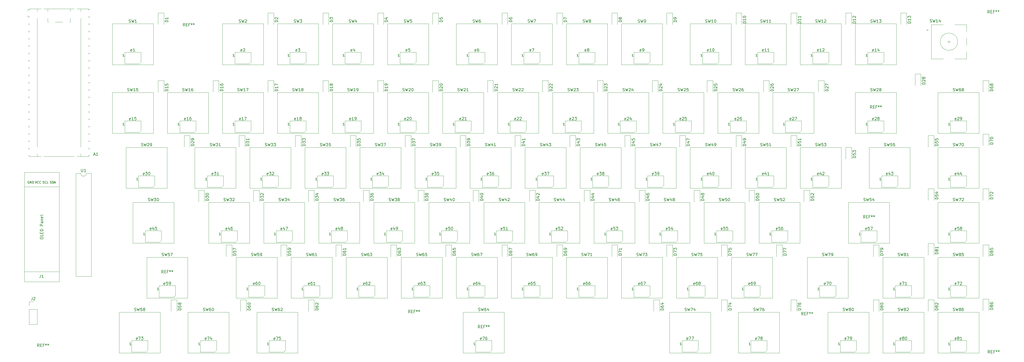
<source format=gbr>
%TF.GenerationSoftware,KiCad,Pcbnew,9.0.7*%
%TF.CreationDate,2026-01-24T16:21:03+00:00*%
%TF.ProjectId,pcb,7063622e-6b69-4636-9164-5f7063625858,rev?*%
%TF.SameCoordinates,Original*%
%TF.FileFunction,Legend,Top*%
%TF.FilePolarity,Positive*%
%FSLAX46Y46*%
G04 Gerber Fmt 4.6, Leading zero omitted, Abs format (unit mm)*
G04 Created by KiCad (PCBNEW 9.0.7) date 2026-01-24 16:21:03*
%MOMM*%
%LPD*%
G01*
G04 APERTURE LIST*
%ADD10C,0.150000*%
%ADD11C,0.120000*%
%ADD12C,0.040000*%
G04 APERTURE END LIST*
D10*
X232600595Y-54807200D02*
X232505357Y-54854819D01*
X232505357Y-54854819D02*
X232314881Y-54854819D01*
X232314881Y-54854819D02*
X232219643Y-54807200D01*
X232219643Y-54807200D02*
X232172024Y-54711961D01*
X232172024Y-54711961D02*
X232172024Y-54331009D01*
X232172024Y-54331009D02*
X232219643Y-54235771D01*
X232219643Y-54235771D02*
X232314881Y-54188152D01*
X232314881Y-54188152D02*
X232505357Y-54188152D01*
X232505357Y-54188152D02*
X232600595Y-54235771D01*
X232600595Y-54235771D02*
X232648214Y-54331009D01*
X232648214Y-54331009D02*
X232648214Y-54426247D01*
X232648214Y-54426247D02*
X232172024Y-54521485D01*
X233029167Y-53950057D02*
X233076786Y-53902438D01*
X233076786Y-53902438D02*
X233172024Y-53854819D01*
X233172024Y-53854819D02*
X233410119Y-53854819D01*
X233410119Y-53854819D02*
X233505357Y-53902438D01*
X233505357Y-53902438D02*
X233552976Y-53950057D01*
X233552976Y-53950057D02*
X233600595Y-54045295D01*
X233600595Y-54045295D02*
X233600595Y-54140533D01*
X233600595Y-54140533D02*
X233552976Y-54283390D01*
X233552976Y-54283390D02*
X232981548Y-54854819D01*
X232981548Y-54854819D02*
X233600595Y-54854819D01*
X233933929Y-53854819D02*
X234552976Y-53854819D01*
X234552976Y-53854819D02*
X234219643Y-54235771D01*
X234219643Y-54235771D02*
X234362500Y-54235771D01*
X234362500Y-54235771D02*
X234457738Y-54283390D01*
X234457738Y-54283390D02*
X234505357Y-54331009D01*
X234505357Y-54331009D02*
X234552976Y-54426247D01*
X234552976Y-54426247D02*
X234552976Y-54664342D01*
X234552976Y-54664342D02*
X234505357Y-54759580D01*
X234505357Y-54759580D02*
X234457738Y-54807200D01*
X234457738Y-54807200D02*
X234362500Y-54854819D01*
X234362500Y-54854819D02*
X234076786Y-54854819D01*
X234076786Y-54854819D02*
X233981548Y-54807200D01*
X233981548Y-54807200D02*
X233933929Y-54759580D01*
X230391071Y-56637295D02*
X229933928Y-56637295D01*
X230162500Y-56637295D02*
X230162500Y-55837295D01*
X230162500Y-55837295D02*
X230086309Y-55951580D01*
X230086309Y-55951580D02*
X230010119Y-56027771D01*
X230010119Y-56027771D02*
X229933928Y-56065866D01*
X279177976Y-63844700D02*
X279320833Y-63892319D01*
X279320833Y-63892319D02*
X279558928Y-63892319D01*
X279558928Y-63892319D02*
X279654166Y-63844700D01*
X279654166Y-63844700D02*
X279701785Y-63797080D01*
X279701785Y-63797080D02*
X279749404Y-63701842D01*
X279749404Y-63701842D02*
X279749404Y-63606604D01*
X279749404Y-63606604D02*
X279701785Y-63511366D01*
X279701785Y-63511366D02*
X279654166Y-63463747D01*
X279654166Y-63463747D02*
X279558928Y-63416128D01*
X279558928Y-63416128D02*
X279368452Y-63368509D01*
X279368452Y-63368509D02*
X279273214Y-63320890D01*
X279273214Y-63320890D02*
X279225595Y-63273271D01*
X279225595Y-63273271D02*
X279177976Y-63178033D01*
X279177976Y-63178033D02*
X279177976Y-63082795D01*
X279177976Y-63082795D02*
X279225595Y-62987557D01*
X279225595Y-62987557D02*
X279273214Y-62939938D01*
X279273214Y-62939938D02*
X279368452Y-62892319D01*
X279368452Y-62892319D02*
X279606547Y-62892319D01*
X279606547Y-62892319D02*
X279749404Y-62939938D01*
X280082738Y-62892319D02*
X280320833Y-63892319D01*
X280320833Y-63892319D02*
X280511309Y-63178033D01*
X280511309Y-63178033D02*
X280701785Y-63892319D01*
X280701785Y-63892319D02*
X280939881Y-62892319D01*
X281749404Y-63225652D02*
X281749404Y-63892319D01*
X281511309Y-62844700D02*
X281273214Y-63558985D01*
X281273214Y-63558985D02*
X281892261Y-63558985D01*
X282320833Y-63892319D02*
X282511309Y-63892319D01*
X282511309Y-63892319D02*
X282606547Y-63844700D01*
X282606547Y-63844700D02*
X282654166Y-63797080D01*
X282654166Y-63797080D02*
X282749404Y-63654223D01*
X282749404Y-63654223D02*
X282797023Y-63463747D01*
X282797023Y-63463747D02*
X282797023Y-63082795D01*
X282797023Y-63082795D02*
X282749404Y-62987557D01*
X282749404Y-62987557D02*
X282701785Y-62939938D01*
X282701785Y-62939938D02*
X282606547Y-62892319D01*
X282606547Y-62892319D02*
X282416071Y-62892319D01*
X282416071Y-62892319D02*
X282320833Y-62939938D01*
X282320833Y-62939938D02*
X282273214Y-62987557D01*
X282273214Y-62987557D02*
X282225595Y-63082795D01*
X282225595Y-63082795D02*
X282225595Y-63320890D01*
X282225595Y-63320890D02*
X282273214Y-63416128D01*
X282273214Y-63416128D02*
X282320833Y-63463747D01*
X282320833Y-63463747D02*
X282416071Y-63511366D01*
X282416071Y-63511366D02*
X282606547Y-63511366D01*
X282606547Y-63511366D02*
X282701785Y-63463747D01*
X282701785Y-63463747D02*
X282749404Y-63416128D01*
X282749404Y-63416128D02*
X282797023Y-63320890D01*
X226179819Y-44751785D02*
X225179819Y-44751785D01*
X225179819Y-44751785D02*
X225179819Y-44513690D01*
X225179819Y-44513690D02*
X225227438Y-44370833D01*
X225227438Y-44370833D02*
X225322676Y-44275595D01*
X225322676Y-44275595D02*
X225417914Y-44227976D01*
X225417914Y-44227976D02*
X225608390Y-44180357D01*
X225608390Y-44180357D02*
X225751247Y-44180357D01*
X225751247Y-44180357D02*
X225941723Y-44227976D01*
X225941723Y-44227976D02*
X226036961Y-44275595D01*
X226036961Y-44275595D02*
X226132200Y-44370833D01*
X226132200Y-44370833D02*
X226179819Y-44513690D01*
X226179819Y-44513690D02*
X226179819Y-44751785D01*
X225275057Y-43799404D02*
X225227438Y-43751785D01*
X225227438Y-43751785D02*
X225179819Y-43656547D01*
X225179819Y-43656547D02*
X225179819Y-43418452D01*
X225179819Y-43418452D02*
X225227438Y-43323214D01*
X225227438Y-43323214D02*
X225275057Y-43275595D01*
X225275057Y-43275595D02*
X225370295Y-43227976D01*
X225370295Y-43227976D02*
X225465533Y-43227976D01*
X225465533Y-43227976D02*
X225608390Y-43275595D01*
X225608390Y-43275595D02*
X226179819Y-43847023D01*
X226179819Y-43847023D02*
X226179819Y-43227976D01*
X225275057Y-42847023D02*
X225227438Y-42799404D01*
X225227438Y-42799404D02*
X225179819Y-42704166D01*
X225179819Y-42704166D02*
X225179819Y-42466071D01*
X225179819Y-42466071D02*
X225227438Y-42370833D01*
X225227438Y-42370833D02*
X225275057Y-42323214D01*
X225275057Y-42323214D02*
X225370295Y-42275595D01*
X225370295Y-42275595D02*
X225465533Y-42275595D01*
X225465533Y-42275595D02*
X225608390Y-42323214D01*
X225608390Y-42323214D02*
X226179819Y-42894642D01*
X226179819Y-42894642D02*
X226179819Y-42275595D01*
X293465476Y-101944700D02*
X293608333Y-101992319D01*
X293608333Y-101992319D02*
X293846428Y-101992319D01*
X293846428Y-101992319D02*
X293941666Y-101944700D01*
X293941666Y-101944700D02*
X293989285Y-101897080D01*
X293989285Y-101897080D02*
X294036904Y-101801842D01*
X294036904Y-101801842D02*
X294036904Y-101706604D01*
X294036904Y-101706604D02*
X293989285Y-101611366D01*
X293989285Y-101611366D02*
X293941666Y-101563747D01*
X293941666Y-101563747D02*
X293846428Y-101516128D01*
X293846428Y-101516128D02*
X293655952Y-101468509D01*
X293655952Y-101468509D02*
X293560714Y-101420890D01*
X293560714Y-101420890D02*
X293513095Y-101373271D01*
X293513095Y-101373271D02*
X293465476Y-101278033D01*
X293465476Y-101278033D02*
X293465476Y-101182795D01*
X293465476Y-101182795D02*
X293513095Y-101087557D01*
X293513095Y-101087557D02*
X293560714Y-101039938D01*
X293560714Y-101039938D02*
X293655952Y-100992319D01*
X293655952Y-100992319D02*
X293894047Y-100992319D01*
X293894047Y-100992319D02*
X294036904Y-101039938D01*
X294370238Y-100992319D02*
X294608333Y-101992319D01*
X294608333Y-101992319D02*
X294798809Y-101278033D01*
X294798809Y-101278033D02*
X294989285Y-101992319D01*
X294989285Y-101992319D02*
X295227381Y-100992319D01*
X295513095Y-100992319D02*
X296179761Y-100992319D01*
X296179761Y-100992319D02*
X295751190Y-101992319D01*
X296465476Y-100992319D02*
X297132142Y-100992319D01*
X297132142Y-100992319D02*
X296703571Y-101992319D01*
X270700595Y-54807200D02*
X270605357Y-54854819D01*
X270605357Y-54854819D02*
X270414881Y-54854819D01*
X270414881Y-54854819D02*
X270319643Y-54807200D01*
X270319643Y-54807200D02*
X270272024Y-54711961D01*
X270272024Y-54711961D02*
X270272024Y-54331009D01*
X270272024Y-54331009D02*
X270319643Y-54235771D01*
X270319643Y-54235771D02*
X270414881Y-54188152D01*
X270414881Y-54188152D02*
X270605357Y-54188152D01*
X270605357Y-54188152D02*
X270700595Y-54235771D01*
X270700595Y-54235771D02*
X270748214Y-54331009D01*
X270748214Y-54331009D02*
X270748214Y-54426247D01*
X270748214Y-54426247D02*
X270272024Y-54521485D01*
X271129167Y-53950057D02*
X271176786Y-53902438D01*
X271176786Y-53902438D02*
X271272024Y-53854819D01*
X271272024Y-53854819D02*
X271510119Y-53854819D01*
X271510119Y-53854819D02*
X271605357Y-53902438D01*
X271605357Y-53902438D02*
X271652976Y-53950057D01*
X271652976Y-53950057D02*
X271700595Y-54045295D01*
X271700595Y-54045295D02*
X271700595Y-54140533D01*
X271700595Y-54140533D02*
X271652976Y-54283390D01*
X271652976Y-54283390D02*
X271081548Y-54854819D01*
X271081548Y-54854819D02*
X271700595Y-54854819D01*
X272605357Y-53854819D02*
X272129167Y-53854819D01*
X272129167Y-53854819D02*
X272081548Y-54331009D01*
X272081548Y-54331009D02*
X272129167Y-54283390D01*
X272129167Y-54283390D02*
X272224405Y-54235771D01*
X272224405Y-54235771D02*
X272462500Y-54235771D01*
X272462500Y-54235771D02*
X272557738Y-54283390D01*
X272557738Y-54283390D02*
X272605357Y-54331009D01*
X272605357Y-54331009D02*
X272652976Y-54426247D01*
X272652976Y-54426247D02*
X272652976Y-54664342D01*
X272652976Y-54664342D02*
X272605357Y-54759580D01*
X272605357Y-54759580D02*
X272557738Y-54807200D01*
X272557738Y-54807200D02*
X272462500Y-54854819D01*
X272462500Y-54854819D02*
X272224405Y-54854819D01*
X272224405Y-54854819D02*
X272129167Y-54807200D01*
X272129167Y-54807200D02*
X272081548Y-54759580D01*
X268491071Y-56637295D02*
X268033928Y-56637295D01*
X268262500Y-56637295D02*
X268262500Y-55837295D01*
X268262500Y-55837295D02*
X268186309Y-55951580D01*
X268186309Y-55951580D02*
X268110119Y-56027771D01*
X268110119Y-56027771D02*
X268033928Y-56065866D01*
X204025595Y-73857200D02*
X203930357Y-73904819D01*
X203930357Y-73904819D02*
X203739881Y-73904819D01*
X203739881Y-73904819D02*
X203644643Y-73857200D01*
X203644643Y-73857200D02*
X203597024Y-73761961D01*
X203597024Y-73761961D02*
X203597024Y-73381009D01*
X203597024Y-73381009D02*
X203644643Y-73285771D01*
X203644643Y-73285771D02*
X203739881Y-73238152D01*
X203739881Y-73238152D02*
X203930357Y-73238152D01*
X203930357Y-73238152D02*
X204025595Y-73285771D01*
X204025595Y-73285771D02*
X204073214Y-73381009D01*
X204073214Y-73381009D02*
X204073214Y-73476247D01*
X204073214Y-73476247D02*
X203597024Y-73571485D01*
X204406548Y-72904819D02*
X205025595Y-72904819D01*
X205025595Y-72904819D02*
X204692262Y-73285771D01*
X204692262Y-73285771D02*
X204835119Y-73285771D01*
X204835119Y-73285771D02*
X204930357Y-73333390D01*
X204930357Y-73333390D02*
X204977976Y-73381009D01*
X204977976Y-73381009D02*
X205025595Y-73476247D01*
X205025595Y-73476247D02*
X205025595Y-73714342D01*
X205025595Y-73714342D02*
X204977976Y-73809580D01*
X204977976Y-73809580D02*
X204930357Y-73857200D01*
X204930357Y-73857200D02*
X204835119Y-73904819D01*
X204835119Y-73904819D02*
X204549405Y-73904819D01*
X204549405Y-73904819D02*
X204454167Y-73857200D01*
X204454167Y-73857200D02*
X204406548Y-73809580D01*
X205882738Y-72904819D02*
X205692262Y-72904819D01*
X205692262Y-72904819D02*
X205597024Y-72952438D01*
X205597024Y-72952438D02*
X205549405Y-73000057D01*
X205549405Y-73000057D02*
X205454167Y-73142914D01*
X205454167Y-73142914D02*
X205406548Y-73333390D01*
X205406548Y-73333390D02*
X205406548Y-73714342D01*
X205406548Y-73714342D02*
X205454167Y-73809580D01*
X205454167Y-73809580D02*
X205501786Y-73857200D01*
X205501786Y-73857200D02*
X205597024Y-73904819D01*
X205597024Y-73904819D02*
X205787500Y-73904819D01*
X205787500Y-73904819D02*
X205882738Y-73857200D01*
X205882738Y-73857200D02*
X205930357Y-73809580D01*
X205930357Y-73809580D02*
X205977976Y-73714342D01*
X205977976Y-73714342D02*
X205977976Y-73476247D01*
X205977976Y-73476247D02*
X205930357Y-73381009D01*
X205930357Y-73381009D02*
X205882738Y-73333390D01*
X205882738Y-73333390D02*
X205787500Y-73285771D01*
X205787500Y-73285771D02*
X205597024Y-73285771D01*
X205597024Y-73285771D02*
X205501786Y-73333390D01*
X205501786Y-73333390D02*
X205454167Y-73381009D01*
X205454167Y-73381009D02*
X205406548Y-73476247D01*
X201816071Y-75687295D02*
X201358928Y-75687295D01*
X201587500Y-75687295D02*
X201587500Y-74887295D01*
X201587500Y-74887295D02*
X201511309Y-75001580D01*
X201511309Y-75001580D02*
X201435119Y-75077771D01*
X201435119Y-75077771D02*
X201358928Y-75115866D01*
X378679819Y-82251785D02*
X377679819Y-82251785D01*
X377679819Y-82251785D02*
X377679819Y-82013690D01*
X377679819Y-82013690D02*
X377727438Y-81870833D01*
X377727438Y-81870833D02*
X377822676Y-81775595D01*
X377822676Y-81775595D02*
X377917914Y-81727976D01*
X377917914Y-81727976D02*
X378108390Y-81680357D01*
X378108390Y-81680357D02*
X378251247Y-81680357D01*
X378251247Y-81680357D02*
X378441723Y-81727976D01*
X378441723Y-81727976D02*
X378536961Y-81775595D01*
X378536961Y-81775595D02*
X378632200Y-81870833D01*
X378632200Y-81870833D02*
X378679819Y-82013690D01*
X378679819Y-82013690D02*
X378679819Y-82251785D01*
X377679819Y-81347023D02*
X377679819Y-80680357D01*
X377679819Y-80680357D02*
X378679819Y-81108928D01*
X377775057Y-80347023D02*
X377727438Y-80299404D01*
X377727438Y-80299404D02*
X377679819Y-80204166D01*
X377679819Y-80204166D02*
X377679819Y-79966071D01*
X377679819Y-79966071D02*
X377727438Y-79870833D01*
X377727438Y-79870833D02*
X377775057Y-79823214D01*
X377775057Y-79823214D02*
X377870295Y-79775595D01*
X377870295Y-79775595D02*
X377965533Y-79775595D01*
X377965533Y-79775595D02*
X378108390Y-79823214D01*
X378108390Y-79823214D02*
X378679819Y-80394642D01*
X378679819Y-80394642D02*
X378679819Y-79775595D01*
X67440410Y-66844104D02*
X67916600Y-66844104D01*
X67345172Y-67129819D02*
X67678505Y-66129819D01*
X67678505Y-66129819D02*
X68011838Y-67129819D01*
X68868981Y-67129819D02*
X68297553Y-67129819D01*
X68583267Y-67129819D02*
X68583267Y-66129819D01*
X68583267Y-66129819D02*
X68488029Y-66272676D01*
X68488029Y-66272676D02*
X68392791Y-66367914D01*
X68392791Y-66367914D02*
X68297553Y-66415533D01*
X331179819Y-21251785D02*
X330179819Y-21251785D01*
X330179819Y-21251785D02*
X330179819Y-21013690D01*
X330179819Y-21013690D02*
X330227438Y-20870833D01*
X330227438Y-20870833D02*
X330322676Y-20775595D01*
X330322676Y-20775595D02*
X330417914Y-20727976D01*
X330417914Y-20727976D02*
X330608390Y-20680357D01*
X330608390Y-20680357D02*
X330751247Y-20680357D01*
X330751247Y-20680357D02*
X330941723Y-20727976D01*
X330941723Y-20727976D02*
X331036961Y-20775595D01*
X331036961Y-20775595D02*
X331132200Y-20870833D01*
X331132200Y-20870833D02*
X331179819Y-21013690D01*
X331179819Y-21013690D02*
X331179819Y-21251785D01*
X331179819Y-19727976D02*
X331179819Y-20299404D01*
X331179819Y-20013690D02*
X330179819Y-20013690D01*
X330179819Y-20013690D02*
X330322676Y-20108928D01*
X330322676Y-20108928D02*
X330417914Y-20204166D01*
X330417914Y-20204166D02*
X330465533Y-20299404D01*
X330275057Y-19347023D02*
X330227438Y-19299404D01*
X330227438Y-19299404D02*
X330179819Y-19204166D01*
X330179819Y-19204166D02*
X330179819Y-18966071D01*
X330179819Y-18966071D02*
X330227438Y-18870833D01*
X330227438Y-18870833D02*
X330275057Y-18823214D01*
X330275057Y-18823214D02*
X330370295Y-18775595D01*
X330370295Y-18775595D02*
X330465533Y-18775595D01*
X330465533Y-18775595D02*
X330608390Y-18823214D01*
X330608390Y-18823214D02*
X331179819Y-19394642D01*
X331179819Y-19394642D02*
X331179819Y-18775595D01*
X189738095Y-92907200D02*
X189642857Y-92954819D01*
X189642857Y-92954819D02*
X189452381Y-92954819D01*
X189452381Y-92954819D02*
X189357143Y-92907200D01*
X189357143Y-92907200D02*
X189309524Y-92811961D01*
X189309524Y-92811961D02*
X189309524Y-92431009D01*
X189309524Y-92431009D02*
X189357143Y-92335771D01*
X189357143Y-92335771D02*
X189452381Y-92288152D01*
X189452381Y-92288152D02*
X189642857Y-92288152D01*
X189642857Y-92288152D02*
X189738095Y-92335771D01*
X189738095Y-92335771D02*
X189785714Y-92431009D01*
X189785714Y-92431009D02*
X189785714Y-92526247D01*
X189785714Y-92526247D02*
X189309524Y-92621485D01*
X190690476Y-91954819D02*
X190214286Y-91954819D01*
X190214286Y-91954819D02*
X190166667Y-92431009D01*
X190166667Y-92431009D02*
X190214286Y-92383390D01*
X190214286Y-92383390D02*
X190309524Y-92335771D01*
X190309524Y-92335771D02*
X190547619Y-92335771D01*
X190547619Y-92335771D02*
X190642857Y-92383390D01*
X190642857Y-92383390D02*
X190690476Y-92431009D01*
X190690476Y-92431009D02*
X190738095Y-92526247D01*
X190738095Y-92526247D02*
X190738095Y-92764342D01*
X190738095Y-92764342D02*
X190690476Y-92859580D01*
X190690476Y-92859580D02*
X190642857Y-92907200D01*
X190642857Y-92907200D02*
X190547619Y-92954819D01*
X190547619Y-92954819D02*
X190309524Y-92954819D01*
X190309524Y-92954819D02*
X190214286Y-92907200D01*
X190214286Y-92907200D02*
X190166667Y-92859580D01*
X191357143Y-91954819D02*
X191452381Y-91954819D01*
X191452381Y-91954819D02*
X191547619Y-92002438D01*
X191547619Y-92002438D02*
X191595238Y-92050057D01*
X191595238Y-92050057D02*
X191642857Y-92145295D01*
X191642857Y-92145295D02*
X191690476Y-92335771D01*
X191690476Y-92335771D02*
X191690476Y-92573866D01*
X191690476Y-92573866D02*
X191642857Y-92764342D01*
X191642857Y-92764342D02*
X191595238Y-92859580D01*
X191595238Y-92859580D02*
X191547619Y-92907200D01*
X191547619Y-92907200D02*
X191452381Y-92954819D01*
X191452381Y-92954819D02*
X191357143Y-92954819D01*
X191357143Y-92954819D02*
X191261905Y-92907200D01*
X191261905Y-92907200D02*
X191214286Y-92859580D01*
X191214286Y-92859580D02*
X191166667Y-92764342D01*
X191166667Y-92764342D02*
X191119048Y-92573866D01*
X191119048Y-92573866D02*
X191119048Y-92335771D01*
X191119048Y-92335771D02*
X191166667Y-92145295D01*
X191166667Y-92145295D02*
X191214286Y-92050057D01*
X191214286Y-92050057D02*
X191261905Y-92002438D01*
X191261905Y-92002438D02*
X191357143Y-91954819D01*
X187528571Y-94737295D02*
X187071428Y-94737295D01*
X187300000Y-94737295D02*
X187300000Y-93937295D01*
X187300000Y-93937295D02*
X187223809Y-94051580D01*
X187223809Y-94051580D02*
X187147619Y-94127771D01*
X187147619Y-94127771D02*
X187071428Y-94165866D01*
X378679819Y-63251785D02*
X377679819Y-63251785D01*
X377679819Y-63251785D02*
X377679819Y-63013690D01*
X377679819Y-63013690D02*
X377727438Y-62870833D01*
X377727438Y-62870833D02*
X377822676Y-62775595D01*
X377822676Y-62775595D02*
X377917914Y-62727976D01*
X377917914Y-62727976D02*
X378108390Y-62680357D01*
X378108390Y-62680357D02*
X378251247Y-62680357D01*
X378251247Y-62680357D02*
X378441723Y-62727976D01*
X378441723Y-62727976D02*
X378536961Y-62775595D01*
X378536961Y-62775595D02*
X378632200Y-62870833D01*
X378632200Y-62870833D02*
X378679819Y-63013690D01*
X378679819Y-63013690D02*
X378679819Y-63251785D01*
X377679819Y-62347023D02*
X377679819Y-61680357D01*
X377679819Y-61680357D02*
X378679819Y-62108928D01*
X377679819Y-61108928D02*
X377679819Y-61013690D01*
X377679819Y-61013690D02*
X377727438Y-60918452D01*
X377727438Y-60918452D02*
X377775057Y-60870833D01*
X377775057Y-60870833D02*
X377870295Y-60823214D01*
X377870295Y-60823214D02*
X378060771Y-60775595D01*
X378060771Y-60775595D02*
X378298866Y-60775595D01*
X378298866Y-60775595D02*
X378489342Y-60823214D01*
X378489342Y-60823214D02*
X378584580Y-60870833D01*
X378584580Y-60870833D02*
X378632200Y-60918452D01*
X378632200Y-60918452D02*
X378679819Y-61013690D01*
X378679819Y-61013690D02*
X378679819Y-61108928D01*
X378679819Y-61108928D02*
X378632200Y-61204166D01*
X378632200Y-61204166D02*
X378584580Y-61251785D01*
X378584580Y-61251785D02*
X378489342Y-61299404D01*
X378489342Y-61299404D02*
X378298866Y-61347023D01*
X378298866Y-61347023D02*
X378060771Y-61347023D01*
X378060771Y-61347023D02*
X377870295Y-61299404D01*
X377870295Y-61299404D02*
X377775057Y-61251785D01*
X377775057Y-61251785D02*
X377727438Y-61204166D01*
X377727438Y-61204166D02*
X377679819Y-61108928D01*
X201072916Y-127042319D02*
X200739583Y-126566128D01*
X200501488Y-127042319D02*
X200501488Y-126042319D01*
X200501488Y-126042319D02*
X200882440Y-126042319D01*
X200882440Y-126042319D02*
X200977678Y-126089938D01*
X200977678Y-126089938D02*
X201025297Y-126137557D01*
X201025297Y-126137557D02*
X201072916Y-126232795D01*
X201072916Y-126232795D02*
X201072916Y-126375652D01*
X201072916Y-126375652D02*
X201025297Y-126470890D01*
X201025297Y-126470890D02*
X200977678Y-126518509D01*
X200977678Y-126518509D02*
X200882440Y-126566128D01*
X200882440Y-126566128D02*
X200501488Y-126566128D01*
X201501488Y-126518509D02*
X201834821Y-126518509D01*
X201977678Y-127042319D02*
X201501488Y-127042319D01*
X201501488Y-127042319D02*
X201501488Y-126042319D01*
X201501488Y-126042319D02*
X201977678Y-126042319D01*
X202739583Y-126518509D02*
X202406250Y-126518509D01*
X202406250Y-127042319D02*
X202406250Y-126042319D01*
X202406250Y-126042319D02*
X202882440Y-126042319D01*
X203406250Y-126042319D02*
X203406250Y-126280414D01*
X203168155Y-126185176D02*
X203406250Y-126280414D01*
X203406250Y-126280414D02*
X203644345Y-126185176D01*
X203263393Y-126470890D02*
X203406250Y-126280414D01*
X203406250Y-126280414D02*
X203549107Y-126470890D01*
X204168155Y-126042319D02*
X204168155Y-126280414D01*
X203930060Y-126185176D02*
X204168155Y-126280414D01*
X204168155Y-126280414D02*
X204406250Y-126185176D01*
X204025298Y-126470890D02*
X204168155Y-126280414D01*
X204168155Y-126280414D02*
X204311012Y-126470890D01*
X107179819Y-82751785D02*
X106179819Y-82751785D01*
X106179819Y-82751785D02*
X106179819Y-82513690D01*
X106179819Y-82513690D02*
X106227438Y-82370833D01*
X106227438Y-82370833D02*
X106322676Y-82275595D01*
X106322676Y-82275595D02*
X106417914Y-82227976D01*
X106417914Y-82227976D02*
X106608390Y-82180357D01*
X106608390Y-82180357D02*
X106751247Y-82180357D01*
X106751247Y-82180357D02*
X106941723Y-82227976D01*
X106941723Y-82227976D02*
X107036961Y-82275595D01*
X107036961Y-82275595D02*
X107132200Y-82370833D01*
X107132200Y-82370833D02*
X107179819Y-82513690D01*
X107179819Y-82513690D02*
X107179819Y-82751785D01*
X106179819Y-81847023D02*
X106179819Y-81227976D01*
X106179819Y-81227976D02*
X106560771Y-81561309D01*
X106560771Y-81561309D02*
X106560771Y-81418452D01*
X106560771Y-81418452D02*
X106608390Y-81323214D01*
X106608390Y-81323214D02*
X106656009Y-81275595D01*
X106656009Y-81275595D02*
X106751247Y-81227976D01*
X106751247Y-81227976D02*
X106989342Y-81227976D01*
X106989342Y-81227976D02*
X107084580Y-81275595D01*
X107084580Y-81275595D02*
X107132200Y-81323214D01*
X107132200Y-81323214D02*
X107179819Y-81418452D01*
X107179819Y-81418452D02*
X107179819Y-81704166D01*
X107179819Y-81704166D02*
X107132200Y-81799404D01*
X107132200Y-81799404D02*
X107084580Y-81847023D01*
X106179819Y-80608928D02*
X106179819Y-80513690D01*
X106179819Y-80513690D02*
X106227438Y-80418452D01*
X106227438Y-80418452D02*
X106275057Y-80370833D01*
X106275057Y-80370833D02*
X106370295Y-80323214D01*
X106370295Y-80323214D02*
X106560771Y-80275595D01*
X106560771Y-80275595D02*
X106798866Y-80275595D01*
X106798866Y-80275595D02*
X106989342Y-80323214D01*
X106989342Y-80323214D02*
X107084580Y-80370833D01*
X107084580Y-80370833D02*
X107132200Y-80418452D01*
X107132200Y-80418452D02*
X107179819Y-80513690D01*
X107179819Y-80513690D02*
X107179819Y-80608928D01*
X107179819Y-80608928D02*
X107132200Y-80704166D01*
X107132200Y-80704166D02*
X107084580Y-80751785D01*
X107084580Y-80751785D02*
X106989342Y-80799404D01*
X106989342Y-80799404D02*
X106798866Y-80847023D01*
X106798866Y-80847023D02*
X106560771Y-80847023D01*
X106560771Y-80847023D02*
X106370295Y-80799404D01*
X106370295Y-80799404D02*
X106275057Y-80751785D01*
X106275057Y-80751785D02*
X106227438Y-80704166D01*
X106227438Y-80704166D02*
X106179819Y-80608928D01*
X355179819Y-42426785D02*
X354179819Y-42426785D01*
X354179819Y-42426785D02*
X354179819Y-42188690D01*
X354179819Y-42188690D02*
X354227438Y-42045833D01*
X354227438Y-42045833D02*
X354322676Y-41950595D01*
X354322676Y-41950595D02*
X354417914Y-41902976D01*
X354417914Y-41902976D02*
X354608390Y-41855357D01*
X354608390Y-41855357D02*
X354751247Y-41855357D01*
X354751247Y-41855357D02*
X354941723Y-41902976D01*
X354941723Y-41902976D02*
X355036961Y-41950595D01*
X355036961Y-41950595D02*
X355132200Y-42045833D01*
X355132200Y-42045833D02*
X355179819Y-42188690D01*
X355179819Y-42188690D02*
X355179819Y-42426785D01*
X354275057Y-41474404D02*
X354227438Y-41426785D01*
X354227438Y-41426785D02*
X354179819Y-41331547D01*
X354179819Y-41331547D02*
X354179819Y-41093452D01*
X354179819Y-41093452D02*
X354227438Y-40998214D01*
X354227438Y-40998214D02*
X354275057Y-40950595D01*
X354275057Y-40950595D02*
X354370295Y-40902976D01*
X354370295Y-40902976D02*
X354465533Y-40902976D01*
X354465533Y-40902976D02*
X354608390Y-40950595D01*
X354608390Y-40950595D02*
X355179819Y-41522023D01*
X355179819Y-41522023D02*
X355179819Y-40902976D01*
X354608390Y-40331547D02*
X354560771Y-40426785D01*
X354560771Y-40426785D02*
X354513152Y-40474404D01*
X354513152Y-40474404D02*
X354417914Y-40522023D01*
X354417914Y-40522023D02*
X354370295Y-40522023D01*
X354370295Y-40522023D02*
X354275057Y-40474404D01*
X354275057Y-40474404D02*
X354227438Y-40426785D01*
X354227438Y-40426785D02*
X354179819Y-40331547D01*
X354179819Y-40331547D02*
X354179819Y-40141071D01*
X354179819Y-40141071D02*
X354227438Y-40045833D01*
X354227438Y-40045833D02*
X354275057Y-39998214D01*
X354275057Y-39998214D02*
X354370295Y-39950595D01*
X354370295Y-39950595D02*
X354417914Y-39950595D01*
X354417914Y-39950595D02*
X354513152Y-39998214D01*
X354513152Y-39998214D02*
X354560771Y-40045833D01*
X354560771Y-40045833D02*
X354608390Y-40141071D01*
X354608390Y-40141071D02*
X354608390Y-40331547D01*
X354608390Y-40331547D02*
X354656009Y-40426785D01*
X354656009Y-40426785D02*
X354703628Y-40474404D01*
X354703628Y-40474404D02*
X354798866Y-40522023D01*
X354798866Y-40522023D02*
X354989342Y-40522023D01*
X354989342Y-40522023D02*
X355084580Y-40474404D01*
X355084580Y-40474404D02*
X355132200Y-40426785D01*
X355132200Y-40426785D02*
X355179819Y-40331547D01*
X355179819Y-40331547D02*
X355179819Y-40141071D01*
X355179819Y-40141071D02*
X355132200Y-40045833D01*
X355132200Y-40045833D02*
X355084580Y-39998214D01*
X355084580Y-39998214D02*
X354989342Y-39950595D01*
X354989342Y-39950595D02*
X354798866Y-39950595D01*
X354798866Y-39950595D02*
X354703628Y-39998214D01*
X354703628Y-39998214D02*
X354656009Y-40045833D01*
X354656009Y-40045833D02*
X354608390Y-40141071D01*
X365950595Y-131007200D02*
X365855357Y-131054819D01*
X365855357Y-131054819D02*
X365664881Y-131054819D01*
X365664881Y-131054819D02*
X365569643Y-131007200D01*
X365569643Y-131007200D02*
X365522024Y-130911961D01*
X365522024Y-130911961D02*
X365522024Y-130531009D01*
X365522024Y-130531009D02*
X365569643Y-130435771D01*
X365569643Y-130435771D02*
X365664881Y-130388152D01*
X365664881Y-130388152D02*
X365855357Y-130388152D01*
X365855357Y-130388152D02*
X365950595Y-130435771D01*
X365950595Y-130435771D02*
X365998214Y-130531009D01*
X365998214Y-130531009D02*
X365998214Y-130626247D01*
X365998214Y-130626247D02*
X365522024Y-130721485D01*
X366569643Y-130483390D02*
X366474405Y-130435771D01*
X366474405Y-130435771D02*
X366426786Y-130388152D01*
X366426786Y-130388152D02*
X366379167Y-130292914D01*
X366379167Y-130292914D02*
X366379167Y-130245295D01*
X366379167Y-130245295D02*
X366426786Y-130150057D01*
X366426786Y-130150057D02*
X366474405Y-130102438D01*
X366474405Y-130102438D02*
X366569643Y-130054819D01*
X366569643Y-130054819D02*
X366760119Y-130054819D01*
X366760119Y-130054819D02*
X366855357Y-130102438D01*
X366855357Y-130102438D02*
X366902976Y-130150057D01*
X366902976Y-130150057D02*
X366950595Y-130245295D01*
X366950595Y-130245295D02*
X366950595Y-130292914D01*
X366950595Y-130292914D02*
X366902976Y-130388152D01*
X366902976Y-130388152D02*
X366855357Y-130435771D01*
X366855357Y-130435771D02*
X366760119Y-130483390D01*
X366760119Y-130483390D02*
X366569643Y-130483390D01*
X366569643Y-130483390D02*
X366474405Y-130531009D01*
X366474405Y-130531009D02*
X366426786Y-130578628D01*
X366426786Y-130578628D02*
X366379167Y-130673866D01*
X366379167Y-130673866D02*
X366379167Y-130864342D01*
X366379167Y-130864342D02*
X366426786Y-130959580D01*
X366426786Y-130959580D02*
X366474405Y-131007200D01*
X366474405Y-131007200D02*
X366569643Y-131054819D01*
X366569643Y-131054819D02*
X366760119Y-131054819D01*
X366760119Y-131054819D02*
X366855357Y-131007200D01*
X366855357Y-131007200D02*
X366902976Y-130959580D01*
X366902976Y-130959580D02*
X366950595Y-130864342D01*
X366950595Y-130864342D02*
X366950595Y-130673866D01*
X366950595Y-130673866D02*
X366902976Y-130578628D01*
X366902976Y-130578628D02*
X366855357Y-130531009D01*
X366855357Y-130531009D02*
X366760119Y-130483390D01*
X367902976Y-131054819D02*
X367331548Y-131054819D01*
X367617262Y-131054819D02*
X367617262Y-130054819D01*
X367617262Y-130054819D02*
X367522024Y-130197676D01*
X367522024Y-130197676D02*
X367426786Y-130292914D01*
X367426786Y-130292914D02*
X367331548Y-130340533D01*
X363741071Y-132837295D02*
X363283928Y-132837295D01*
X363512500Y-132837295D02*
X363512500Y-132037295D01*
X363512500Y-132037295D02*
X363436309Y-132151580D01*
X363436309Y-132151580D02*
X363360119Y-132227771D01*
X363360119Y-132227771D02*
X363283928Y-132265866D01*
X364902976Y-101944700D02*
X365045833Y-101992319D01*
X365045833Y-101992319D02*
X365283928Y-101992319D01*
X365283928Y-101992319D02*
X365379166Y-101944700D01*
X365379166Y-101944700D02*
X365426785Y-101897080D01*
X365426785Y-101897080D02*
X365474404Y-101801842D01*
X365474404Y-101801842D02*
X365474404Y-101706604D01*
X365474404Y-101706604D02*
X365426785Y-101611366D01*
X365426785Y-101611366D02*
X365379166Y-101563747D01*
X365379166Y-101563747D02*
X365283928Y-101516128D01*
X365283928Y-101516128D02*
X365093452Y-101468509D01*
X365093452Y-101468509D02*
X364998214Y-101420890D01*
X364998214Y-101420890D02*
X364950595Y-101373271D01*
X364950595Y-101373271D02*
X364902976Y-101278033D01*
X364902976Y-101278033D02*
X364902976Y-101182795D01*
X364902976Y-101182795D02*
X364950595Y-101087557D01*
X364950595Y-101087557D02*
X364998214Y-101039938D01*
X364998214Y-101039938D02*
X365093452Y-100992319D01*
X365093452Y-100992319D02*
X365331547Y-100992319D01*
X365331547Y-100992319D02*
X365474404Y-101039938D01*
X365807738Y-100992319D02*
X366045833Y-101992319D01*
X366045833Y-101992319D02*
X366236309Y-101278033D01*
X366236309Y-101278033D02*
X366426785Y-101992319D01*
X366426785Y-101992319D02*
X366664881Y-100992319D01*
X367188690Y-101420890D02*
X367093452Y-101373271D01*
X367093452Y-101373271D02*
X367045833Y-101325652D01*
X367045833Y-101325652D02*
X366998214Y-101230414D01*
X366998214Y-101230414D02*
X366998214Y-101182795D01*
X366998214Y-101182795D02*
X367045833Y-101087557D01*
X367045833Y-101087557D02*
X367093452Y-101039938D01*
X367093452Y-101039938D02*
X367188690Y-100992319D01*
X367188690Y-100992319D02*
X367379166Y-100992319D01*
X367379166Y-100992319D02*
X367474404Y-101039938D01*
X367474404Y-101039938D02*
X367522023Y-101087557D01*
X367522023Y-101087557D02*
X367569642Y-101182795D01*
X367569642Y-101182795D02*
X367569642Y-101230414D01*
X367569642Y-101230414D02*
X367522023Y-101325652D01*
X367522023Y-101325652D02*
X367474404Y-101373271D01*
X367474404Y-101373271D02*
X367379166Y-101420890D01*
X367379166Y-101420890D02*
X367188690Y-101420890D01*
X367188690Y-101420890D02*
X367093452Y-101468509D01*
X367093452Y-101468509D02*
X367045833Y-101516128D01*
X367045833Y-101516128D02*
X366998214Y-101611366D01*
X366998214Y-101611366D02*
X366998214Y-101801842D01*
X366998214Y-101801842D02*
X367045833Y-101897080D01*
X367045833Y-101897080D02*
X367093452Y-101944700D01*
X367093452Y-101944700D02*
X367188690Y-101992319D01*
X367188690Y-101992319D02*
X367379166Y-101992319D01*
X367379166Y-101992319D02*
X367474404Y-101944700D01*
X367474404Y-101944700D02*
X367522023Y-101897080D01*
X367522023Y-101897080D02*
X367569642Y-101801842D01*
X367569642Y-101801842D02*
X367569642Y-101611366D01*
X367569642Y-101611366D02*
X367522023Y-101516128D01*
X367522023Y-101516128D02*
X367474404Y-101468509D01*
X367474404Y-101468509D02*
X367379166Y-101420890D01*
X368474404Y-100992319D02*
X367998214Y-100992319D01*
X367998214Y-100992319D02*
X367950595Y-101468509D01*
X367950595Y-101468509D02*
X367998214Y-101420890D01*
X367998214Y-101420890D02*
X368093452Y-101373271D01*
X368093452Y-101373271D02*
X368331547Y-101373271D01*
X368331547Y-101373271D02*
X368426785Y-101420890D01*
X368426785Y-101420890D02*
X368474404Y-101468509D01*
X368474404Y-101468509D02*
X368522023Y-101563747D01*
X368522023Y-101563747D02*
X368522023Y-101801842D01*
X368522023Y-101801842D02*
X368474404Y-101897080D01*
X368474404Y-101897080D02*
X368426785Y-101944700D01*
X368426785Y-101944700D02*
X368331547Y-101992319D01*
X368331547Y-101992319D02*
X368093452Y-101992319D01*
X368093452Y-101992319D02*
X367998214Y-101944700D01*
X367998214Y-101944700D02*
X367950595Y-101897080D01*
X313016666Y-122504819D02*
X312683333Y-122028628D01*
X312445238Y-122504819D02*
X312445238Y-121504819D01*
X312445238Y-121504819D02*
X312826190Y-121504819D01*
X312826190Y-121504819D02*
X312921428Y-121552438D01*
X312921428Y-121552438D02*
X312969047Y-121600057D01*
X312969047Y-121600057D02*
X313016666Y-121695295D01*
X313016666Y-121695295D02*
X313016666Y-121838152D01*
X313016666Y-121838152D02*
X312969047Y-121933390D01*
X312969047Y-121933390D02*
X312921428Y-121981009D01*
X312921428Y-121981009D02*
X312826190Y-122028628D01*
X312826190Y-122028628D02*
X312445238Y-122028628D01*
X313445238Y-121981009D02*
X313778571Y-121981009D01*
X313921428Y-122504819D02*
X313445238Y-122504819D01*
X313445238Y-122504819D02*
X313445238Y-121504819D01*
X313445238Y-121504819D02*
X313921428Y-121504819D01*
X314683333Y-121981009D02*
X314350000Y-121981009D01*
X314350000Y-122504819D02*
X314350000Y-121504819D01*
X314350000Y-121504819D02*
X314826190Y-121504819D01*
X315350000Y-121504819D02*
X315350000Y-121742914D01*
X315111905Y-121647676D02*
X315350000Y-121742914D01*
X315350000Y-121742914D02*
X315588095Y-121647676D01*
X315207143Y-121933390D02*
X315350000Y-121742914D01*
X315350000Y-121742914D02*
X315492857Y-121933390D01*
X316111905Y-121504819D02*
X316111905Y-121742914D01*
X315873810Y-121647676D02*
X316111905Y-121742914D01*
X316111905Y-121742914D02*
X316350000Y-121647676D01*
X315969048Y-121933390D02*
X316111905Y-121742914D01*
X316111905Y-121742914D02*
X316254762Y-121933390D01*
X212502976Y-44794700D02*
X212645833Y-44842319D01*
X212645833Y-44842319D02*
X212883928Y-44842319D01*
X212883928Y-44842319D02*
X212979166Y-44794700D01*
X212979166Y-44794700D02*
X213026785Y-44747080D01*
X213026785Y-44747080D02*
X213074404Y-44651842D01*
X213074404Y-44651842D02*
X213074404Y-44556604D01*
X213074404Y-44556604D02*
X213026785Y-44461366D01*
X213026785Y-44461366D02*
X212979166Y-44413747D01*
X212979166Y-44413747D02*
X212883928Y-44366128D01*
X212883928Y-44366128D02*
X212693452Y-44318509D01*
X212693452Y-44318509D02*
X212598214Y-44270890D01*
X212598214Y-44270890D02*
X212550595Y-44223271D01*
X212550595Y-44223271D02*
X212502976Y-44128033D01*
X212502976Y-44128033D02*
X212502976Y-44032795D01*
X212502976Y-44032795D02*
X212550595Y-43937557D01*
X212550595Y-43937557D02*
X212598214Y-43889938D01*
X212598214Y-43889938D02*
X212693452Y-43842319D01*
X212693452Y-43842319D02*
X212931547Y-43842319D01*
X212931547Y-43842319D02*
X213074404Y-43889938D01*
X213407738Y-43842319D02*
X213645833Y-44842319D01*
X213645833Y-44842319D02*
X213836309Y-44128033D01*
X213836309Y-44128033D02*
X214026785Y-44842319D01*
X214026785Y-44842319D02*
X214264881Y-43842319D01*
X214598214Y-43937557D02*
X214645833Y-43889938D01*
X214645833Y-43889938D02*
X214741071Y-43842319D01*
X214741071Y-43842319D02*
X214979166Y-43842319D01*
X214979166Y-43842319D02*
X215074404Y-43889938D01*
X215074404Y-43889938D02*
X215122023Y-43937557D01*
X215122023Y-43937557D02*
X215169642Y-44032795D01*
X215169642Y-44032795D02*
X215169642Y-44128033D01*
X215169642Y-44128033D02*
X215122023Y-44270890D01*
X215122023Y-44270890D02*
X214550595Y-44842319D01*
X214550595Y-44842319D02*
X215169642Y-44842319D01*
X215550595Y-43937557D02*
X215598214Y-43889938D01*
X215598214Y-43889938D02*
X215693452Y-43842319D01*
X215693452Y-43842319D02*
X215931547Y-43842319D01*
X215931547Y-43842319D02*
X216026785Y-43889938D01*
X216026785Y-43889938D02*
X216074404Y-43937557D01*
X216074404Y-43937557D02*
X216122023Y-44032795D01*
X216122023Y-44032795D02*
X216122023Y-44128033D01*
X216122023Y-44128033D02*
X216074404Y-44270890D01*
X216074404Y-44270890D02*
X215502976Y-44842319D01*
X215502976Y-44842319D02*
X216122023Y-44842319D01*
X159679819Y-63751785D02*
X158679819Y-63751785D01*
X158679819Y-63751785D02*
X158679819Y-63513690D01*
X158679819Y-63513690D02*
X158727438Y-63370833D01*
X158727438Y-63370833D02*
X158822676Y-63275595D01*
X158822676Y-63275595D02*
X158917914Y-63227976D01*
X158917914Y-63227976D02*
X159108390Y-63180357D01*
X159108390Y-63180357D02*
X159251247Y-63180357D01*
X159251247Y-63180357D02*
X159441723Y-63227976D01*
X159441723Y-63227976D02*
X159536961Y-63275595D01*
X159536961Y-63275595D02*
X159632200Y-63370833D01*
X159632200Y-63370833D02*
X159679819Y-63513690D01*
X159679819Y-63513690D02*
X159679819Y-63751785D01*
X158679819Y-62847023D02*
X158679819Y-62227976D01*
X158679819Y-62227976D02*
X159060771Y-62561309D01*
X159060771Y-62561309D02*
X159060771Y-62418452D01*
X159060771Y-62418452D02*
X159108390Y-62323214D01*
X159108390Y-62323214D02*
X159156009Y-62275595D01*
X159156009Y-62275595D02*
X159251247Y-62227976D01*
X159251247Y-62227976D02*
X159489342Y-62227976D01*
X159489342Y-62227976D02*
X159584580Y-62275595D01*
X159584580Y-62275595D02*
X159632200Y-62323214D01*
X159632200Y-62323214D02*
X159679819Y-62418452D01*
X159679819Y-62418452D02*
X159679819Y-62704166D01*
X159679819Y-62704166D02*
X159632200Y-62799404D01*
X159632200Y-62799404D02*
X159584580Y-62847023D01*
X158679819Y-61323214D02*
X158679819Y-61799404D01*
X158679819Y-61799404D02*
X159156009Y-61847023D01*
X159156009Y-61847023D02*
X159108390Y-61799404D01*
X159108390Y-61799404D02*
X159060771Y-61704166D01*
X159060771Y-61704166D02*
X159060771Y-61466071D01*
X159060771Y-61466071D02*
X159108390Y-61370833D01*
X159108390Y-61370833D02*
X159156009Y-61323214D01*
X159156009Y-61323214D02*
X159251247Y-61275595D01*
X159251247Y-61275595D02*
X159489342Y-61275595D01*
X159489342Y-61275595D02*
X159584580Y-61323214D01*
X159584580Y-61323214D02*
X159632200Y-61370833D01*
X159632200Y-61370833D02*
X159679819Y-61466071D01*
X159679819Y-61466071D02*
X159679819Y-61704166D01*
X159679819Y-61704166D02*
X159632200Y-61799404D01*
X159632200Y-61799404D02*
X159584580Y-61847023D01*
X245179819Y-44751785D02*
X244179819Y-44751785D01*
X244179819Y-44751785D02*
X244179819Y-44513690D01*
X244179819Y-44513690D02*
X244227438Y-44370833D01*
X244227438Y-44370833D02*
X244322676Y-44275595D01*
X244322676Y-44275595D02*
X244417914Y-44227976D01*
X244417914Y-44227976D02*
X244608390Y-44180357D01*
X244608390Y-44180357D02*
X244751247Y-44180357D01*
X244751247Y-44180357D02*
X244941723Y-44227976D01*
X244941723Y-44227976D02*
X245036961Y-44275595D01*
X245036961Y-44275595D02*
X245132200Y-44370833D01*
X245132200Y-44370833D02*
X245179819Y-44513690D01*
X245179819Y-44513690D02*
X245179819Y-44751785D01*
X244275057Y-43799404D02*
X244227438Y-43751785D01*
X244227438Y-43751785D02*
X244179819Y-43656547D01*
X244179819Y-43656547D02*
X244179819Y-43418452D01*
X244179819Y-43418452D02*
X244227438Y-43323214D01*
X244227438Y-43323214D02*
X244275057Y-43275595D01*
X244275057Y-43275595D02*
X244370295Y-43227976D01*
X244370295Y-43227976D02*
X244465533Y-43227976D01*
X244465533Y-43227976D02*
X244608390Y-43275595D01*
X244608390Y-43275595D02*
X245179819Y-43847023D01*
X245179819Y-43847023D02*
X245179819Y-43227976D01*
X244179819Y-42894642D02*
X244179819Y-42275595D01*
X244179819Y-42275595D02*
X244560771Y-42608928D01*
X244560771Y-42608928D02*
X244560771Y-42466071D01*
X244560771Y-42466071D02*
X244608390Y-42370833D01*
X244608390Y-42370833D02*
X244656009Y-42323214D01*
X244656009Y-42323214D02*
X244751247Y-42275595D01*
X244751247Y-42275595D02*
X244989342Y-42275595D01*
X244989342Y-42275595D02*
X245084580Y-42323214D01*
X245084580Y-42323214D02*
X245132200Y-42370833D01*
X245132200Y-42370833D02*
X245179819Y-42466071D01*
X245179819Y-42466071D02*
X245179819Y-42751785D01*
X245179819Y-42751785D02*
X245132200Y-42847023D01*
X245132200Y-42847023D02*
X245084580Y-42894642D01*
X199263095Y-111957200D02*
X199167857Y-112004819D01*
X199167857Y-112004819D02*
X198977381Y-112004819D01*
X198977381Y-112004819D02*
X198882143Y-111957200D01*
X198882143Y-111957200D02*
X198834524Y-111861961D01*
X198834524Y-111861961D02*
X198834524Y-111481009D01*
X198834524Y-111481009D02*
X198882143Y-111385771D01*
X198882143Y-111385771D02*
X198977381Y-111338152D01*
X198977381Y-111338152D02*
X199167857Y-111338152D01*
X199167857Y-111338152D02*
X199263095Y-111385771D01*
X199263095Y-111385771D02*
X199310714Y-111481009D01*
X199310714Y-111481009D02*
X199310714Y-111576247D01*
X199310714Y-111576247D02*
X198834524Y-111671485D01*
X200167857Y-111004819D02*
X199977381Y-111004819D01*
X199977381Y-111004819D02*
X199882143Y-111052438D01*
X199882143Y-111052438D02*
X199834524Y-111100057D01*
X199834524Y-111100057D02*
X199739286Y-111242914D01*
X199739286Y-111242914D02*
X199691667Y-111433390D01*
X199691667Y-111433390D02*
X199691667Y-111814342D01*
X199691667Y-111814342D02*
X199739286Y-111909580D01*
X199739286Y-111909580D02*
X199786905Y-111957200D01*
X199786905Y-111957200D02*
X199882143Y-112004819D01*
X199882143Y-112004819D02*
X200072619Y-112004819D01*
X200072619Y-112004819D02*
X200167857Y-111957200D01*
X200167857Y-111957200D02*
X200215476Y-111909580D01*
X200215476Y-111909580D02*
X200263095Y-111814342D01*
X200263095Y-111814342D02*
X200263095Y-111576247D01*
X200263095Y-111576247D02*
X200215476Y-111481009D01*
X200215476Y-111481009D02*
X200167857Y-111433390D01*
X200167857Y-111433390D02*
X200072619Y-111385771D01*
X200072619Y-111385771D02*
X199882143Y-111385771D01*
X199882143Y-111385771D02*
X199786905Y-111433390D01*
X199786905Y-111433390D02*
X199739286Y-111481009D01*
X199739286Y-111481009D02*
X199691667Y-111576247D01*
X201120238Y-111338152D02*
X201120238Y-112004819D01*
X200882143Y-110957200D02*
X200644048Y-111671485D01*
X200644048Y-111671485D02*
X201263095Y-111671485D01*
X197053571Y-113787295D02*
X196596428Y-113787295D01*
X196825000Y-113787295D02*
X196825000Y-112987295D01*
X196825000Y-112987295D02*
X196748809Y-113101580D01*
X196748809Y-113101580D02*
X196672619Y-113177771D01*
X196672619Y-113177771D02*
X196596428Y-113215866D01*
X216679819Y-63751785D02*
X215679819Y-63751785D01*
X215679819Y-63751785D02*
X215679819Y-63513690D01*
X215679819Y-63513690D02*
X215727438Y-63370833D01*
X215727438Y-63370833D02*
X215822676Y-63275595D01*
X215822676Y-63275595D02*
X215917914Y-63227976D01*
X215917914Y-63227976D02*
X216108390Y-63180357D01*
X216108390Y-63180357D02*
X216251247Y-63180357D01*
X216251247Y-63180357D02*
X216441723Y-63227976D01*
X216441723Y-63227976D02*
X216536961Y-63275595D01*
X216536961Y-63275595D02*
X216632200Y-63370833D01*
X216632200Y-63370833D02*
X216679819Y-63513690D01*
X216679819Y-63513690D02*
X216679819Y-63751785D01*
X216013152Y-62323214D02*
X216679819Y-62323214D01*
X215632200Y-62561309D02*
X216346485Y-62799404D01*
X216346485Y-62799404D02*
X216346485Y-62180357D01*
X216679819Y-61275595D02*
X216679819Y-61847023D01*
X216679819Y-61561309D02*
X215679819Y-61561309D01*
X215679819Y-61561309D02*
X215822676Y-61656547D01*
X215822676Y-61656547D02*
X215917914Y-61751785D01*
X215917914Y-61751785D02*
X215965533Y-61847023D01*
X283179819Y-44751785D02*
X282179819Y-44751785D01*
X282179819Y-44751785D02*
X282179819Y-44513690D01*
X282179819Y-44513690D02*
X282227438Y-44370833D01*
X282227438Y-44370833D02*
X282322676Y-44275595D01*
X282322676Y-44275595D02*
X282417914Y-44227976D01*
X282417914Y-44227976D02*
X282608390Y-44180357D01*
X282608390Y-44180357D02*
X282751247Y-44180357D01*
X282751247Y-44180357D02*
X282941723Y-44227976D01*
X282941723Y-44227976D02*
X283036961Y-44275595D01*
X283036961Y-44275595D02*
X283132200Y-44370833D01*
X283132200Y-44370833D02*
X283179819Y-44513690D01*
X283179819Y-44513690D02*
X283179819Y-44751785D01*
X282275057Y-43799404D02*
X282227438Y-43751785D01*
X282227438Y-43751785D02*
X282179819Y-43656547D01*
X282179819Y-43656547D02*
X282179819Y-43418452D01*
X282179819Y-43418452D02*
X282227438Y-43323214D01*
X282227438Y-43323214D02*
X282275057Y-43275595D01*
X282275057Y-43275595D02*
X282370295Y-43227976D01*
X282370295Y-43227976D02*
X282465533Y-43227976D01*
X282465533Y-43227976D02*
X282608390Y-43275595D01*
X282608390Y-43275595D02*
X283179819Y-43847023D01*
X283179819Y-43847023D02*
X283179819Y-43227976D01*
X282179819Y-42323214D02*
X282179819Y-42799404D01*
X282179819Y-42799404D02*
X282656009Y-42847023D01*
X282656009Y-42847023D02*
X282608390Y-42799404D01*
X282608390Y-42799404D02*
X282560771Y-42704166D01*
X282560771Y-42704166D02*
X282560771Y-42466071D01*
X282560771Y-42466071D02*
X282608390Y-42370833D01*
X282608390Y-42370833D02*
X282656009Y-42323214D01*
X282656009Y-42323214D02*
X282751247Y-42275595D01*
X282751247Y-42275595D02*
X282989342Y-42275595D01*
X282989342Y-42275595D02*
X283084580Y-42323214D01*
X283084580Y-42323214D02*
X283132200Y-42370833D01*
X283132200Y-42370833D02*
X283179819Y-42466071D01*
X283179819Y-42466071D02*
X283179819Y-42704166D01*
X283179819Y-42704166D02*
X283132200Y-42799404D01*
X283132200Y-42799404D02*
X283084580Y-42847023D01*
X236791667Y-20982200D02*
X236934524Y-21029819D01*
X236934524Y-21029819D02*
X237172619Y-21029819D01*
X237172619Y-21029819D02*
X237267857Y-20982200D01*
X237267857Y-20982200D02*
X237315476Y-20934580D01*
X237315476Y-20934580D02*
X237363095Y-20839342D01*
X237363095Y-20839342D02*
X237363095Y-20744104D01*
X237363095Y-20744104D02*
X237315476Y-20648866D01*
X237315476Y-20648866D02*
X237267857Y-20601247D01*
X237267857Y-20601247D02*
X237172619Y-20553628D01*
X237172619Y-20553628D02*
X236982143Y-20506009D01*
X236982143Y-20506009D02*
X236886905Y-20458390D01*
X236886905Y-20458390D02*
X236839286Y-20410771D01*
X236839286Y-20410771D02*
X236791667Y-20315533D01*
X236791667Y-20315533D02*
X236791667Y-20220295D01*
X236791667Y-20220295D02*
X236839286Y-20125057D01*
X236839286Y-20125057D02*
X236886905Y-20077438D01*
X236886905Y-20077438D02*
X236982143Y-20029819D01*
X236982143Y-20029819D02*
X237220238Y-20029819D01*
X237220238Y-20029819D02*
X237363095Y-20077438D01*
X237696429Y-20029819D02*
X237934524Y-21029819D01*
X237934524Y-21029819D02*
X238125000Y-20315533D01*
X238125000Y-20315533D02*
X238315476Y-21029819D01*
X238315476Y-21029819D02*
X238553572Y-20029819D01*
X239077381Y-20458390D02*
X238982143Y-20410771D01*
X238982143Y-20410771D02*
X238934524Y-20363152D01*
X238934524Y-20363152D02*
X238886905Y-20267914D01*
X238886905Y-20267914D02*
X238886905Y-20220295D01*
X238886905Y-20220295D02*
X238934524Y-20125057D01*
X238934524Y-20125057D02*
X238982143Y-20077438D01*
X238982143Y-20077438D02*
X239077381Y-20029819D01*
X239077381Y-20029819D02*
X239267857Y-20029819D01*
X239267857Y-20029819D02*
X239363095Y-20077438D01*
X239363095Y-20077438D02*
X239410714Y-20125057D01*
X239410714Y-20125057D02*
X239458333Y-20220295D01*
X239458333Y-20220295D02*
X239458333Y-20267914D01*
X239458333Y-20267914D02*
X239410714Y-20363152D01*
X239410714Y-20363152D02*
X239363095Y-20410771D01*
X239363095Y-20410771D02*
X239267857Y-20458390D01*
X239267857Y-20458390D02*
X239077381Y-20458390D01*
X239077381Y-20458390D02*
X238982143Y-20506009D01*
X238982143Y-20506009D02*
X238934524Y-20553628D01*
X238934524Y-20553628D02*
X238886905Y-20648866D01*
X238886905Y-20648866D02*
X238886905Y-20839342D01*
X238886905Y-20839342D02*
X238934524Y-20934580D01*
X238934524Y-20934580D02*
X238982143Y-20982200D01*
X238982143Y-20982200D02*
X239077381Y-21029819D01*
X239077381Y-21029819D02*
X239267857Y-21029819D01*
X239267857Y-21029819D02*
X239363095Y-20982200D01*
X239363095Y-20982200D02*
X239410714Y-20934580D01*
X239410714Y-20934580D02*
X239458333Y-20839342D01*
X239458333Y-20839342D02*
X239458333Y-20648866D01*
X239458333Y-20648866D02*
X239410714Y-20553628D01*
X239410714Y-20553628D02*
X239363095Y-20506009D01*
X239363095Y-20506009D02*
X239267857Y-20458390D01*
X150179819Y-20775594D02*
X149179819Y-20775594D01*
X149179819Y-20775594D02*
X149179819Y-20537499D01*
X149179819Y-20537499D02*
X149227438Y-20394642D01*
X149227438Y-20394642D02*
X149322676Y-20299404D01*
X149322676Y-20299404D02*
X149417914Y-20251785D01*
X149417914Y-20251785D02*
X149608390Y-20204166D01*
X149608390Y-20204166D02*
X149751247Y-20204166D01*
X149751247Y-20204166D02*
X149941723Y-20251785D01*
X149941723Y-20251785D02*
X150036961Y-20299404D01*
X150036961Y-20299404D02*
X150132200Y-20394642D01*
X150132200Y-20394642D02*
X150179819Y-20537499D01*
X150179819Y-20537499D02*
X150179819Y-20775594D01*
X149179819Y-19870832D02*
X149179819Y-19251785D01*
X149179819Y-19251785D02*
X149560771Y-19585118D01*
X149560771Y-19585118D02*
X149560771Y-19442261D01*
X149560771Y-19442261D02*
X149608390Y-19347023D01*
X149608390Y-19347023D02*
X149656009Y-19299404D01*
X149656009Y-19299404D02*
X149751247Y-19251785D01*
X149751247Y-19251785D02*
X149989342Y-19251785D01*
X149989342Y-19251785D02*
X150084580Y-19299404D01*
X150084580Y-19299404D02*
X150132200Y-19347023D01*
X150132200Y-19347023D02*
X150179819Y-19442261D01*
X150179819Y-19442261D02*
X150179819Y-19727975D01*
X150179819Y-19727975D02*
X150132200Y-19823213D01*
X150132200Y-19823213D02*
X150084580Y-19870832D01*
X302990476Y-82894700D02*
X303133333Y-82942319D01*
X303133333Y-82942319D02*
X303371428Y-82942319D01*
X303371428Y-82942319D02*
X303466666Y-82894700D01*
X303466666Y-82894700D02*
X303514285Y-82847080D01*
X303514285Y-82847080D02*
X303561904Y-82751842D01*
X303561904Y-82751842D02*
X303561904Y-82656604D01*
X303561904Y-82656604D02*
X303514285Y-82561366D01*
X303514285Y-82561366D02*
X303466666Y-82513747D01*
X303466666Y-82513747D02*
X303371428Y-82466128D01*
X303371428Y-82466128D02*
X303180952Y-82418509D01*
X303180952Y-82418509D02*
X303085714Y-82370890D01*
X303085714Y-82370890D02*
X303038095Y-82323271D01*
X303038095Y-82323271D02*
X302990476Y-82228033D01*
X302990476Y-82228033D02*
X302990476Y-82132795D01*
X302990476Y-82132795D02*
X303038095Y-82037557D01*
X303038095Y-82037557D02*
X303085714Y-81989938D01*
X303085714Y-81989938D02*
X303180952Y-81942319D01*
X303180952Y-81942319D02*
X303419047Y-81942319D01*
X303419047Y-81942319D02*
X303561904Y-81989938D01*
X303895238Y-81942319D02*
X304133333Y-82942319D01*
X304133333Y-82942319D02*
X304323809Y-82228033D01*
X304323809Y-82228033D02*
X304514285Y-82942319D01*
X304514285Y-82942319D02*
X304752381Y-81942319D01*
X305609523Y-81942319D02*
X305133333Y-81942319D01*
X305133333Y-81942319D02*
X305085714Y-82418509D01*
X305085714Y-82418509D02*
X305133333Y-82370890D01*
X305133333Y-82370890D02*
X305228571Y-82323271D01*
X305228571Y-82323271D02*
X305466666Y-82323271D01*
X305466666Y-82323271D02*
X305561904Y-82370890D01*
X305561904Y-82370890D02*
X305609523Y-82418509D01*
X305609523Y-82418509D02*
X305657142Y-82513747D01*
X305657142Y-82513747D02*
X305657142Y-82751842D01*
X305657142Y-82751842D02*
X305609523Y-82847080D01*
X305609523Y-82847080D02*
X305561904Y-82894700D01*
X305561904Y-82894700D02*
X305466666Y-82942319D01*
X305466666Y-82942319D02*
X305228571Y-82942319D01*
X305228571Y-82942319D02*
X305133333Y-82894700D01*
X305133333Y-82894700D02*
X305085714Y-82847080D01*
X306038095Y-82037557D02*
X306085714Y-81989938D01*
X306085714Y-81989938D02*
X306180952Y-81942319D01*
X306180952Y-81942319D02*
X306419047Y-81942319D01*
X306419047Y-81942319D02*
X306514285Y-81989938D01*
X306514285Y-81989938D02*
X306561904Y-82037557D01*
X306561904Y-82037557D02*
X306609523Y-82132795D01*
X306609523Y-82132795D02*
X306609523Y-82228033D01*
X306609523Y-82228033D02*
X306561904Y-82370890D01*
X306561904Y-82370890D02*
X305990476Y-82942319D01*
X305990476Y-82942319D02*
X306609523Y-82942319D01*
X183927976Y-63844700D02*
X184070833Y-63892319D01*
X184070833Y-63892319D02*
X184308928Y-63892319D01*
X184308928Y-63892319D02*
X184404166Y-63844700D01*
X184404166Y-63844700D02*
X184451785Y-63797080D01*
X184451785Y-63797080D02*
X184499404Y-63701842D01*
X184499404Y-63701842D02*
X184499404Y-63606604D01*
X184499404Y-63606604D02*
X184451785Y-63511366D01*
X184451785Y-63511366D02*
X184404166Y-63463747D01*
X184404166Y-63463747D02*
X184308928Y-63416128D01*
X184308928Y-63416128D02*
X184118452Y-63368509D01*
X184118452Y-63368509D02*
X184023214Y-63320890D01*
X184023214Y-63320890D02*
X183975595Y-63273271D01*
X183975595Y-63273271D02*
X183927976Y-63178033D01*
X183927976Y-63178033D02*
X183927976Y-63082795D01*
X183927976Y-63082795D02*
X183975595Y-62987557D01*
X183975595Y-62987557D02*
X184023214Y-62939938D01*
X184023214Y-62939938D02*
X184118452Y-62892319D01*
X184118452Y-62892319D02*
X184356547Y-62892319D01*
X184356547Y-62892319D02*
X184499404Y-62939938D01*
X184832738Y-62892319D02*
X185070833Y-63892319D01*
X185070833Y-63892319D02*
X185261309Y-63178033D01*
X185261309Y-63178033D02*
X185451785Y-63892319D01*
X185451785Y-63892319D02*
X185689881Y-62892319D01*
X185975595Y-62892319D02*
X186594642Y-62892319D01*
X186594642Y-62892319D02*
X186261309Y-63273271D01*
X186261309Y-63273271D02*
X186404166Y-63273271D01*
X186404166Y-63273271D02*
X186499404Y-63320890D01*
X186499404Y-63320890D02*
X186547023Y-63368509D01*
X186547023Y-63368509D02*
X186594642Y-63463747D01*
X186594642Y-63463747D02*
X186594642Y-63701842D01*
X186594642Y-63701842D02*
X186547023Y-63797080D01*
X186547023Y-63797080D02*
X186499404Y-63844700D01*
X186499404Y-63844700D02*
X186404166Y-63892319D01*
X186404166Y-63892319D02*
X186118452Y-63892319D01*
X186118452Y-63892319D02*
X186023214Y-63844700D01*
X186023214Y-63844700D02*
X185975595Y-63797080D01*
X187070833Y-63892319D02*
X187261309Y-63892319D01*
X187261309Y-63892319D02*
X187356547Y-63844700D01*
X187356547Y-63844700D02*
X187404166Y-63797080D01*
X187404166Y-63797080D02*
X187499404Y-63654223D01*
X187499404Y-63654223D02*
X187547023Y-63463747D01*
X187547023Y-63463747D02*
X187547023Y-63082795D01*
X187547023Y-63082795D02*
X187499404Y-62987557D01*
X187499404Y-62987557D02*
X187451785Y-62939938D01*
X187451785Y-62939938D02*
X187356547Y-62892319D01*
X187356547Y-62892319D02*
X187166071Y-62892319D01*
X187166071Y-62892319D02*
X187070833Y-62939938D01*
X187070833Y-62939938D02*
X187023214Y-62987557D01*
X187023214Y-62987557D02*
X186975595Y-63082795D01*
X186975595Y-63082795D02*
X186975595Y-63320890D01*
X186975595Y-63320890D02*
X187023214Y-63416128D01*
X187023214Y-63416128D02*
X187070833Y-63463747D01*
X187070833Y-63463747D02*
X187166071Y-63511366D01*
X187166071Y-63511366D02*
X187356547Y-63511366D01*
X187356547Y-63511366D02*
X187451785Y-63463747D01*
X187451785Y-63463747D02*
X187499404Y-63416128D01*
X187499404Y-63416128D02*
X187547023Y-63320890D01*
X269652976Y-44794700D02*
X269795833Y-44842319D01*
X269795833Y-44842319D02*
X270033928Y-44842319D01*
X270033928Y-44842319D02*
X270129166Y-44794700D01*
X270129166Y-44794700D02*
X270176785Y-44747080D01*
X270176785Y-44747080D02*
X270224404Y-44651842D01*
X270224404Y-44651842D02*
X270224404Y-44556604D01*
X270224404Y-44556604D02*
X270176785Y-44461366D01*
X270176785Y-44461366D02*
X270129166Y-44413747D01*
X270129166Y-44413747D02*
X270033928Y-44366128D01*
X270033928Y-44366128D02*
X269843452Y-44318509D01*
X269843452Y-44318509D02*
X269748214Y-44270890D01*
X269748214Y-44270890D02*
X269700595Y-44223271D01*
X269700595Y-44223271D02*
X269652976Y-44128033D01*
X269652976Y-44128033D02*
X269652976Y-44032795D01*
X269652976Y-44032795D02*
X269700595Y-43937557D01*
X269700595Y-43937557D02*
X269748214Y-43889938D01*
X269748214Y-43889938D02*
X269843452Y-43842319D01*
X269843452Y-43842319D02*
X270081547Y-43842319D01*
X270081547Y-43842319D02*
X270224404Y-43889938D01*
X270557738Y-43842319D02*
X270795833Y-44842319D01*
X270795833Y-44842319D02*
X270986309Y-44128033D01*
X270986309Y-44128033D02*
X271176785Y-44842319D01*
X271176785Y-44842319D02*
X271414881Y-43842319D01*
X271748214Y-43937557D02*
X271795833Y-43889938D01*
X271795833Y-43889938D02*
X271891071Y-43842319D01*
X271891071Y-43842319D02*
X272129166Y-43842319D01*
X272129166Y-43842319D02*
X272224404Y-43889938D01*
X272224404Y-43889938D02*
X272272023Y-43937557D01*
X272272023Y-43937557D02*
X272319642Y-44032795D01*
X272319642Y-44032795D02*
X272319642Y-44128033D01*
X272319642Y-44128033D02*
X272272023Y-44270890D01*
X272272023Y-44270890D02*
X271700595Y-44842319D01*
X271700595Y-44842319D02*
X272319642Y-44842319D01*
X273224404Y-43842319D02*
X272748214Y-43842319D01*
X272748214Y-43842319D02*
X272700595Y-44318509D01*
X272700595Y-44318509D02*
X272748214Y-44270890D01*
X272748214Y-44270890D02*
X272843452Y-44223271D01*
X272843452Y-44223271D02*
X273081547Y-44223271D01*
X273081547Y-44223271D02*
X273176785Y-44270890D01*
X273176785Y-44270890D02*
X273224404Y-44318509D01*
X273224404Y-44318509D02*
X273272023Y-44413747D01*
X273272023Y-44413747D02*
X273272023Y-44651842D01*
X273272023Y-44651842D02*
X273224404Y-44747080D01*
X273224404Y-44747080D02*
X273176785Y-44794700D01*
X273176785Y-44794700D02*
X273081547Y-44842319D01*
X273081547Y-44842319D02*
X272843452Y-44842319D01*
X272843452Y-44842319D02*
X272748214Y-44794700D01*
X272748214Y-44794700D02*
X272700595Y-44747080D01*
X199739285Y-30994700D02*
X199644047Y-31042319D01*
X199644047Y-31042319D02*
X199453571Y-31042319D01*
X199453571Y-31042319D02*
X199358333Y-30994700D01*
X199358333Y-30994700D02*
X199310714Y-30899461D01*
X199310714Y-30899461D02*
X199310714Y-30518509D01*
X199310714Y-30518509D02*
X199358333Y-30423271D01*
X199358333Y-30423271D02*
X199453571Y-30375652D01*
X199453571Y-30375652D02*
X199644047Y-30375652D01*
X199644047Y-30375652D02*
X199739285Y-30423271D01*
X199739285Y-30423271D02*
X199786904Y-30518509D01*
X199786904Y-30518509D02*
X199786904Y-30613747D01*
X199786904Y-30613747D02*
X199310714Y-30708985D01*
X200644047Y-30042319D02*
X200453571Y-30042319D01*
X200453571Y-30042319D02*
X200358333Y-30089938D01*
X200358333Y-30089938D02*
X200310714Y-30137557D01*
X200310714Y-30137557D02*
X200215476Y-30280414D01*
X200215476Y-30280414D02*
X200167857Y-30470890D01*
X200167857Y-30470890D02*
X200167857Y-30851842D01*
X200167857Y-30851842D02*
X200215476Y-30947080D01*
X200215476Y-30947080D02*
X200263095Y-30994700D01*
X200263095Y-30994700D02*
X200358333Y-31042319D01*
X200358333Y-31042319D02*
X200548809Y-31042319D01*
X200548809Y-31042319D02*
X200644047Y-30994700D01*
X200644047Y-30994700D02*
X200691666Y-30947080D01*
X200691666Y-30947080D02*
X200739285Y-30851842D01*
X200739285Y-30851842D02*
X200739285Y-30613747D01*
X200739285Y-30613747D02*
X200691666Y-30518509D01*
X200691666Y-30518509D02*
X200644047Y-30470890D01*
X200644047Y-30470890D02*
X200548809Y-30423271D01*
X200548809Y-30423271D02*
X200358333Y-30423271D01*
X200358333Y-30423271D02*
X200263095Y-30470890D01*
X200263095Y-30470890D02*
X200215476Y-30518509D01*
X200215476Y-30518509D02*
X200167857Y-30613747D01*
X197053571Y-32824795D02*
X196596428Y-32824795D01*
X196825000Y-32824795D02*
X196825000Y-32024795D01*
X196825000Y-32024795D02*
X196748809Y-32139080D01*
X196748809Y-32139080D02*
X196672619Y-32215271D01*
X196672619Y-32215271D02*
X196596428Y-32253366D01*
X169179819Y-44751785D02*
X168179819Y-44751785D01*
X168179819Y-44751785D02*
X168179819Y-44513690D01*
X168179819Y-44513690D02*
X168227438Y-44370833D01*
X168227438Y-44370833D02*
X168322676Y-44275595D01*
X168322676Y-44275595D02*
X168417914Y-44227976D01*
X168417914Y-44227976D02*
X168608390Y-44180357D01*
X168608390Y-44180357D02*
X168751247Y-44180357D01*
X168751247Y-44180357D02*
X168941723Y-44227976D01*
X168941723Y-44227976D02*
X169036961Y-44275595D01*
X169036961Y-44275595D02*
X169132200Y-44370833D01*
X169132200Y-44370833D02*
X169179819Y-44513690D01*
X169179819Y-44513690D02*
X169179819Y-44751785D01*
X169179819Y-43227976D02*
X169179819Y-43799404D01*
X169179819Y-43513690D02*
X168179819Y-43513690D01*
X168179819Y-43513690D02*
X168322676Y-43608928D01*
X168322676Y-43608928D02*
X168417914Y-43704166D01*
X168417914Y-43704166D02*
X168465533Y-43799404D01*
X169179819Y-42751785D02*
X169179819Y-42561309D01*
X169179819Y-42561309D02*
X169132200Y-42466071D01*
X169132200Y-42466071D02*
X169084580Y-42418452D01*
X169084580Y-42418452D02*
X168941723Y-42323214D01*
X168941723Y-42323214D02*
X168751247Y-42275595D01*
X168751247Y-42275595D02*
X168370295Y-42275595D01*
X168370295Y-42275595D02*
X168275057Y-42323214D01*
X168275057Y-42323214D02*
X168227438Y-42370833D01*
X168227438Y-42370833D02*
X168179819Y-42466071D01*
X168179819Y-42466071D02*
X168179819Y-42656547D01*
X168179819Y-42656547D02*
X168227438Y-42751785D01*
X168227438Y-42751785D02*
X168275057Y-42799404D01*
X168275057Y-42799404D02*
X168370295Y-42847023D01*
X168370295Y-42847023D02*
X168608390Y-42847023D01*
X168608390Y-42847023D02*
X168703628Y-42799404D01*
X168703628Y-42799404D02*
X168751247Y-42751785D01*
X168751247Y-42751785D02*
X168798866Y-42656547D01*
X168798866Y-42656547D02*
X168798866Y-42466071D01*
X168798866Y-42466071D02*
X168751247Y-42370833D01*
X168751247Y-42370833D02*
X168703628Y-42323214D01*
X168703628Y-42323214D02*
X168608390Y-42275595D01*
X179165476Y-101944700D02*
X179308333Y-101992319D01*
X179308333Y-101992319D02*
X179546428Y-101992319D01*
X179546428Y-101992319D02*
X179641666Y-101944700D01*
X179641666Y-101944700D02*
X179689285Y-101897080D01*
X179689285Y-101897080D02*
X179736904Y-101801842D01*
X179736904Y-101801842D02*
X179736904Y-101706604D01*
X179736904Y-101706604D02*
X179689285Y-101611366D01*
X179689285Y-101611366D02*
X179641666Y-101563747D01*
X179641666Y-101563747D02*
X179546428Y-101516128D01*
X179546428Y-101516128D02*
X179355952Y-101468509D01*
X179355952Y-101468509D02*
X179260714Y-101420890D01*
X179260714Y-101420890D02*
X179213095Y-101373271D01*
X179213095Y-101373271D02*
X179165476Y-101278033D01*
X179165476Y-101278033D02*
X179165476Y-101182795D01*
X179165476Y-101182795D02*
X179213095Y-101087557D01*
X179213095Y-101087557D02*
X179260714Y-101039938D01*
X179260714Y-101039938D02*
X179355952Y-100992319D01*
X179355952Y-100992319D02*
X179594047Y-100992319D01*
X179594047Y-100992319D02*
X179736904Y-101039938D01*
X180070238Y-100992319D02*
X180308333Y-101992319D01*
X180308333Y-101992319D02*
X180498809Y-101278033D01*
X180498809Y-101278033D02*
X180689285Y-101992319D01*
X180689285Y-101992319D02*
X180927381Y-100992319D01*
X181736904Y-100992319D02*
X181546428Y-100992319D01*
X181546428Y-100992319D02*
X181451190Y-101039938D01*
X181451190Y-101039938D02*
X181403571Y-101087557D01*
X181403571Y-101087557D02*
X181308333Y-101230414D01*
X181308333Y-101230414D02*
X181260714Y-101420890D01*
X181260714Y-101420890D02*
X181260714Y-101801842D01*
X181260714Y-101801842D02*
X181308333Y-101897080D01*
X181308333Y-101897080D02*
X181355952Y-101944700D01*
X181355952Y-101944700D02*
X181451190Y-101992319D01*
X181451190Y-101992319D02*
X181641666Y-101992319D01*
X181641666Y-101992319D02*
X181736904Y-101944700D01*
X181736904Y-101944700D02*
X181784523Y-101897080D01*
X181784523Y-101897080D02*
X181832142Y-101801842D01*
X181832142Y-101801842D02*
X181832142Y-101563747D01*
X181832142Y-101563747D02*
X181784523Y-101468509D01*
X181784523Y-101468509D02*
X181736904Y-101420890D01*
X181736904Y-101420890D02*
X181641666Y-101373271D01*
X181641666Y-101373271D02*
X181451190Y-101373271D01*
X181451190Y-101373271D02*
X181355952Y-101420890D01*
X181355952Y-101420890D02*
X181308333Y-101468509D01*
X181308333Y-101468509D02*
X181260714Y-101563747D01*
X182736904Y-100992319D02*
X182260714Y-100992319D01*
X182260714Y-100992319D02*
X182213095Y-101468509D01*
X182213095Y-101468509D02*
X182260714Y-101420890D01*
X182260714Y-101420890D02*
X182355952Y-101373271D01*
X182355952Y-101373271D02*
X182594047Y-101373271D01*
X182594047Y-101373271D02*
X182689285Y-101420890D01*
X182689285Y-101420890D02*
X182736904Y-101468509D01*
X182736904Y-101468509D02*
X182784523Y-101563747D01*
X182784523Y-101563747D02*
X182784523Y-101801842D01*
X182784523Y-101801842D02*
X182736904Y-101897080D01*
X182736904Y-101897080D02*
X182689285Y-101944700D01*
X182689285Y-101944700D02*
X182594047Y-101992319D01*
X182594047Y-101992319D02*
X182355952Y-101992319D01*
X182355952Y-101992319D02*
X182260714Y-101944700D01*
X182260714Y-101944700D02*
X182213095Y-101897080D01*
X378679819Y-44751785D02*
X377679819Y-44751785D01*
X377679819Y-44751785D02*
X377679819Y-44513690D01*
X377679819Y-44513690D02*
X377727438Y-44370833D01*
X377727438Y-44370833D02*
X377822676Y-44275595D01*
X377822676Y-44275595D02*
X377917914Y-44227976D01*
X377917914Y-44227976D02*
X378108390Y-44180357D01*
X378108390Y-44180357D02*
X378251247Y-44180357D01*
X378251247Y-44180357D02*
X378441723Y-44227976D01*
X378441723Y-44227976D02*
X378536961Y-44275595D01*
X378536961Y-44275595D02*
X378632200Y-44370833D01*
X378632200Y-44370833D02*
X378679819Y-44513690D01*
X378679819Y-44513690D02*
X378679819Y-44751785D01*
X377679819Y-43323214D02*
X377679819Y-43513690D01*
X377679819Y-43513690D02*
X377727438Y-43608928D01*
X377727438Y-43608928D02*
X377775057Y-43656547D01*
X377775057Y-43656547D02*
X377917914Y-43751785D01*
X377917914Y-43751785D02*
X378108390Y-43799404D01*
X378108390Y-43799404D02*
X378489342Y-43799404D01*
X378489342Y-43799404D02*
X378584580Y-43751785D01*
X378584580Y-43751785D02*
X378632200Y-43704166D01*
X378632200Y-43704166D02*
X378679819Y-43608928D01*
X378679819Y-43608928D02*
X378679819Y-43418452D01*
X378679819Y-43418452D02*
X378632200Y-43323214D01*
X378632200Y-43323214D02*
X378584580Y-43275595D01*
X378584580Y-43275595D02*
X378489342Y-43227976D01*
X378489342Y-43227976D02*
X378251247Y-43227976D01*
X378251247Y-43227976D02*
X378156009Y-43275595D01*
X378156009Y-43275595D02*
X378108390Y-43323214D01*
X378108390Y-43323214D02*
X378060771Y-43418452D01*
X378060771Y-43418452D02*
X378060771Y-43608928D01*
X378060771Y-43608928D02*
X378108390Y-43704166D01*
X378108390Y-43704166D02*
X378156009Y-43751785D01*
X378156009Y-43751785D02*
X378251247Y-43799404D01*
X378108390Y-42656547D02*
X378060771Y-42751785D01*
X378060771Y-42751785D02*
X378013152Y-42799404D01*
X378013152Y-42799404D02*
X377917914Y-42847023D01*
X377917914Y-42847023D02*
X377870295Y-42847023D01*
X377870295Y-42847023D02*
X377775057Y-42799404D01*
X377775057Y-42799404D02*
X377727438Y-42751785D01*
X377727438Y-42751785D02*
X377679819Y-42656547D01*
X377679819Y-42656547D02*
X377679819Y-42466071D01*
X377679819Y-42466071D02*
X377727438Y-42370833D01*
X377727438Y-42370833D02*
X377775057Y-42323214D01*
X377775057Y-42323214D02*
X377870295Y-42275595D01*
X377870295Y-42275595D02*
X377917914Y-42275595D01*
X377917914Y-42275595D02*
X378013152Y-42323214D01*
X378013152Y-42323214D02*
X378060771Y-42370833D01*
X378060771Y-42370833D02*
X378108390Y-42466071D01*
X378108390Y-42466071D02*
X378108390Y-42656547D01*
X378108390Y-42656547D02*
X378156009Y-42751785D01*
X378156009Y-42751785D02*
X378203628Y-42799404D01*
X378203628Y-42799404D02*
X378298866Y-42847023D01*
X378298866Y-42847023D02*
X378489342Y-42847023D01*
X378489342Y-42847023D02*
X378584580Y-42799404D01*
X378584580Y-42799404D02*
X378632200Y-42751785D01*
X378632200Y-42751785D02*
X378679819Y-42656547D01*
X378679819Y-42656547D02*
X378679819Y-42466071D01*
X378679819Y-42466071D02*
X378632200Y-42370833D01*
X378632200Y-42370833D02*
X378584580Y-42323214D01*
X378584580Y-42323214D02*
X378489342Y-42275595D01*
X378489342Y-42275595D02*
X378298866Y-42275595D01*
X378298866Y-42275595D02*
X378203628Y-42323214D01*
X378203628Y-42323214D02*
X378156009Y-42370833D01*
X378156009Y-42370833D02*
X378108390Y-42466071D01*
X341090476Y-63844700D02*
X341233333Y-63892319D01*
X341233333Y-63892319D02*
X341471428Y-63892319D01*
X341471428Y-63892319D02*
X341566666Y-63844700D01*
X341566666Y-63844700D02*
X341614285Y-63797080D01*
X341614285Y-63797080D02*
X341661904Y-63701842D01*
X341661904Y-63701842D02*
X341661904Y-63606604D01*
X341661904Y-63606604D02*
X341614285Y-63511366D01*
X341614285Y-63511366D02*
X341566666Y-63463747D01*
X341566666Y-63463747D02*
X341471428Y-63416128D01*
X341471428Y-63416128D02*
X341280952Y-63368509D01*
X341280952Y-63368509D02*
X341185714Y-63320890D01*
X341185714Y-63320890D02*
X341138095Y-63273271D01*
X341138095Y-63273271D02*
X341090476Y-63178033D01*
X341090476Y-63178033D02*
X341090476Y-63082795D01*
X341090476Y-63082795D02*
X341138095Y-62987557D01*
X341138095Y-62987557D02*
X341185714Y-62939938D01*
X341185714Y-62939938D02*
X341280952Y-62892319D01*
X341280952Y-62892319D02*
X341519047Y-62892319D01*
X341519047Y-62892319D02*
X341661904Y-62939938D01*
X341995238Y-62892319D02*
X342233333Y-63892319D01*
X342233333Y-63892319D02*
X342423809Y-63178033D01*
X342423809Y-63178033D02*
X342614285Y-63892319D01*
X342614285Y-63892319D02*
X342852381Y-62892319D01*
X343709523Y-62892319D02*
X343233333Y-62892319D01*
X343233333Y-62892319D02*
X343185714Y-63368509D01*
X343185714Y-63368509D02*
X343233333Y-63320890D01*
X343233333Y-63320890D02*
X343328571Y-63273271D01*
X343328571Y-63273271D02*
X343566666Y-63273271D01*
X343566666Y-63273271D02*
X343661904Y-63320890D01*
X343661904Y-63320890D02*
X343709523Y-63368509D01*
X343709523Y-63368509D02*
X343757142Y-63463747D01*
X343757142Y-63463747D02*
X343757142Y-63701842D01*
X343757142Y-63701842D02*
X343709523Y-63797080D01*
X343709523Y-63797080D02*
X343661904Y-63844700D01*
X343661904Y-63844700D02*
X343566666Y-63892319D01*
X343566666Y-63892319D02*
X343328571Y-63892319D01*
X343328571Y-63892319D02*
X343233333Y-63844700D01*
X343233333Y-63844700D02*
X343185714Y-63797080D01*
X344661904Y-62892319D02*
X344185714Y-62892319D01*
X344185714Y-62892319D02*
X344138095Y-63368509D01*
X344138095Y-63368509D02*
X344185714Y-63320890D01*
X344185714Y-63320890D02*
X344280952Y-63273271D01*
X344280952Y-63273271D02*
X344519047Y-63273271D01*
X344519047Y-63273271D02*
X344614285Y-63320890D01*
X344614285Y-63320890D02*
X344661904Y-63368509D01*
X344661904Y-63368509D02*
X344709523Y-63463747D01*
X344709523Y-63463747D02*
X344709523Y-63701842D01*
X344709523Y-63701842D02*
X344661904Y-63797080D01*
X344661904Y-63797080D02*
X344614285Y-63844700D01*
X344614285Y-63844700D02*
X344519047Y-63892319D01*
X344519047Y-63892319D02*
X344280952Y-63892319D01*
X344280952Y-63892319D02*
X344185714Y-63844700D01*
X344185714Y-63844700D02*
X344138095Y-63797080D01*
X176946666Y-121794819D02*
X176613333Y-121318628D01*
X176375238Y-121794819D02*
X176375238Y-120794819D01*
X176375238Y-120794819D02*
X176756190Y-120794819D01*
X176756190Y-120794819D02*
X176851428Y-120842438D01*
X176851428Y-120842438D02*
X176899047Y-120890057D01*
X176899047Y-120890057D02*
X176946666Y-120985295D01*
X176946666Y-120985295D02*
X176946666Y-121128152D01*
X176946666Y-121128152D02*
X176899047Y-121223390D01*
X176899047Y-121223390D02*
X176851428Y-121271009D01*
X176851428Y-121271009D02*
X176756190Y-121318628D01*
X176756190Y-121318628D02*
X176375238Y-121318628D01*
X177375238Y-121271009D02*
X177708571Y-121271009D01*
X177851428Y-121794819D02*
X177375238Y-121794819D01*
X177375238Y-121794819D02*
X177375238Y-120794819D01*
X177375238Y-120794819D02*
X177851428Y-120794819D01*
X178613333Y-121271009D02*
X178280000Y-121271009D01*
X178280000Y-121794819D02*
X178280000Y-120794819D01*
X178280000Y-120794819D02*
X178756190Y-120794819D01*
X179280000Y-120794819D02*
X179280000Y-121032914D01*
X179041905Y-120937676D02*
X179280000Y-121032914D01*
X179280000Y-121032914D02*
X179518095Y-120937676D01*
X179137143Y-121223390D02*
X179280000Y-121032914D01*
X179280000Y-121032914D02*
X179422857Y-121223390D01*
X180041905Y-120794819D02*
X180041905Y-121032914D01*
X179803810Y-120937676D02*
X180041905Y-121032914D01*
X180041905Y-121032914D02*
X180280000Y-120937676D01*
X179899048Y-121223390D02*
X180041905Y-121032914D01*
X180041905Y-121032914D02*
X180184762Y-121223390D01*
X377576666Y-135724819D02*
X377243333Y-135248628D01*
X377005238Y-135724819D02*
X377005238Y-134724819D01*
X377005238Y-134724819D02*
X377386190Y-134724819D01*
X377386190Y-134724819D02*
X377481428Y-134772438D01*
X377481428Y-134772438D02*
X377529047Y-134820057D01*
X377529047Y-134820057D02*
X377576666Y-134915295D01*
X377576666Y-134915295D02*
X377576666Y-135058152D01*
X377576666Y-135058152D02*
X377529047Y-135153390D01*
X377529047Y-135153390D02*
X377481428Y-135201009D01*
X377481428Y-135201009D02*
X377386190Y-135248628D01*
X377386190Y-135248628D02*
X377005238Y-135248628D01*
X378005238Y-135201009D02*
X378338571Y-135201009D01*
X378481428Y-135724819D02*
X378005238Y-135724819D01*
X378005238Y-135724819D02*
X378005238Y-134724819D01*
X378005238Y-134724819D02*
X378481428Y-134724819D01*
X379243333Y-135201009D02*
X378910000Y-135201009D01*
X378910000Y-135724819D02*
X378910000Y-134724819D01*
X378910000Y-134724819D02*
X379386190Y-134724819D01*
X379910000Y-134724819D02*
X379910000Y-134962914D01*
X379671905Y-134867676D02*
X379910000Y-134962914D01*
X379910000Y-134962914D02*
X380148095Y-134867676D01*
X379767143Y-135153390D02*
X379910000Y-134962914D01*
X379910000Y-134962914D02*
X380052857Y-135153390D01*
X380671905Y-134724819D02*
X380671905Y-134962914D01*
X380433810Y-134867676D02*
X380671905Y-134962914D01*
X380671905Y-134962914D02*
X380910000Y-134867676D01*
X380529048Y-135153390D02*
X380671905Y-134962914D01*
X380671905Y-134962914D02*
X380814762Y-135153390D01*
X202977976Y-63844700D02*
X203120833Y-63892319D01*
X203120833Y-63892319D02*
X203358928Y-63892319D01*
X203358928Y-63892319D02*
X203454166Y-63844700D01*
X203454166Y-63844700D02*
X203501785Y-63797080D01*
X203501785Y-63797080D02*
X203549404Y-63701842D01*
X203549404Y-63701842D02*
X203549404Y-63606604D01*
X203549404Y-63606604D02*
X203501785Y-63511366D01*
X203501785Y-63511366D02*
X203454166Y-63463747D01*
X203454166Y-63463747D02*
X203358928Y-63416128D01*
X203358928Y-63416128D02*
X203168452Y-63368509D01*
X203168452Y-63368509D02*
X203073214Y-63320890D01*
X203073214Y-63320890D02*
X203025595Y-63273271D01*
X203025595Y-63273271D02*
X202977976Y-63178033D01*
X202977976Y-63178033D02*
X202977976Y-63082795D01*
X202977976Y-63082795D02*
X203025595Y-62987557D01*
X203025595Y-62987557D02*
X203073214Y-62939938D01*
X203073214Y-62939938D02*
X203168452Y-62892319D01*
X203168452Y-62892319D02*
X203406547Y-62892319D01*
X203406547Y-62892319D02*
X203549404Y-62939938D01*
X203882738Y-62892319D02*
X204120833Y-63892319D01*
X204120833Y-63892319D02*
X204311309Y-63178033D01*
X204311309Y-63178033D02*
X204501785Y-63892319D01*
X204501785Y-63892319D02*
X204739881Y-62892319D01*
X205549404Y-63225652D02*
X205549404Y-63892319D01*
X205311309Y-62844700D02*
X205073214Y-63558985D01*
X205073214Y-63558985D02*
X205692261Y-63558985D01*
X206597023Y-63892319D02*
X206025595Y-63892319D01*
X206311309Y-63892319D02*
X206311309Y-62892319D01*
X206311309Y-62892319D02*
X206216071Y-63035176D01*
X206216071Y-63035176D02*
X206120833Y-63130414D01*
X206120833Y-63130414D02*
X206025595Y-63178033D01*
X113538095Y-92907200D02*
X113442857Y-92954819D01*
X113442857Y-92954819D02*
X113252381Y-92954819D01*
X113252381Y-92954819D02*
X113157143Y-92907200D01*
X113157143Y-92907200D02*
X113109524Y-92811961D01*
X113109524Y-92811961D02*
X113109524Y-92431009D01*
X113109524Y-92431009D02*
X113157143Y-92335771D01*
X113157143Y-92335771D02*
X113252381Y-92288152D01*
X113252381Y-92288152D02*
X113442857Y-92288152D01*
X113442857Y-92288152D02*
X113538095Y-92335771D01*
X113538095Y-92335771D02*
X113585714Y-92431009D01*
X113585714Y-92431009D02*
X113585714Y-92526247D01*
X113585714Y-92526247D02*
X113109524Y-92621485D01*
X114442857Y-92288152D02*
X114442857Y-92954819D01*
X114204762Y-91907200D02*
X113966667Y-92621485D01*
X113966667Y-92621485D02*
X114585714Y-92621485D01*
X115395238Y-91954819D02*
X115204762Y-91954819D01*
X115204762Y-91954819D02*
X115109524Y-92002438D01*
X115109524Y-92002438D02*
X115061905Y-92050057D01*
X115061905Y-92050057D02*
X114966667Y-92192914D01*
X114966667Y-92192914D02*
X114919048Y-92383390D01*
X114919048Y-92383390D02*
X114919048Y-92764342D01*
X114919048Y-92764342D02*
X114966667Y-92859580D01*
X114966667Y-92859580D02*
X115014286Y-92907200D01*
X115014286Y-92907200D02*
X115109524Y-92954819D01*
X115109524Y-92954819D02*
X115300000Y-92954819D01*
X115300000Y-92954819D02*
X115395238Y-92907200D01*
X115395238Y-92907200D02*
X115442857Y-92859580D01*
X115442857Y-92859580D02*
X115490476Y-92764342D01*
X115490476Y-92764342D02*
X115490476Y-92526247D01*
X115490476Y-92526247D02*
X115442857Y-92431009D01*
X115442857Y-92431009D02*
X115395238Y-92383390D01*
X115395238Y-92383390D02*
X115300000Y-92335771D01*
X115300000Y-92335771D02*
X115109524Y-92335771D01*
X115109524Y-92335771D02*
X115014286Y-92383390D01*
X115014286Y-92383390D02*
X114966667Y-92431009D01*
X114966667Y-92431009D02*
X114919048Y-92526247D01*
X111328571Y-94737295D02*
X110871428Y-94737295D01*
X111100000Y-94737295D02*
X111100000Y-93937295D01*
X111100000Y-93937295D02*
X111023809Y-94051580D01*
X111023809Y-94051580D02*
X110947619Y-94127771D01*
X110947619Y-94127771D02*
X110871428Y-94165866D01*
X212179819Y-101751785D02*
X211179819Y-101751785D01*
X211179819Y-101751785D02*
X211179819Y-101513690D01*
X211179819Y-101513690D02*
X211227438Y-101370833D01*
X211227438Y-101370833D02*
X211322676Y-101275595D01*
X211322676Y-101275595D02*
X211417914Y-101227976D01*
X211417914Y-101227976D02*
X211608390Y-101180357D01*
X211608390Y-101180357D02*
X211751247Y-101180357D01*
X211751247Y-101180357D02*
X211941723Y-101227976D01*
X211941723Y-101227976D02*
X212036961Y-101275595D01*
X212036961Y-101275595D02*
X212132200Y-101370833D01*
X212132200Y-101370833D02*
X212179819Y-101513690D01*
X212179819Y-101513690D02*
X212179819Y-101751785D01*
X211179819Y-100323214D02*
X211179819Y-100513690D01*
X211179819Y-100513690D02*
X211227438Y-100608928D01*
X211227438Y-100608928D02*
X211275057Y-100656547D01*
X211275057Y-100656547D02*
X211417914Y-100751785D01*
X211417914Y-100751785D02*
X211608390Y-100799404D01*
X211608390Y-100799404D02*
X211989342Y-100799404D01*
X211989342Y-100799404D02*
X212084580Y-100751785D01*
X212084580Y-100751785D02*
X212132200Y-100704166D01*
X212132200Y-100704166D02*
X212179819Y-100608928D01*
X212179819Y-100608928D02*
X212179819Y-100418452D01*
X212179819Y-100418452D02*
X212132200Y-100323214D01*
X212132200Y-100323214D02*
X212084580Y-100275595D01*
X212084580Y-100275595D02*
X211989342Y-100227976D01*
X211989342Y-100227976D02*
X211751247Y-100227976D01*
X211751247Y-100227976D02*
X211656009Y-100275595D01*
X211656009Y-100275595D02*
X211608390Y-100323214D01*
X211608390Y-100323214D02*
X211560771Y-100418452D01*
X211560771Y-100418452D02*
X211560771Y-100608928D01*
X211560771Y-100608928D02*
X211608390Y-100704166D01*
X211608390Y-100704166D02*
X211656009Y-100751785D01*
X211656009Y-100751785D02*
X211751247Y-100799404D01*
X211179819Y-99894642D02*
X211179819Y-99227976D01*
X211179819Y-99227976D02*
X212179819Y-99656547D01*
X108775595Y-73857200D02*
X108680357Y-73904819D01*
X108680357Y-73904819D02*
X108489881Y-73904819D01*
X108489881Y-73904819D02*
X108394643Y-73857200D01*
X108394643Y-73857200D02*
X108347024Y-73761961D01*
X108347024Y-73761961D02*
X108347024Y-73381009D01*
X108347024Y-73381009D02*
X108394643Y-73285771D01*
X108394643Y-73285771D02*
X108489881Y-73238152D01*
X108489881Y-73238152D02*
X108680357Y-73238152D01*
X108680357Y-73238152D02*
X108775595Y-73285771D01*
X108775595Y-73285771D02*
X108823214Y-73381009D01*
X108823214Y-73381009D02*
X108823214Y-73476247D01*
X108823214Y-73476247D02*
X108347024Y-73571485D01*
X109156548Y-72904819D02*
X109775595Y-72904819D01*
X109775595Y-72904819D02*
X109442262Y-73285771D01*
X109442262Y-73285771D02*
X109585119Y-73285771D01*
X109585119Y-73285771D02*
X109680357Y-73333390D01*
X109680357Y-73333390D02*
X109727976Y-73381009D01*
X109727976Y-73381009D02*
X109775595Y-73476247D01*
X109775595Y-73476247D02*
X109775595Y-73714342D01*
X109775595Y-73714342D02*
X109727976Y-73809580D01*
X109727976Y-73809580D02*
X109680357Y-73857200D01*
X109680357Y-73857200D02*
X109585119Y-73904819D01*
X109585119Y-73904819D02*
X109299405Y-73904819D01*
X109299405Y-73904819D02*
X109204167Y-73857200D01*
X109204167Y-73857200D02*
X109156548Y-73809580D01*
X110727976Y-73904819D02*
X110156548Y-73904819D01*
X110442262Y-73904819D02*
X110442262Y-72904819D01*
X110442262Y-72904819D02*
X110347024Y-73047676D01*
X110347024Y-73047676D02*
X110251786Y-73142914D01*
X110251786Y-73142914D02*
X110156548Y-73190533D01*
X106566071Y-75687295D02*
X106108928Y-75687295D01*
X106337500Y-75687295D02*
X106337500Y-74887295D01*
X106337500Y-74887295D02*
X106261309Y-75001580D01*
X106261309Y-75001580D02*
X106185119Y-75077771D01*
X106185119Y-75077771D02*
X106108928Y-75115866D01*
X221679819Y-82751785D02*
X220679819Y-82751785D01*
X220679819Y-82751785D02*
X220679819Y-82513690D01*
X220679819Y-82513690D02*
X220727438Y-82370833D01*
X220727438Y-82370833D02*
X220822676Y-82275595D01*
X220822676Y-82275595D02*
X220917914Y-82227976D01*
X220917914Y-82227976D02*
X221108390Y-82180357D01*
X221108390Y-82180357D02*
X221251247Y-82180357D01*
X221251247Y-82180357D02*
X221441723Y-82227976D01*
X221441723Y-82227976D02*
X221536961Y-82275595D01*
X221536961Y-82275595D02*
X221632200Y-82370833D01*
X221632200Y-82370833D02*
X221679819Y-82513690D01*
X221679819Y-82513690D02*
X221679819Y-82751785D01*
X221013152Y-81323214D02*
X221679819Y-81323214D01*
X220632200Y-81561309D02*
X221346485Y-81799404D01*
X221346485Y-81799404D02*
X221346485Y-81180357D01*
X220775057Y-80847023D02*
X220727438Y-80799404D01*
X220727438Y-80799404D02*
X220679819Y-80704166D01*
X220679819Y-80704166D02*
X220679819Y-80466071D01*
X220679819Y-80466071D02*
X220727438Y-80370833D01*
X220727438Y-80370833D02*
X220775057Y-80323214D01*
X220775057Y-80323214D02*
X220870295Y-80275595D01*
X220870295Y-80275595D02*
X220965533Y-80275595D01*
X220965533Y-80275595D02*
X221108390Y-80323214D01*
X221108390Y-80323214D02*
X221679819Y-80894642D01*
X221679819Y-80894642D02*
X221679819Y-80275595D01*
X178679819Y-63751785D02*
X177679819Y-63751785D01*
X177679819Y-63751785D02*
X177679819Y-63513690D01*
X177679819Y-63513690D02*
X177727438Y-63370833D01*
X177727438Y-63370833D02*
X177822676Y-63275595D01*
X177822676Y-63275595D02*
X177917914Y-63227976D01*
X177917914Y-63227976D02*
X178108390Y-63180357D01*
X178108390Y-63180357D02*
X178251247Y-63180357D01*
X178251247Y-63180357D02*
X178441723Y-63227976D01*
X178441723Y-63227976D02*
X178536961Y-63275595D01*
X178536961Y-63275595D02*
X178632200Y-63370833D01*
X178632200Y-63370833D02*
X178679819Y-63513690D01*
X178679819Y-63513690D02*
X178679819Y-63751785D01*
X177679819Y-62847023D02*
X177679819Y-62227976D01*
X177679819Y-62227976D02*
X178060771Y-62561309D01*
X178060771Y-62561309D02*
X178060771Y-62418452D01*
X178060771Y-62418452D02*
X178108390Y-62323214D01*
X178108390Y-62323214D02*
X178156009Y-62275595D01*
X178156009Y-62275595D02*
X178251247Y-62227976D01*
X178251247Y-62227976D02*
X178489342Y-62227976D01*
X178489342Y-62227976D02*
X178584580Y-62275595D01*
X178584580Y-62275595D02*
X178632200Y-62323214D01*
X178632200Y-62323214D02*
X178679819Y-62418452D01*
X178679819Y-62418452D02*
X178679819Y-62704166D01*
X178679819Y-62704166D02*
X178632200Y-62799404D01*
X178632200Y-62799404D02*
X178584580Y-62847023D01*
X177679819Y-61894642D02*
X177679819Y-61227976D01*
X177679819Y-61227976D02*
X178679819Y-61656547D01*
X283940476Y-82894700D02*
X284083333Y-82942319D01*
X284083333Y-82942319D02*
X284321428Y-82942319D01*
X284321428Y-82942319D02*
X284416666Y-82894700D01*
X284416666Y-82894700D02*
X284464285Y-82847080D01*
X284464285Y-82847080D02*
X284511904Y-82751842D01*
X284511904Y-82751842D02*
X284511904Y-82656604D01*
X284511904Y-82656604D02*
X284464285Y-82561366D01*
X284464285Y-82561366D02*
X284416666Y-82513747D01*
X284416666Y-82513747D02*
X284321428Y-82466128D01*
X284321428Y-82466128D02*
X284130952Y-82418509D01*
X284130952Y-82418509D02*
X284035714Y-82370890D01*
X284035714Y-82370890D02*
X283988095Y-82323271D01*
X283988095Y-82323271D02*
X283940476Y-82228033D01*
X283940476Y-82228033D02*
X283940476Y-82132795D01*
X283940476Y-82132795D02*
X283988095Y-82037557D01*
X283988095Y-82037557D02*
X284035714Y-81989938D01*
X284035714Y-81989938D02*
X284130952Y-81942319D01*
X284130952Y-81942319D02*
X284369047Y-81942319D01*
X284369047Y-81942319D02*
X284511904Y-81989938D01*
X284845238Y-81942319D02*
X285083333Y-82942319D01*
X285083333Y-82942319D02*
X285273809Y-82228033D01*
X285273809Y-82228033D02*
X285464285Y-82942319D01*
X285464285Y-82942319D02*
X285702381Y-81942319D01*
X286559523Y-81942319D02*
X286083333Y-81942319D01*
X286083333Y-81942319D02*
X286035714Y-82418509D01*
X286035714Y-82418509D02*
X286083333Y-82370890D01*
X286083333Y-82370890D02*
X286178571Y-82323271D01*
X286178571Y-82323271D02*
X286416666Y-82323271D01*
X286416666Y-82323271D02*
X286511904Y-82370890D01*
X286511904Y-82370890D02*
X286559523Y-82418509D01*
X286559523Y-82418509D02*
X286607142Y-82513747D01*
X286607142Y-82513747D02*
X286607142Y-82751842D01*
X286607142Y-82751842D02*
X286559523Y-82847080D01*
X286559523Y-82847080D02*
X286511904Y-82894700D01*
X286511904Y-82894700D02*
X286416666Y-82942319D01*
X286416666Y-82942319D02*
X286178571Y-82942319D01*
X286178571Y-82942319D02*
X286083333Y-82894700D01*
X286083333Y-82894700D02*
X286035714Y-82847080D01*
X287226190Y-81942319D02*
X287321428Y-81942319D01*
X287321428Y-81942319D02*
X287416666Y-81989938D01*
X287416666Y-81989938D02*
X287464285Y-82037557D01*
X287464285Y-82037557D02*
X287511904Y-82132795D01*
X287511904Y-82132795D02*
X287559523Y-82323271D01*
X287559523Y-82323271D02*
X287559523Y-82561366D01*
X287559523Y-82561366D02*
X287511904Y-82751842D01*
X287511904Y-82751842D02*
X287464285Y-82847080D01*
X287464285Y-82847080D02*
X287416666Y-82894700D01*
X287416666Y-82894700D02*
X287321428Y-82942319D01*
X287321428Y-82942319D02*
X287226190Y-82942319D01*
X287226190Y-82942319D02*
X287130952Y-82894700D01*
X287130952Y-82894700D02*
X287083333Y-82847080D01*
X287083333Y-82847080D02*
X287035714Y-82751842D01*
X287035714Y-82751842D02*
X286988095Y-82561366D01*
X286988095Y-82561366D02*
X286988095Y-82323271D01*
X286988095Y-82323271D02*
X287035714Y-82132795D01*
X287035714Y-82132795D02*
X287083333Y-82037557D01*
X287083333Y-82037557D02*
X287130952Y-81989938D01*
X287130952Y-81989938D02*
X287226190Y-81942319D01*
X295846726Y-120994700D02*
X295989583Y-121042319D01*
X295989583Y-121042319D02*
X296227678Y-121042319D01*
X296227678Y-121042319D02*
X296322916Y-120994700D01*
X296322916Y-120994700D02*
X296370535Y-120947080D01*
X296370535Y-120947080D02*
X296418154Y-120851842D01*
X296418154Y-120851842D02*
X296418154Y-120756604D01*
X296418154Y-120756604D02*
X296370535Y-120661366D01*
X296370535Y-120661366D02*
X296322916Y-120613747D01*
X296322916Y-120613747D02*
X296227678Y-120566128D01*
X296227678Y-120566128D02*
X296037202Y-120518509D01*
X296037202Y-120518509D02*
X295941964Y-120470890D01*
X295941964Y-120470890D02*
X295894345Y-120423271D01*
X295894345Y-120423271D02*
X295846726Y-120328033D01*
X295846726Y-120328033D02*
X295846726Y-120232795D01*
X295846726Y-120232795D02*
X295894345Y-120137557D01*
X295894345Y-120137557D02*
X295941964Y-120089938D01*
X295941964Y-120089938D02*
X296037202Y-120042319D01*
X296037202Y-120042319D02*
X296275297Y-120042319D01*
X296275297Y-120042319D02*
X296418154Y-120089938D01*
X296751488Y-120042319D02*
X296989583Y-121042319D01*
X296989583Y-121042319D02*
X297180059Y-120328033D01*
X297180059Y-120328033D02*
X297370535Y-121042319D01*
X297370535Y-121042319D02*
X297608631Y-120042319D01*
X297894345Y-120042319D02*
X298561011Y-120042319D01*
X298561011Y-120042319D02*
X298132440Y-121042319D01*
X299370535Y-120042319D02*
X299180059Y-120042319D01*
X299180059Y-120042319D02*
X299084821Y-120089938D01*
X299084821Y-120089938D02*
X299037202Y-120137557D01*
X299037202Y-120137557D02*
X298941964Y-120280414D01*
X298941964Y-120280414D02*
X298894345Y-120470890D01*
X298894345Y-120470890D02*
X298894345Y-120851842D01*
X298894345Y-120851842D02*
X298941964Y-120947080D01*
X298941964Y-120947080D02*
X298989583Y-120994700D01*
X298989583Y-120994700D02*
X299084821Y-121042319D01*
X299084821Y-121042319D02*
X299275297Y-121042319D01*
X299275297Y-121042319D02*
X299370535Y-120994700D01*
X299370535Y-120994700D02*
X299418154Y-120947080D01*
X299418154Y-120947080D02*
X299465773Y-120851842D01*
X299465773Y-120851842D02*
X299465773Y-120613747D01*
X299465773Y-120613747D02*
X299418154Y-120518509D01*
X299418154Y-120518509D02*
X299370535Y-120470890D01*
X299370535Y-120470890D02*
X299275297Y-120423271D01*
X299275297Y-120423271D02*
X299084821Y-120423271D01*
X299084821Y-120423271D02*
X298989583Y-120470890D01*
X298989583Y-120470890D02*
X298941964Y-120518509D01*
X298941964Y-120518509D02*
X298894345Y-120613747D01*
X175926785Y-30994700D02*
X175831547Y-31042319D01*
X175831547Y-31042319D02*
X175641071Y-31042319D01*
X175641071Y-31042319D02*
X175545833Y-30994700D01*
X175545833Y-30994700D02*
X175498214Y-30899461D01*
X175498214Y-30899461D02*
X175498214Y-30518509D01*
X175498214Y-30518509D02*
X175545833Y-30423271D01*
X175545833Y-30423271D02*
X175641071Y-30375652D01*
X175641071Y-30375652D02*
X175831547Y-30375652D01*
X175831547Y-30375652D02*
X175926785Y-30423271D01*
X175926785Y-30423271D02*
X175974404Y-30518509D01*
X175974404Y-30518509D02*
X175974404Y-30613747D01*
X175974404Y-30613747D02*
X175498214Y-30708985D01*
X176879166Y-30042319D02*
X176402976Y-30042319D01*
X176402976Y-30042319D02*
X176355357Y-30518509D01*
X176355357Y-30518509D02*
X176402976Y-30470890D01*
X176402976Y-30470890D02*
X176498214Y-30423271D01*
X176498214Y-30423271D02*
X176736309Y-30423271D01*
X176736309Y-30423271D02*
X176831547Y-30470890D01*
X176831547Y-30470890D02*
X176879166Y-30518509D01*
X176879166Y-30518509D02*
X176926785Y-30613747D01*
X176926785Y-30613747D02*
X176926785Y-30851842D01*
X176926785Y-30851842D02*
X176879166Y-30947080D01*
X176879166Y-30947080D02*
X176831547Y-30994700D01*
X176831547Y-30994700D02*
X176736309Y-31042319D01*
X176736309Y-31042319D02*
X176498214Y-31042319D01*
X176498214Y-31042319D02*
X176402976Y-30994700D01*
X176402976Y-30994700D02*
X176355357Y-30947080D01*
X173241071Y-32824795D02*
X172783928Y-32824795D01*
X173012500Y-32824795D02*
X173012500Y-32024795D01*
X173012500Y-32024795D02*
X172936309Y-32139080D01*
X172936309Y-32139080D02*
X172860119Y-32215271D01*
X172860119Y-32215271D02*
X172783928Y-32253366D01*
X116679819Y-101751785D02*
X115679819Y-101751785D01*
X115679819Y-101751785D02*
X115679819Y-101513690D01*
X115679819Y-101513690D02*
X115727438Y-101370833D01*
X115727438Y-101370833D02*
X115822676Y-101275595D01*
X115822676Y-101275595D02*
X115917914Y-101227976D01*
X115917914Y-101227976D02*
X116108390Y-101180357D01*
X116108390Y-101180357D02*
X116251247Y-101180357D01*
X116251247Y-101180357D02*
X116441723Y-101227976D01*
X116441723Y-101227976D02*
X116536961Y-101275595D01*
X116536961Y-101275595D02*
X116632200Y-101370833D01*
X116632200Y-101370833D02*
X116679819Y-101513690D01*
X116679819Y-101513690D02*
X116679819Y-101751785D01*
X115679819Y-100275595D02*
X115679819Y-100751785D01*
X115679819Y-100751785D02*
X116156009Y-100799404D01*
X116156009Y-100799404D02*
X116108390Y-100751785D01*
X116108390Y-100751785D02*
X116060771Y-100656547D01*
X116060771Y-100656547D02*
X116060771Y-100418452D01*
X116060771Y-100418452D02*
X116108390Y-100323214D01*
X116108390Y-100323214D02*
X116156009Y-100275595D01*
X116156009Y-100275595D02*
X116251247Y-100227976D01*
X116251247Y-100227976D02*
X116489342Y-100227976D01*
X116489342Y-100227976D02*
X116584580Y-100275595D01*
X116584580Y-100275595D02*
X116632200Y-100323214D01*
X116632200Y-100323214D02*
X116679819Y-100418452D01*
X116679819Y-100418452D02*
X116679819Y-100656547D01*
X116679819Y-100656547D02*
X116632200Y-100751785D01*
X116632200Y-100751785D02*
X116584580Y-100799404D01*
X115679819Y-99894642D02*
X115679819Y-99227976D01*
X115679819Y-99227976D02*
X116679819Y-99656547D01*
X169179819Y-20775594D02*
X168179819Y-20775594D01*
X168179819Y-20775594D02*
X168179819Y-20537499D01*
X168179819Y-20537499D02*
X168227438Y-20394642D01*
X168227438Y-20394642D02*
X168322676Y-20299404D01*
X168322676Y-20299404D02*
X168417914Y-20251785D01*
X168417914Y-20251785D02*
X168608390Y-20204166D01*
X168608390Y-20204166D02*
X168751247Y-20204166D01*
X168751247Y-20204166D02*
X168941723Y-20251785D01*
X168941723Y-20251785D02*
X169036961Y-20299404D01*
X169036961Y-20299404D02*
X169132200Y-20394642D01*
X169132200Y-20394642D02*
X169179819Y-20537499D01*
X169179819Y-20537499D02*
X169179819Y-20775594D01*
X168513152Y-19347023D02*
X169179819Y-19347023D01*
X168132200Y-19585118D02*
X168846485Y-19823213D01*
X168846485Y-19823213D02*
X168846485Y-19204166D01*
X188179819Y-44751785D02*
X187179819Y-44751785D01*
X187179819Y-44751785D02*
X187179819Y-44513690D01*
X187179819Y-44513690D02*
X187227438Y-44370833D01*
X187227438Y-44370833D02*
X187322676Y-44275595D01*
X187322676Y-44275595D02*
X187417914Y-44227976D01*
X187417914Y-44227976D02*
X187608390Y-44180357D01*
X187608390Y-44180357D02*
X187751247Y-44180357D01*
X187751247Y-44180357D02*
X187941723Y-44227976D01*
X187941723Y-44227976D02*
X188036961Y-44275595D01*
X188036961Y-44275595D02*
X188132200Y-44370833D01*
X188132200Y-44370833D02*
X188179819Y-44513690D01*
X188179819Y-44513690D02*
X188179819Y-44751785D01*
X187275057Y-43799404D02*
X187227438Y-43751785D01*
X187227438Y-43751785D02*
X187179819Y-43656547D01*
X187179819Y-43656547D02*
X187179819Y-43418452D01*
X187179819Y-43418452D02*
X187227438Y-43323214D01*
X187227438Y-43323214D02*
X187275057Y-43275595D01*
X187275057Y-43275595D02*
X187370295Y-43227976D01*
X187370295Y-43227976D02*
X187465533Y-43227976D01*
X187465533Y-43227976D02*
X187608390Y-43275595D01*
X187608390Y-43275595D02*
X188179819Y-43847023D01*
X188179819Y-43847023D02*
X188179819Y-43227976D01*
X187179819Y-42608928D02*
X187179819Y-42513690D01*
X187179819Y-42513690D02*
X187227438Y-42418452D01*
X187227438Y-42418452D02*
X187275057Y-42370833D01*
X187275057Y-42370833D02*
X187370295Y-42323214D01*
X187370295Y-42323214D02*
X187560771Y-42275595D01*
X187560771Y-42275595D02*
X187798866Y-42275595D01*
X187798866Y-42275595D02*
X187989342Y-42323214D01*
X187989342Y-42323214D02*
X188084580Y-42370833D01*
X188084580Y-42370833D02*
X188132200Y-42418452D01*
X188132200Y-42418452D02*
X188179819Y-42513690D01*
X188179819Y-42513690D02*
X188179819Y-42608928D01*
X188179819Y-42608928D02*
X188132200Y-42704166D01*
X188132200Y-42704166D02*
X188084580Y-42751785D01*
X188084580Y-42751785D02*
X187989342Y-42799404D01*
X187989342Y-42799404D02*
X187798866Y-42847023D01*
X187798866Y-42847023D02*
X187560771Y-42847023D01*
X187560771Y-42847023D02*
X187370295Y-42799404D01*
X187370295Y-42799404D02*
X187275057Y-42751785D01*
X187275057Y-42751785D02*
X187227438Y-42704166D01*
X187227438Y-42704166D02*
X187179819Y-42608928D01*
X319659226Y-101944700D02*
X319802083Y-101992319D01*
X319802083Y-101992319D02*
X320040178Y-101992319D01*
X320040178Y-101992319D02*
X320135416Y-101944700D01*
X320135416Y-101944700D02*
X320183035Y-101897080D01*
X320183035Y-101897080D02*
X320230654Y-101801842D01*
X320230654Y-101801842D02*
X320230654Y-101706604D01*
X320230654Y-101706604D02*
X320183035Y-101611366D01*
X320183035Y-101611366D02*
X320135416Y-101563747D01*
X320135416Y-101563747D02*
X320040178Y-101516128D01*
X320040178Y-101516128D02*
X319849702Y-101468509D01*
X319849702Y-101468509D02*
X319754464Y-101420890D01*
X319754464Y-101420890D02*
X319706845Y-101373271D01*
X319706845Y-101373271D02*
X319659226Y-101278033D01*
X319659226Y-101278033D02*
X319659226Y-101182795D01*
X319659226Y-101182795D02*
X319706845Y-101087557D01*
X319706845Y-101087557D02*
X319754464Y-101039938D01*
X319754464Y-101039938D02*
X319849702Y-100992319D01*
X319849702Y-100992319D02*
X320087797Y-100992319D01*
X320087797Y-100992319D02*
X320230654Y-101039938D01*
X320563988Y-100992319D02*
X320802083Y-101992319D01*
X320802083Y-101992319D02*
X320992559Y-101278033D01*
X320992559Y-101278033D02*
X321183035Y-101992319D01*
X321183035Y-101992319D02*
X321421131Y-100992319D01*
X321706845Y-100992319D02*
X322373511Y-100992319D01*
X322373511Y-100992319D02*
X321944940Y-101992319D01*
X322802083Y-101992319D02*
X322992559Y-101992319D01*
X322992559Y-101992319D02*
X323087797Y-101944700D01*
X323087797Y-101944700D02*
X323135416Y-101897080D01*
X323135416Y-101897080D02*
X323230654Y-101754223D01*
X323230654Y-101754223D02*
X323278273Y-101563747D01*
X323278273Y-101563747D02*
X323278273Y-101182795D01*
X323278273Y-101182795D02*
X323230654Y-101087557D01*
X323230654Y-101087557D02*
X323183035Y-101039938D01*
X323183035Y-101039938D02*
X323087797Y-100992319D01*
X323087797Y-100992319D02*
X322897321Y-100992319D01*
X322897321Y-100992319D02*
X322802083Y-101039938D01*
X322802083Y-101039938D02*
X322754464Y-101087557D01*
X322754464Y-101087557D02*
X322706845Y-101182795D01*
X322706845Y-101182795D02*
X322706845Y-101420890D01*
X322706845Y-101420890D02*
X322754464Y-101516128D01*
X322754464Y-101516128D02*
X322802083Y-101563747D01*
X322802083Y-101563747D02*
X322897321Y-101611366D01*
X322897321Y-101611366D02*
X323087797Y-101611366D01*
X323087797Y-101611366D02*
X323183035Y-101563747D01*
X323183035Y-101563747D02*
X323230654Y-101516128D01*
X323230654Y-101516128D02*
X323278273Y-101420890D01*
X299275595Y-73857200D02*
X299180357Y-73904819D01*
X299180357Y-73904819D02*
X298989881Y-73904819D01*
X298989881Y-73904819D02*
X298894643Y-73857200D01*
X298894643Y-73857200D02*
X298847024Y-73761961D01*
X298847024Y-73761961D02*
X298847024Y-73381009D01*
X298847024Y-73381009D02*
X298894643Y-73285771D01*
X298894643Y-73285771D02*
X298989881Y-73238152D01*
X298989881Y-73238152D02*
X299180357Y-73238152D01*
X299180357Y-73238152D02*
X299275595Y-73285771D01*
X299275595Y-73285771D02*
X299323214Y-73381009D01*
X299323214Y-73381009D02*
X299323214Y-73476247D01*
X299323214Y-73476247D02*
X298847024Y-73571485D01*
X300180357Y-73238152D02*
X300180357Y-73904819D01*
X299942262Y-72857200D02*
X299704167Y-73571485D01*
X299704167Y-73571485D02*
X300323214Y-73571485D01*
X301227976Y-73904819D02*
X300656548Y-73904819D01*
X300942262Y-73904819D02*
X300942262Y-72904819D01*
X300942262Y-72904819D02*
X300847024Y-73047676D01*
X300847024Y-73047676D02*
X300751786Y-73142914D01*
X300751786Y-73142914D02*
X300656548Y-73190533D01*
X297066071Y-75687295D02*
X296608928Y-75687295D01*
X296837500Y-75687295D02*
X296837500Y-74887295D01*
X296837500Y-74887295D02*
X296761309Y-75001580D01*
X296761309Y-75001580D02*
X296685119Y-75077771D01*
X296685119Y-75077771D02*
X296608928Y-75115866D01*
X150590476Y-82894700D02*
X150733333Y-82942319D01*
X150733333Y-82942319D02*
X150971428Y-82942319D01*
X150971428Y-82942319D02*
X151066666Y-82894700D01*
X151066666Y-82894700D02*
X151114285Y-82847080D01*
X151114285Y-82847080D02*
X151161904Y-82751842D01*
X151161904Y-82751842D02*
X151161904Y-82656604D01*
X151161904Y-82656604D02*
X151114285Y-82561366D01*
X151114285Y-82561366D02*
X151066666Y-82513747D01*
X151066666Y-82513747D02*
X150971428Y-82466128D01*
X150971428Y-82466128D02*
X150780952Y-82418509D01*
X150780952Y-82418509D02*
X150685714Y-82370890D01*
X150685714Y-82370890D02*
X150638095Y-82323271D01*
X150638095Y-82323271D02*
X150590476Y-82228033D01*
X150590476Y-82228033D02*
X150590476Y-82132795D01*
X150590476Y-82132795D02*
X150638095Y-82037557D01*
X150638095Y-82037557D02*
X150685714Y-81989938D01*
X150685714Y-81989938D02*
X150780952Y-81942319D01*
X150780952Y-81942319D02*
X151019047Y-81942319D01*
X151019047Y-81942319D02*
X151161904Y-81989938D01*
X151495238Y-81942319D02*
X151733333Y-82942319D01*
X151733333Y-82942319D02*
X151923809Y-82228033D01*
X151923809Y-82228033D02*
X152114285Y-82942319D01*
X152114285Y-82942319D02*
X152352381Y-81942319D01*
X152638095Y-81942319D02*
X153257142Y-81942319D01*
X153257142Y-81942319D02*
X152923809Y-82323271D01*
X152923809Y-82323271D02*
X153066666Y-82323271D01*
X153066666Y-82323271D02*
X153161904Y-82370890D01*
X153161904Y-82370890D02*
X153209523Y-82418509D01*
X153209523Y-82418509D02*
X153257142Y-82513747D01*
X153257142Y-82513747D02*
X153257142Y-82751842D01*
X153257142Y-82751842D02*
X153209523Y-82847080D01*
X153209523Y-82847080D02*
X153161904Y-82894700D01*
X153161904Y-82894700D02*
X153066666Y-82942319D01*
X153066666Y-82942319D02*
X152780952Y-82942319D01*
X152780952Y-82942319D02*
X152685714Y-82894700D01*
X152685714Y-82894700D02*
X152638095Y-82847080D01*
X154114285Y-81942319D02*
X153923809Y-81942319D01*
X153923809Y-81942319D02*
X153828571Y-81989938D01*
X153828571Y-81989938D02*
X153780952Y-82037557D01*
X153780952Y-82037557D02*
X153685714Y-82180414D01*
X153685714Y-82180414D02*
X153638095Y-82370890D01*
X153638095Y-82370890D02*
X153638095Y-82751842D01*
X153638095Y-82751842D02*
X153685714Y-82847080D01*
X153685714Y-82847080D02*
X153733333Y-82894700D01*
X153733333Y-82894700D02*
X153828571Y-82942319D01*
X153828571Y-82942319D02*
X154019047Y-82942319D01*
X154019047Y-82942319D02*
X154114285Y-82894700D01*
X154114285Y-82894700D02*
X154161904Y-82847080D01*
X154161904Y-82847080D02*
X154209523Y-82751842D01*
X154209523Y-82751842D02*
X154209523Y-82513747D01*
X154209523Y-82513747D02*
X154161904Y-82418509D01*
X154161904Y-82418509D02*
X154114285Y-82370890D01*
X154114285Y-82370890D02*
X154019047Y-82323271D01*
X154019047Y-82323271D02*
X153828571Y-82323271D01*
X153828571Y-82323271D02*
X153733333Y-82370890D01*
X153733333Y-82370890D02*
X153685714Y-82418509D01*
X153685714Y-82418509D02*
X153638095Y-82513747D01*
X279177976Y-20982200D02*
X279320833Y-21029819D01*
X279320833Y-21029819D02*
X279558928Y-21029819D01*
X279558928Y-21029819D02*
X279654166Y-20982200D01*
X279654166Y-20982200D02*
X279701785Y-20934580D01*
X279701785Y-20934580D02*
X279749404Y-20839342D01*
X279749404Y-20839342D02*
X279749404Y-20744104D01*
X279749404Y-20744104D02*
X279701785Y-20648866D01*
X279701785Y-20648866D02*
X279654166Y-20601247D01*
X279654166Y-20601247D02*
X279558928Y-20553628D01*
X279558928Y-20553628D02*
X279368452Y-20506009D01*
X279368452Y-20506009D02*
X279273214Y-20458390D01*
X279273214Y-20458390D02*
X279225595Y-20410771D01*
X279225595Y-20410771D02*
X279177976Y-20315533D01*
X279177976Y-20315533D02*
X279177976Y-20220295D01*
X279177976Y-20220295D02*
X279225595Y-20125057D01*
X279225595Y-20125057D02*
X279273214Y-20077438D01*
X279273214Y-20077438D02*
X279368452Y-20029819D01*
X279368452Y-20029819D02*
X279606547Y-20029819D01*
X279606547Y-20029819D02*
X279749404Y-20077438D01*
X280082738Y-20029819D02*
X280320833Y-21029819D01*
X280320833Y-21029819D02*
X280511309Y-20315533D01*
X280511309Y-20315533D02*
X280701785Y-21029819D01*
X280701785Y-21029819D02*
X280939881Y-20029819D01*
X281844642Y-21029819D02*
X281273214Y-21029819D01*
X281558928Y-21029819D02*
X281558928Y-20029819D01*
X281558928Y-20029819D02*
X281463690Y-20172676D01*
X281463690Y-20172676D02*
X281368452Y-20267914D01*
X281368452Y-20267914D02*
X281273214Y-20315533D01*
X282463690Y-20029819D02*
X282558928Y-20029819D01*
X282558928Y-20029819D02*
X282654166Y-20077438D01*
X282654166Y-20077438D02*
X282701785Y-20125057D01*
X282701785Y-20125057D02*
X282749404Y-20220295D01*
X282749404Y-20220295D02*
X282797023Y-20410771D01*
X282797023Y-20410771D02*
X282797023Y-20648866D01*
X282797023Y-20648866D02*
X282749404Y-20839342D01*
X282749404Y-20839342D02*
X282701785Y-20934580D01*
X282701785Y-20934580D02*
X282654166Y-20982200D01*
X282654166Y-20982200D02*
X282558928Y-21029819D01*
X282558928Y-21029819D02*
X282463690Y-21029819D01*
X282463690Y-21029819D02*
X282368452Y-20982200D01*
X282368452Y-20982200D02*
X282320833Y-20934580D01*
X282320833Y-20934580D02*
X282273214Y-20839342D01*
X282273214Y-20839342D02*
X282225595Y-20648866D01*
X282225595Y-20648866D02*
X282225595Y-20410771D01*
X282225595Y-20410771D02*
X282273214Y-20220295D01*
X282273214Y-20220295D02*
X282320833Y-20125057D01*
X282320833Y-20125057D02*
X282368452Y-20077438D01*
X282368452Y-20077438D02*
X282463690Y-20029819D01*
X365950595Y-92907200D02*
X365855357Y-92954819D01*
X365855357Y-92954819D02*
X365664881Y-92954819D01*
X365664881Y-92954819D02*
X365569643Y-92907200D01*
X365569643Y-92907200D02*
X365522024Y-92811961D01*
X365522024Y-92811961D02*
X365522024Y-92431009D01*
X365522024Y-92431009D02*
X365569643Y-92335771D01*
X365569643Y-92335771D02*
X365664881Y-92288152D01*
X365664881Y-92288152D02*
X365855357Y-92288152D01*
X365855357Y-92288152D02*
X365950595Y-92335771D01*
X365950595Y-92335771D02*
X365998214Y-92431009D01*
X365998214Y-92431009D02*
X365998214Y-92526247D01*
X365998214Y-92526247D02*
X365522024Y-92621485D01*
X366902976Y-91954819D02*
X366426786Y-91954819D01*
X366426786Y-91954819D02*
X366379167Y-92431009D01*
X366379167Y-92431009D02*
X366426786Y-92383390D01*
X366426786Y-92383390D02*
X366522024Y-92335771D01*
X366522024Y-92335771D02*
X366760119Y-92335771D01*
X366760119Y-92335771D02*
X366855357Y-92383390D01*
X366855357Y-92383390D02*
X366902976Y-92431009D01*
X366902976Y-92431009D02*
X366950595Y-92526247D01*
X366950595Y-92526247D02*
X366950595Y-92764342D01*
X366950595Y-92764342D02*
X366902976Y-92859580D01*
X366902976Y-92859580D02*
X366855357Y-92907200D01*
X366855357Y-92907200D02*
X366760119Y-92954819D01*
X366760119Y-92954819D02*
X366522024Y-92954819D01*
X366522024Y-92954819D02*
X366426786Y-92907200D01*
X366426786Y-92907200D02*
X366379167Y-92859580D01*
X367522024Y-92383390D02*
X367426786Y-92335771D01*
X367426786Y-92335771D02*
X367379167Y-92288152D01*
X367379167Y-92288152D02*
X367331548Y-92192914D01*
X367331548Y-92192914D02*
X367331548Y-92145295D01*
X367331548Y-92145295D02*
X367379167Y-92050057D01*
X367379167Y-92050057D02*
X367426786Y-92002438D01*
X367426786Y-92002438D02*
X367522024Y-91954819D01*
X367522024Y-91954819D02*
X367712500Y-91954819D01*
X367712500Y-91954819D02*
X367807738Y-92002438D01*
X367807738Y-92002438D02*
X367855357Y-92050057D01*
X367855357Y-92050057D02*
X367902976Y-92145295D01*
X367902976Y-92145295D02*
X367902976Y-92192914D01*
X367902976Y-92192914D02*
X367855357Y-92288152D01*
X367855357Y-92288152D02*
X367807738Y-92335771D01*
X367807738Y-92335771D02*
X367712500Y-92383390D01*
X367712500Y-92383390D02*
X367522024Y-92383390D01*
X367522024Y-92383390D02*
X367426786Y-92431009D01*
X367426786Y-92431009D02*
X367379167Y-92478628D01*
X367379167Y-92478628D02*
X367331548Y-92573866D01*
X367331548Y-92573866D02*
X367331548Y-92764342D01*
X367331548Y-92764342D02*
X367379167Y-92859580D01*
X367379167Y-92859580D02*
X367426786Y-92907200D01*
X367426786Y-92907200D02*
X367522024Y-92954819D01*
X367522024Y-92954819D02*
X367712500Y-92954819D01*
X367712500Y-92954819D02*
X367807738Y-92907200D01*
X367807738Y-92907200D02*
X367855357Y-92859580D01*
X367855357Y-92859580D02*
X367902976Y-92764342D01*
X367902976Y-92764342D02*
X367902976Y-92573866D01*
X367902976Y-92573866D02*
X367855357Y-92478628D01*
X367855357Y-92478628D02*
X367807738Y-92431009D01*
X367807738Y-92431009D02*
X367712500Y-92383390D01*
X363741071Y-94737295D02*
X363283928Y-94737295D01*
X363512500Y-94737295D02*
X363512500Y-93937295D01*
X363512500Y-93937295D02*
X363436309Y-94051580D01*
X363436309Y-94051580D02*
X363360119Y-94127771D01*
X363360119Y-94127771D02*
X363283928Y-94165866D01*
X218313095Y-111957200D02*
X218217857Y-112004819D01*
X218217857Y-112004819D02*
X218027381Y-112004819D01*
X218027381Y-112004819D02*
X217932143Y-111957200D01*
X217932143Y-111957200D02*
X217884524Y-111861961D01*
X217884524Y-111861961D02*
X217884524Y-111481009D01*
X217884524Y-111481009D02*
X217932143Y-111385771D01*
X217932143Y-111385771D02*
X218027381Y-111338152D01*
X218027381Y-111338152D02*
X218217857Y-111338152D01*
X218217857Y-111338152D02*
X218313095Y-111385771D01*
X218313095Y-111385771D02*
X218360714Y-111481009D01*
X218360714Y-111481009D02*
X218360714Y-111576247D01*
X218360714Y-111576247D02*
X217884524Y-111671485D01*
X219217857Y-111004819D02*
X219027381Y-111004819D01*
X219027381Y-111004819D02*
X218932143Y-111052438D01*
X218932143Y-111052438D02*
X218884524Y-111100057D01*
X218884524Y-111100057D02*
X218789286Y-111242914D01*
X218789286Y-111242914D02*
X218741667Y-111433390D01*
X218741667Y-111433390D02*
X218741667Y-111814342D01*
X218741667Y-111814342D02*
X218789286Y-111909580D01*
X218789286Y-111909580D02*
X218836905Y-111957200D01*
X218836905Y-111957200D02*
X218932143Y-112004819D01*
X218932143Y-112004819D02*
X219122619Y-112004819D01*
X219122619Y-112004819D02*
X219217857Y-111957200D01*
X219217857Y-111957200D02*
X219265476Y-111909580D01*
X219265476Y-111909580D02*
X219313095Y-111814342D01*
X219313095Y-111814342D02*
X219313095Y-111576247D01*
X219313095Y-111576247D02*
X219265476Y-111481009D01*
X219265476Y-111481009D02*
X219217857Y-111433390D01*
X219217857Y-111433390D02*
X219122619Y-111385771D01*
X219122619Y-111385771D02*
X218932143Y-111385771D01*
X218932143Y-111385771D02*
X218836905Y-111433390D01*
X218836905Y-111433390D02*
X218789286Y-111481009D01*
X218789286Y-111481009D02*
X218741667Y-111576247D01*
X220217857Y-111004819D02*
X219741667Y-111004819D01*
X219741667Y-111004819D02*
X219694048Y-111481009D01*
X219694048Y-111481009D02*
X219741667Y-111433390D01*
X219741667Y-111433390D02*
X219836905Y-111385771D01*
X219836905Y-111385771D02*
X220075000Y-111385771D01*
X220075000Y-111385771D02*
X220170238Y-111433390D01*
X220170238Y-111433390D02*
X220217857Y-111481009D01*
X220217857Y-111481009D02*
X220265476Y-111576247D01*
X220265476Y-111576247D02*
X220265476Y-111814342D01*
X220265476Y-111814342D02*
X220217857Y-111909580D01*
X220217857Y-111909580D02*
X220170238Y-111957200D01*
X220170238Y-111957200D02*
X220075000Y-112004819D01*
X220075000Y-112004819D02*
X219836905Y-112004819D01*
X219836905Y-112004819D02*
X219741667Y-111957200D01*
X219741667Y-111957200D02*
X219694048Y-111909580D01*
X216103571Y-113787295D02*
X215646428Y-113787295D01*
X215875000Y-113787295D02*
X215875000Y-112987295D01*
X215875000Y-112987295D02*
X215798809Y-113101580D01*
X215798809Y-113101580D02*
X215722619Y-113177771D01*
X215722619Y-113177771D02*
X215646428Y-113215866D01*
X237839285Y-30994700D02*
X237744047Y-31042319D01*
X237744047Y-31042319D02*
X237553571Y-31042319D01*
X237553571Y-31042319D02*
X237458333Y-30994700D01*
X237458333Y-30994700D02*
X237410714Y-30899461D01*
X237410714Y-30899461D02*
X237410714Y-30518509D01*
X237410714Y-30518509D02*
X237458333Y-30423271D01*
X237458333Y-30423271D02*
X237553571Y-30375652D01*
X237553571Y-30375652D02*
X237744047Y-30375652D01*
X237744047Y-30375652D02*
X237839285Y-30423271D01*
X237839285Y-30423271D02*
X237886904Y-30518509D01*
X237886904Y-30518509D02*
X237886904Y-30613747D01*
X237886904Y-30613747D02*
X237410714Y-30708985D01*
X238458333Y-30470890D02*
X238363095Y-30423271D01*
X238363095Y-30423271D02*
X238315476Y-30375652D01*
X238315476Y-30375652D02*
X238267857Y-30280414D01*
X238267857Y-30280414D02*
X238267857Y-30232795D01*
X238267857Y-30232795D02*
X238315476Y-30137557D01*
X238315476Y-30137557D02*
X238363095Y-30089938D01*
X238363095Y-30089938D02*
X238458333Y-30042319D01*
X238458333Y-30042319D02*
X238648809Y-30042319D01*
X238648809Y-30042319D02*
X238744047Y-30089938D01*
X238744047Y-30089938D02*
X238791666Y-30137557D01*
X238791666Y-30137557D02*
X238839285Y-30232795D01*
X238839285Y-30232795D02*
X238839285Y-30280414D01*
X238839285Y-30280414D02*
X238791666Y-30375652D01*
X238791666Y-30375652D02*
X238744047Y-30423271D01*
X238744047Y-30423271D02*
X238648809Y-30470890D01*
X238648809Y-30470890D02*
X238458333Y-30470890D01*
X238458333Y-30470890D02*
X238363095Y-30518509D01*
X238363095Y-30518509D02*
X238315476Y-30566128D01*
X238315476Y-30566128D02*
X238267857Y-30661366D01*
X238267857Y-30661366D02*
X238267857Y-30851842D01*
X238267857Y-30851842D02*
X238315476Y-30947080D01*
X238315476Y-30947080D02*
X238363095Y-30994700D01*
X238363095Y-30994700D02*
X238458333Y-31042319D01*
X238458333Y-31042319D02*
X238648809Y-31042319D01*
X238648809Y-31042319D02*
X238744047Y-30994700D01*
X238744047Y-30994700D02*
X238791666Y-30947080D01*
X238791666Y-30947080D02*
X238839285Y-30851842D01*
X238839285Y-30851842D02*
X238839285Y-30661366D01*
X238839285Y-30661366D02*
X238791666Y-30566128D01*
X238791666Y-30566128D02*
X238744047Y-30518509D01*
X238744047Y-30518509D02*
X238648809Y-30470890D01*
X235153571Y-32824795D02*
X234696428Y-32824795D01*
X234925000Y-32824795D02*
X234925000Y-32024795D01*
X234925000Y-32024795D02*
X234848809Y-32139080D01*
X234848809Y-32139080D02*
X234772619Y-32215271D01*
X234772619Y-32215271D02*
X234696428Y-32253366D01*
X256889285Y-30994700D02*
X256794047Y-31042319D01*
X256794047Y-31042319D02*
X256603571Y-31042319D01*
X256603571Y-31042319D02*
X256508333Y-30994700D01*
X256508333Y-30994700D02*
X256460714Y-30899461D01*
X256460714Y-30899461D02*
X256460714Y-30518509D01*
X256460714Y-30518509D02*
X256508333Y-30423271D01*
X256508333Y-30423271D02*
X256603571Y-30375652D01*
X256603571Y-30375652D02*
X256794047Y-30375652D01*
X256794047Y-30375652D02*
X256889285Y-30423271D01*
X256889285Y-30423271D02*
X256936904Y-30518509D01*
X256936904Y-30518509D02*
X256936904Y-30613747D01*
X256936904Y-30613747D02*
X256460714Y-30708985D01*
X257413095Y-31042319D02*
X257603571Y-31042319D01*
X257603571Y-31042319D02*
X257698809Y-30994700D01*
X257698809Y-30994700D02*
X257746428Y-30947080D01*
X257746428Y-30947080D02*
X257841666Y-30804223D01*
X257841666Y-30804223D02*
X257889285Y-30613747D01*
X257889285Y-30613747D02*
X257889285Y-30232795D01*
X257889285Y-30232795D02*
X257841666Y-30137557D01*
X257841666Y-30137557D02*
X257794047Y-30089938D01*
X257794047Y-30089938D02*
X257698809Y-30042319D01*
X257698809Y-30042319D02*
X257508333Y-30042319D01*
X257508333Y-30042319D02*
X257413095Y-30089938D01*
X257413095Y-30089938D02*
X257365476Y-30137557D01*
X257365476Y-30137557D02*
X257317857Y-30232795D01*
X257317857Y-30232795D02*
X257317857Y-30470890D01*
X257317857Y-30470890D02*
X257365476Y-30566128D01*
X257365476Y-30566128D02*
X257413095Y-30613747D01*
X257413095Y-30613747D02*
X257508333Y-30661366D01*
X257508333Y-30661366D02*
X257698809Y-30661366D01*
X257698809Y-30661366D02*
X257794047Y-30613747D01*
X257794047Y-30613747D02*
X257841666Y-30566128D01*
X257841666Y-30566128D02*
X257889285Y-30470890D01*
X254203571Y-32824795D02*
X253746428Y-32824795D01*
X253975000Y-32824795D02*
X253975000Y-32024795D01*
X253975000Y-32024795D02*
X253898809Y-32139080D01*
X253898809Y-32139080D02*
X253822619Y-32215271D01*
X253822619Y-32215271D02*
X253746428Y-32253366D01*
X293179819Y-63751785D02*
X292179819Y-63751785D01*
X292179819Y-63751785D02*
X292179819Y-63513690D01*
X292179819Y-63513690D02*
X292227438Y-63370833D01*
X292227438Y-63370833D02*
X292322676Y-63275595D01*
X292322676Y-63275595D02*
X292417914Y-63227976D01*
X292417914Y-63227976D02*
X292608390Y-63180357D01*
X292608390Y-63180357D02*
X292751247Y-63180357D01*
X292751247Y-63180357D02*
X292941723Y-63227976D01*
X292941723Y-63227976D02*
X293036961Y-63275595D01*
X293036961Y-63275595D02*
X293132200Y-63370833D01*
X293132200Y-63370833D02*
X293179819Y-63513690D01*
X293179819Y-63513690D02*
X293179819Y-63751785D01*
X292513152Y-62323214D02*
X293179819Y-62323214D01*
X292132200Y-62561309D02*
X292846485Y-62799404D01*
X292846485Y-62799404D02*
X292846485Y-62180357D01*
X293179819Y-61751785D02*
X293179819Y-61561309D01*
X293179819Y-61561309D02*
X293132200Y-61466071D01*
X293132200Y-61466071D02*
X293084580Y-61418452D01*
X293084580Y-61418452D02*
X292941723Y-61323214D01*
X292941723Y-61323214D02*
X292751247Y-61275595D01*
X292751247Y-61275595D02*
X292370295Y-61275595D01*
X292370295Y-61275595D02*
X292275057Y-61323214D01*
X292275057Y-61323214D02*
X292227438Y-61370833D01*
X292227438Y-61370833D02*
X292179819Y-61466071D01*
X292179819Y-61466071D02*
X292179819Y-61656547D01*
X292179819Y-61656547D02*
X292227438Y-61751785D01*
X292227438Y-61751785D02*
X292275057Y-61799404D01*
X292275057Y-61799404D02*
X292370295Y-61847023D01*
X292370295Y-61847023D02*
X292608390Y-61847023D01*
X292608390Y-61847023D02*
X292703628Y-61799404D01*
X292703628Y-61799404D02*
X292751247Y-61751785D01*
X292751247Y-61751785D02*
X292798866Y-61656547D01*
X292798866Y-61656547D02*
X292798866Y-61466071D01*
X292798866Y-61466071D02*
X292751247Y-61370833D01*
X292751247Y-61370833D02*
X292703628Y-61323214D01*
X292703628Y-61323214D02*
X292608390Y-61275595D01*
X307179819Y-101751785D02*
X306179819Y-101751785D01*
X306179819Y-101751785D02*
X306179819Y-101513690D01*
X306179819Y-101513690D02*
X306227438Y-101370833D01*
X306227438Y-101370833D02*
X306322676Y-101275595D01*
X306322676Y-101275595D02*
X306417914Y-101227976D01*
X306417914Y-101227976D02*
X306608390Y-101180357D01*
X306608390Y-101180357D02*
X306751247Y-101180357D01*
X306751247Y-101180357D02*
X306941723Y-101227976D01*
X306941723Y-101227976D02*
X307036961Y-101275595D01*
X307036961Y-101275595D02*
X307132200Y-101370833D01*
X307132200Y-101370833D02*
X307179819Y-101513690D01*
X307179819Y-101513690D02*
X307179819Y-101751785D01*
X306179819Y-100847023D02*
X306179819Y-100180357D01*
X306179819Y-100180357D02*
X307179819Y-100608928D01*
X306179819Y-99894642D02*
X306179819Y-99227976D01*
X306179819Y-99227976D02*
X307179819Y-99656547D01*
X365950595Y-54807200D02*
X365855357Y-54854819D01*
X365855357Y-54854819D02*
X365664881Y-54854819D01*
X365664881Y-54854819D02*
X365569643Y-54807200D01*
X365569643Y-54807200D02*
X365522024Y-54711961D01*
X365522024Y-54711961D02*
X365522024Y-54331009D01*
X365522024Y-54331009D02*
X365569643Y-54235771D01*
X365569643Y-54235771D02*
X365664881Y-54188152D01*
X365664881Y-54188152D02*
X365855357Y-54188152D01*
X365855357Y-54188152D02*
X365950595Y-54235771D01*
X365950595Y-54235771D02*
X365998214Y-54331009D01*
X365998214Y-54331009D02*
X365998214Y-54426247D01*
X365998214Y-54426247D02*
X365522024Y-54521485D01*
X366379167Y-53950057D02*
X366426786Y-53902438D01*
X366426786Y-53902438D02*
X366522024Y-53854819D01*
X366522024Y-53854819D02*
X366760119Y-53854819D01*
X366760119Y-53854819D02*
X366855357Y-53902438D01*
X366855357Y-53902438D02*
X366902976Y-53950057D01*
X366902976Y-53950057D02*
X366950595Y-54045295D01*
X366950595Y-54045295D02*
X366950595Y-54140533D01*
X366950595Y-54140533D02*
X366902976Y-54283390D01*
X366902976Y-54283390D02*
X366331548Y-54854819D01*
X366331548Y-54854819D02*
X366950595Y-54854819D01*
X367426786Y-54854819D02*
X367617262Y-54854819D01*
X367617262Y-54854819D02*
X367712500Y-54807200D01*
X367712500Y-54807200D02*
X367760119Y-54759580D01*
X367760119Y-54759580D02*
X367855357Y-54616723D01*
X367855357Y-54616723D02*
X367902976Y-54426247D01*
X367902976Y-54426247D02*
X367902976Y-54045295D01*
X367902976Y-54045295D02*
X367855357Y-53950057D01*
X367855357Y-53950057D02*
X367807738Y-53902438D01*
X367807738Y-53902438D02*
X367712500Y-53854819D01*
X367712500Y-53854819D02*
X367522024Y-53854819D01*
X367522024Y-53854819D02*
X367426786Y-53902438D01*
X367426786Y-53902438D02*
X367379167Y-53950057D01*
X367379167Y-53950057D02*
X367331548Y-54045295D01*
X367331548Y-54045295D02*
X367331548Y-54283390D01*
X367331548Y-54283390D02*
X367379167Y-54378628D01*
X367379167Y-54378628D02*
X367426786Y-54426247D01*
X367426786Y-54426247D02*
X367522024Y-54473866D01*
X367522024Y-54473866D02*
X367712500Y-54473866D01*
X367712500Y-54473866D02*
X367807738Y-54426247D01*
X367807738Y-54426247D02*
X367855357Y-54378628D01*
X367855357Y-54378628D02*
X367902976Y-54283390D01*
X363741071Y-56637295D02*
X363283928Y-56637295D01*
X363512500Y-56637295D02*
X363512500Y-55837295D01*
X363512500Y-55837295D02*
X363436309Y-55951580D01*
X363436309Y-55951580D02*
X363360119Y-56027771D01*
X363360119Y-56027771D02*
X363283928Y-56065866D01*
X312179819Y-120751785D02*
X311179819Y-120751785D01*
X311179819Y-120751785D02*
X311179819Y-120513690D01*
X311179819Y-120513690D02*
X311227438Y-120370833D01*
X311227438Y-120370833D02*
X311322676Y-120275595D01*
X311322676Y-120275595D02*
X311417914Y-120227976D01*
X311417914Y-120227976D02*
X311608390Y-120180357D01*
X311608390Y-120180357D02*
X311751247Y-120180357D01*
X311751247Y-120180357D02*
X311941723Y-120227976D01*
X311941723Y-120227976D02*
X312036961Y-120275595D01*
X312036961Y-120275595D02*
X312132200Y-120370833D01*
X312132200Y-120370833D02*
X312179819Y-120513690D01*
X312179819Y-120513690D02*
X312179819Y-120751785D01*
X311179819Y-119847023D02*
X311179819Y-119180357D01*
X311179819Y-119180357D02*
X312179819Y-119608928D01*
X311179819Y-118370833D02*
X311179819Y-118561309D01*
X311179819Y-118561309D02*
X311227438Y-118656547D01*
X311227438Y-118656547D02*
X311275057Y-118704166D01*
X311275057Y-118704166D02*
X311417914Y-118799404D01*
X311417914Y-118799404D02*
X311608390Y-118847023D01*
X311608390Y-118847023D02*
X311989342Y-118847023D01*
X311989342Y-118847023D02*
X312084580Y-118799404D01*
X312084580Y-118799404D02*
X312132200Y-118751785D01*
X312132200Y-118751785D02*
X312179819Y-118656547D01*
X312179819Y-118656547D02*
X312179819Y-118466071D01*
X312179819Y-118466071D02*
X312132200Y-118370833D01*
X312132200Y-118370833D02*
X312084580Y-118323214D01*
X312084580Y-118323214D02*
X311989342Y-118275595D01*
X311989342Y-118275595D02*
X311751247Y-118275595D01*
X311751247Y-118275595D02*
X311656009Y-118323214D01*
X311656009Y-118323214D02*
X311608390Y-118370833D01*
X311608390Y-118370833D02*
X311560771Y-118466071D01*
X311560771Y-118466071D02*
X311560771Y-118656547D01*
X311560771Y-118656547D02*
X311608390Y-118751785D01*
X311608390Y-118751785D02*
X311656009Y-118799404D01*
X311656009Y-118799404D02*
X311751247Y-118847023D01*
X345852976Y-120994700D02*
X345995833Y-121042319D01*
X345995833Y-121042319D02*
X346233928Y-121042319D01*
X346233928Y-121042319D02*
X346329166Y-120994700D01*
X346329166Y-120994700D02*
X346376785Y-120947080D01*
X346376785Y-120947080D02*
X346424404Y-120851842D01*
X346424404Y-120851842D02*
X346424404Y-120756604D01*
X346424404Y-120756604D02*
X346376785Y-120661366D01*
X346376785Y-120661366D02*
X346329166Y-120613747D01*
X346329166Y-120613747D02*
X346233928Y-120566128D01*
X346233928Y-120566128D02*
X346043452Y-120518509D01*
X346043452Y-120518509D02*
X345948214Y-120470890D01*
X345948214Y-120470890D02*
X345900595Y-120423271D01*
X345900595Y-120423271D02*
X345852976Y-120328033D01*
X345852976Y-120328033D02*
X345852976Y-120232795D01*
X345852976Y-120232795D02*
X345900595Y-120137557D01*
X345900595Y-120137557D02*
X345948214Y-120089938D01*
X345948214Y-120089938D02*
X346043452Y-120042319D01*
X346043452Y-120042319D02*
X346281547Y-120042319D01*
X346281547Y-120042319D02*
X346424404Y-120089938D01*
X346757738Y-120042319D02*
X346995833Y-121042319D01*
X346995833Y-121042319D02*
X347186309Y-120328033D01*
X347186309Y-120328033D02*
X347376785Y-121042319D01*
X347376785Y-121042319D02*
X347614881Y-120042319D01*
X348138690Y-120470890D02*
X348043452Y-120423271D01*
X348043452Y-120423271D02*
X347995833Y-120375652D01*
X347995833Y-120375652D02*
X347948214Y-120280414D01*
X347948214Y-120280414D02*
X347948214Y-120232795D01*
X347948214Y-120232795D02*
X347995833Y-120137557D01*
X347995833Y-120137557D02*
X348043452Y-120089938D01*
X348043452Y-120089938D02*
X348138690Y-120042319D01*
X348138690Y-120042319D02*
X348329166Y-120042319D01*
X348329166Y-120042319D02*
X348424404Y-120089938D01*
X348424404Y-120089938D02*
X348472023Y-120137557D01*
X348472023Y-120137557D02*
X348519642Y-120232795D01*
X348519642Y-120232795D02*
X348519642Y-120280414D01*
X348519642Y-120280414D02*
X348472023Y-120375652D01*
X348472023Y-120375652D02*
X348424404Y-120423271D01*
X348424404Y-120423271D02*
X348329166Y-120470890D01*
X348329166Y-120470890D02*
X348138690Y-120470890D01*
X348138690Y-120470890D02*
X348043452Y-120518509D01*
X348043452Y-120518509D02*
X347995833Y-120566128D01*
X347995833Y-120566128D02*
X347948214Y-120661366D01*
X347948214Y-120661366D02*
X347948214Y-120851842D01*
X347948214Y-120851842D02*
X347995833Y-120947080D01*
X347995833Y-120947080D02*
X348043452Y-120994700D01*
X348043452Y-120994700D02*
X348138690Y-121042319D01*
X348138690Y-121042319D02*
X348329166Y-121042319D01*
X348329166Y-121042319D02*
X348424404Y-120994700D01*
X348424404Y-120994700D02*
X348472023Y-120947080D01*
X348472023Y-120947080D02*
X348519642Y-120851842D01*
X348519642Y-120851842D02*
X348519642Y-120661366D01*
X348519642Y-120661366D02*
X348472023Y-120566128D01*
X348472023Y-120566128D02*
X348424404Y-120518509D01*
X348424404Y-120518509D02*
X348329166Y-120470890D01*
X348900595Y-120137557D02*
X348948214Y-120089938D01*
X348948214Y-120089938D02*
X349043452Y-120042319D01*
X349043452Y-120042319D02*
X349281547Y-120042319D01*
X349281547Y-120042319D02*
X349376785Y-120089938D01*
X349376785Y-120089938D02*
X349424404Y-120137557D01*
X349424404Y-120137557D02*
X349472023Y-120232795D01*
X349472023Y-120232795D02*
X349472023Y-120328033D01*
X349472023Y-120328033D02*
X349424404Y-120470890D01*
X349424404Y-120470890D02*
X348852976Y-121042319D01*
X348852976Y-121042319D02*
X349472023Y-121042319D01*
X150179819Y-44751785D02*
X149179819Y-44751785D01*
X149179819Y-44751785D02*
X149179819Y-44513690D01*
X149179819Y-44513690D02*
X149227438Y-44370833D01*
X149227438Y-44370833D02*
X149322676Y-44275595D01*
X149322676Y-44275595D02*
X149417914Y-44227976D01*
X149417914Y-44227976D02*
X149608390Y-44180357D01*
X149608390Y-44180357D02*
X149751247Y-44180357D01*
X149751247Y-44180357D02*
X149941723Y-44227976D01*
X149941723Y-44227976D02*
X150036961Y-44275595D01*
X150036961Y-44275595D02*
X150132200Y-44370833D01*
X150132200Y-44370833D02*
X150179819Y-44513690D01*
X150179819Y-44513690D02*
X150179819Y-44751785D01*
X150179819Y-43227976D02*
X150179819Y-43799404D01*
X150179819Y-43513690D02*
X149179819Y-43513690D01*
X149179819Y-43513690D02*
X149322676Y-43608928D01*
X149322676Y-43608928D02*
X149417914Y-43704166D01*
X149417914Y-43704166D02*
X149465533Y-43799404D01*
X149608390Y-42656547D02*
X149560771Y-42751785D01*
X149560771Y-42751785D02*
X149513152Y-42799404D01*
X149513152Y-42799404D02*
X149417914Y-42847023D01*
X149417914Y-42847023D02*
X149370295Y-42847023D01*
X149370295Y-42847023D02*
X149275057Y-42799404D01*
X149275057Y-42799404D02*
X149227438Y-42751785D01*
X149227438Y-42751785D02*
X149179819Y-42656547D01*
X149179819Y-42656547D02*
X149179819Y-42466071D01*
X149179819Y-42466071D02*
X149227438Y-42370833D01*
X149227438Y-42370833D02*
X149275057Y-42323214D01*
X149275057Y-42323214D02*
X149370295Y-42275595D01*
X149370295Y-42275595D02*
X149417914Y-42275595D01*
X149417914Y-42275595D02*
X149513152Y-42323214D01*
X149513152Y-42323214D02*
X149560771Y-42370833D01*
X149560771Y-42370833D02*
X149608390Y-42466071D01*
X149608390Y-42466071D02*
X149608390Y-42656547D01*
X149608390Y-42656547D02*
X149656009Y-42751785D01*
X149656009Y-42751785D02*
X149703628Y-42799404D01*
X149703628Y-42799404D02*
X149798866Y-42847023D01*
X149798866Y-42847023D02*
X149989342Y-42847023D01*
X149989342Y-42847023D02*
X150084580Y-42799404D01*
X150084580Y-42799404D02*
X150132200Y-42751785D01*
X150132200Y-42751785D02*
X150179819Y-42656547D01*
X150179819Y-42656547D02*
X150179819Y-42466071D01*
X150179819Y-42466071D02*
X150132200Y-42370833D01*
X150132200Y-42370833D02*
X150084580Y-42323214D01*
X150084580Y-42323214D02*
X149989342Y-42275595D01*
X149989342Y-42275595D02*
X149798866Y-42275595D01*
X149798866Y-42275595D02*
X149703628Y-42323214D01*
X149703628Y-42323214D02*
X149656009Y-42370833D01*
X149656009Y-42370833D02*
X149608390Y-42466071D01*
X213550595Y-54807200D02*
X213455357Y-54854819D01*
X213455357Y-54854819D02*
X213264881Y-54854819D01*
X213264881Y-54854819D02*
X213169643Y-54807200D01*
X213169643Y-54807200D02*
X213122024Y-54711961D01*
X213122024Y-54711961D02*
X213122024Y-54331009D01*
X213122024Y-54331009D02*
X213169643Y-54235771D01*
X213169643Y-54235771D02*
X213264881Y-54188152D01*
X213264881Y-54188152D02*
X213455357Y-54188152D01*
X213455357Y-54188152D02*
X213550595Y-54235771D01*
X213550595Y-54235771D02*
X213598214Y-54331009D01*
X213598214Y-54331009D02*
X213598214Y-54426247D01*
X213598214Y-54426247D02*
X213122024Y-54521485D01*
X213979167Y-53950057D02*
X214026786Y-53902438D01*
X214026786Y-53902438D02*
X214122024Y-53854819D01*
X214122024Y-53854819D02*
X214360119Y-53854819D01*
X214360119Y-53854819D02*
X214455357Y-53902438D01*
X214455357Y-53902438D02*
X214502976Y-53950057D01*
X214502976Y-53950057D02*
X214550595Y-54045295D01*
X214550595Y-54045295D02*
X214550595Y-54140533D01*
X214550595Y-54140533D02*
X214502976Y-54283390D01*
X214502976Y-54283390D02*
X213931548Y-54854819D01*
X213931548Y-54854819D02*
X214550595Y-54854819D01*
X214931548Y-53950057D02*
X214979167Y-53902438D01*
X214979167Y-53902438D02*
X215074405Y-53854819D01*
X215074405Y-53854819D02*
X215312500Y-53854819D01*
X215312500Y-53854819D02*
X215407738Y-53902438D01*
X215407738Y-53902438D02*
X215455357Y-53950057D01*
X215455357Y-53950057D02*
X215502976Y-54045295D01*
X215502976Y-54045295D02*
X215502976Y-54140533D01*
X215502976Y-54140533D02*
X215455357Y-54283390D01*
X215455357Y-54283390D02*
X214883929Y-54854819D01*
X214883929Y-54854819D02*
X215502976Y-54854819D01*
X211341071Y-56637295D02*
X210883928Y-56637295D01*
X211112500Y-56637295D02*
X211112500Y-55837295D01*
X211112500Y-55837295D02*
X211036309Y-55951580D01*
X211036309Y-55951580D02*
X210960119Y-56027771D01*
X210960119Y-56027771D02*
X210883928Y-56065866D01*
X46146666Y-116324819D02*
X46146666Y-117039104D01*
X46146666Y-117039104D02*
X46099047Y-117181961D01*
X46099047Y-117181961D02*
X46003809Y-117277200D01*
X46003809Y-117277200D02*
X45860952Y-117324819D01*
X45860952Y-117324819D02*
X45765714Y-117324819D01*
X46575238Y-116420057D02*
X46622857Y-116372438D01*
X46622857Y-116372438D02*
X46718095Y-116324819D01*
X46718095Y-116324819D02*
X46956190Y-116324819D01*
X46956190Y-116324819D02*
X47051428Y-116372438D01*
X47051428Y-116372438D02*
X47099047Y-116420057D01*
X47099047Y-116420057D02*
X47146666Y-116515295D01*
X47146666Y-116515295D02*
X47146666Y-116610533D01*
X47146666Y-116610533D02*
X47099047Y-116753390D01*
X47099047Y-116753390D02*
X46527619Y-117324819D01*
X46527619Y-117324819D02*
X47146666Y-117324819D01*
X318325595Y-30994700D02*
X318230357Y-31042319D01*
X318230357Y-31042319D02*
X318039881Y-31042319D01*
X318039881Y-31042319D02*
X317944643Y-30994700D01*
X317944643Y-30994700D02*
X317897024Y-30899461D01*
X317897024Y-30899461D02*
X317897024Y-30518509D01*
X317897024Y-30518509D02*
X317944643Y-30423271D01*
X317944643Y-30423271D02*
X318039881Y-30375652D01*
X318039881Y-30375652D02*
X318230357Y-30375652D01*
X318230357Y-30375652D02*
X318325595Y-30423271D01*
X318325595Y-30423271D02*
X318373214Y-30518509D01*
X318373214Y-30518509D02*
X318373214Y-30613747D01*
X318373214Y-30613747D02*
X317897024Y-30708985D01*
X319325595Y-31042319D02*
X318754167Y-31042319D01*
X319039881Y-31042319D02*
X319039881Y-30042319D01*
X319039881Y-30042319D02*
X318944643Y-30185176D01*
X318944643Y-30185176D02*
X318849405Y-30280414D01*
X318849405Y-30280414D02*
X318754167Y-30328033D01*
X319706548Y-30137557D02*
X319754167Y-30089938D01*
X319754167Y-30089938D02*
X319849405Y-30042319D01*
X319849405Y-30042319D02*
X320087500Y-30042319D01*
X320087500Y-30042319D02*
X320182738Y-30089938D01*
X320182738Y-30089938D02*
X320230357Y-30137557D01*
X320230357Y-30137557D02*
X320277976Y-30232795D01*
X320277976Y-30232795D02*
X320277976Y-30328033D01*
X320277976Y-30328033D02*
X320230357Y-30470890D01*
X320230357Y-30470890D02*
X319658929Y-31042319D01*
X319658929Y-31042319D02*
X320277976Y-31042319D01*
X316116071Y-32824795D02*
X315658928Y-32824795D01*
X315887500Y-32824795D02*
X315887500Y-32024795D01*
X315887500Y-32024795D02*
X315811309Y-32139080D01*
X315811309Y-32139080D02*
X315735119Y-32215271D01*
X315735119Y-32215271D02*
X315658928Y-32253366D01*
X356930476Y-20907200D02*
X357073333Y-20954819D01*
X357073333Y-20954819D02*
X357311428Y-20954819D01*
X357311428Y-20954819D02*
X357406666Y-20907200D01*
X357406666Y-20907200D02*
X357454285Y-20859580D01*
X357454285Y-20859580D02*
X357501904Y-20764342D01*
X357501904Y-20764342D02*
X357501904Y-20669104D01*
X357501904Y-20669104D02*
X357454285Y-20573866D01*
X357454285Y-20573866D02*
X357406666Y-20526247D01*
X357406666Y-20526247D02*
X357311428Y-20478628D01*
X357311428Y-20478628D02*
X357120952Y-20431009D01*
X357120952Y-20431009D02*
X357025714Y-20383390D01*
X357025714Y-20383390D02*
X356978095Y-20335771D01*
X356978095Y-20335771D02*
X356930476Y-20240533D01*
X356930476Y-20240533D02*
X356930476Y-20145295D01*
X356930476Y-20145295D02*
X356978095Y-20050057D01*
X356978095Y-20050057D02*
X357025714Y-20002438D01*
X357025714Y-20002438D02*
X357120952Y-19954819D01*
X357120952Y-19954819D02*
X357359047Y-19954819D01*
X357359047Y-19954819D02*
X357501904Y-20002438D01*
X357835238Y-19954819D02*
X358073333Y-20954819D01*
X358073333Y-20954819D02*
X358263809Y-20240533D01*
X358263809Y-20240533D02*
X358454285Y-20954819D01*
X358454285Y-20954819D02*
X358692381Y-19954819D01*
X359597142Y-20954819D02*
X359025714Y-20954819D01*
X359311428Y-20954819D02*
X359311428Y-19954819D01*
X359311428Y-19954819D02*
X359216190Y-20097676D01*
X359216190Y-20097676D02*
X359120952Y-20192914D01*
X359120952Y-20192914D02*
X359025714Y-20240533D01*
X360454285Y-20288152D02*
X360454285Y-20954819D01*
X360216190Y-19907200D02*
X359978095Y-20621485D01*
X359978095Y-20621485D02*
X360597142Y-20621485D01*
X91535416Y-107992319D02*
X91202083Y-107516128D01*
X90963988Y-107992319D02*
X90963988Y-106992319D01*
X90963988Y-106992319D02*
X91344940Y-106992319D01*
X91344940Y-106992319D02*
X91440178Y-107039938D01*
X91440178Y-107039938D02*
X91487797Y-107087557D01*
X91487797Y-107087557D02*
X91535416Y-107182795D01*
X91535416Y-107182795D02*
X91535416Y-107325652D01*
X91535416Y-107325652D02*
X91487797Y-107420890D01*
X91487797Y-107420890D02*
X91440178Y-107468509D01*
X91440178Y-107468509D02*
X91344940Y-107516128D01*
X91344940Y-107516128D02*
X90963988Y-107516128D01*
X91963988Y-107468509D02*
X92297321Y-107468509D01*
X92440178Y-107992319D02*
X91963988Y-107992319D01*
X91963988Y-107992319D02*
X91963988Y-106992319D01*
X91963988Y-106992319D02*
X92440178Y-106992319D01*
X93202083Y-107468509D02*
X92868750Y-107468509D01*
X92868750Y-107992319D02*
X92868750Y-106992319D01*
X92868750Y-106992319D02*
X93344940Y-106992319D01*
X93868750Y-106992319D02*
X93868750Y-107230414D01*
X93630655Y-107135176D02*
X93868750Y-107230414D01*
X93868750Y-107230414D02*
X94106845Y-107135176D01*
X93725893Y-107420890D02*
X93868750Y-107230414D01*
X93868750Y-107230414D02*
X94011607Y-107420890D01*
X94630655Y-106992319D02*
X94630655Y-107230414D01*
X94392560Y-107135176D02*
X94630655Y-107230414D01*
X94630655Y-107230414D02*
X94868750Y-107135176D01*
X94487798Y-107420890D02*
X94630655Y-107230414D01*
X94630655Y-107230414D02*
X94773512Y-107420890D01*
X364902976Y-120994700D02*
X365045833Y-121042319D01*
X365045833Y-121042319D02*
X365283928Y-121042319D01*
X365283928Y-121042319D02*
X365379166Y-120994700D01*
X365379166Y-120994700D02*
X365426785Y-120947080D01*
X365426785Y-120947080D02*
X365474404Y-120851842D01*
X365474404Y-120851842D02*
X365474404Y-120756604D01*
X365474404Y-120756604D02*
X365426785Y-120661366D01*
X365426785Y-120661366D02*
X365379166Y-120613747D01*
X365379166Y-120613747D02*
X365283928Y-120566128D01*
X365283928Y-120566128D02*
X365093452Y-120518509D01*
X365093452Y-120518509D02*
X364998214Y-120470890D01*
X364998214Y-120470890D02*
X364950595Y-120423271D01*
X364950595Y-120423271D02*
X364902976Y-120328033D01*
X364902976Y-120328033D02*
X364902976Y-120232795D01*
X364902976Y-120232795D02*
X364950595Y-120137557D01*
X364950595Y-120137557D02*
X364998214Y-120089938D01*
X364998214Y-120089938D02*
X365093452Y-120042319D01*
X365093452Y-120042319D02*
X365331547Y-120042319D01*
X365331547Y-120042319D02*
X365474404Y-120089938D01*
X365807738Y-120042319D02*
X366045833Y-121042319D01*
X366045833Y-121042319D02*
X366236309Y-120328033D01*
X366236309Y-120328033D02*
X366426785Y-121042319D01*
X366426785Y-121042319D02*
X366664881Y-120042319D01*
X367188690Y-120470890D02*
X367093452Y-120423271D01*
X367093452Y-120423271D02*
X367045833Y-120375652D01*
X367045833Y-120375652D02*
X366998214Y-120280414D01*
X366998214Y-120280414D02*
X366998214Y-120232795D01*
X366998214Y-120232795D02*
X367045833Y-120137557D01*
X367045833Y-120137557D02*
X367093452Y-120089938D01*
X367093452Y-120089938D02*
X367188690Y-120042319D01*
X367188690Y-120042319D02*
X367379166Y-120042319D01*
X367379166Y-120042319D02*
X367474404Y-120089938D01*
X367474404Y-120089938D02*
X367522023Y-120137557D01*
X367522023Y-120137557D02*
X367569642Y-120232795D01*
X367569642Y-120232795D02*
X367569642Y-120280414D01*
X367569642Y-120280414D02*
X367522023Y-120375652D01*
X367522023Y-120375652D02*
X367474404Y-120423271D01*
X367474404Y-120423271D02*
X367379166Y-120470890D01*
X367379166Y-120470890D02*
X367188690Y-120470890D01*
X367188690Y-120470890D02*
X367093452Y-120518509D01*
X367093452Y-120518509D02*
X367045833Y-120566128D01*
X367045833Y-120566128D02*
X366998214Y-120661366D01*
X366998214Y-120661366D02*
X366998214Y-120851842D01*
X366998214Y-120851842D02*
X367045833Y-120947080D01*
X367045833Y-120947080D02*
X367093452Y-120994700D01*
X367093452Y-120994700D02*
X367188690Y-121042319D01*
X367188690Y-121042319D02*
X367379166Y-121042319D01*
X367379166Y-121042319D02*
X367474404Y-120994700D01*
X367474404Y-120994700D02*
X367522023Y-120947080D01*
X367522023Y-120947080D02*
X367569642Y-120851842D01*
X367569642Y-120851842D02*
X367569642Y-120661366D01*
X367569642Y-120661366D02*
X367522023Y-120566128D01*
X367522023Y-120566128D02*
X367474404Y-120518509D01*
X367474404Y-120518509D02*
X367379166Y-120470890D01*
X368426785Y-120042319D02*
X368236309Y-120042319D01*
X368236309Y-120042319D02*
X368141071Y-120089938D01*
X368141071Y-120089938D02*
X368093452Y-120137557D01*
X368093452Y-120137557D02*
X367998214Y-120280414D01*
X367998214Y-120280414D02*
X367950595Y-120470890D01*
X367950595Y-120470890D02*
X367950595Y-120851842D01*
X367950595Y-120851842D02*
X367998214Y-120947080D01*
X367998214Y-120947080D02*
X368045833Y-120994700D01*
X368045833Y-120994700D02*
X368141071Y-121042319D01*
X368141071Y-121042319D02*
X368331547Y-121042319D01*
X368331547Y-121042319D02*
X368426785Y-120994700D01*
X368426785Y-120994700D02*
X368474404Y-120947080D01*
X368474404Y-120947080D02*
X368522023Y-120851842D01*
X368522023Y-120851842D02*
X368522023Y-120613747D01*
X368522023Y-120613747D02*
X368474404Y-120518509D01*
X368474404Y-120518509D02*
X368426785Y-120470890D01*
X368426785Y-120470890D02*
X368331547Y-120423271D01*
X368331547Y-120423271D02*
X368141071Y-120423271D01*
X368141071Y-120423271D02*
X368045833Y-120470890D01*
X368045833Y-120470890D02*
X367998214Y-120518509D01*
X367998214Y-120518509D02*
X367950595Y-120613747D01*
X246888095Y-92907200D02*
X246792857Y-92954819D01*
X246792857Y-92954819D02*
X246602381Y-92954819D01*
X246602381Y-92954819D02*
X246507143Y-92907200D01*
X246507143Y-92907200D02*
X246459524Y-92811961D01*
X246459524Y-92811961D02*
X246459524Y-92431009D01*
X246459524Y-92431009D02*
X246507143Y-92335771D01*
X246507143Y-92335771D02*
X246602381Y-92288152D01*
X246602381Y-92288152D02*
X246792857Y-92288152D01*
X246792857Y-92288152D02*
X246888095Y-92335771D01*
X246888095Y-92335771D02*
X246935714Y-92431009D01*
X246935714Y-92431009D02*
X246935714Y-92526247D01*
X246935714Y-92526247D02*
X246459524Y-92621485D01*
X247840476Y-91954819D02*
X247364286Y-91954819D01*
X247364286Y-91954819D02*
X247316667Y-92431009D01*
X247316667Y-92431009D02*
X247364286Y-92383390D01*
X247364286Y-92383390D02*
X247459524Y-92335771D01*
X247459524Y-92335771D02*
X247697619Y-92335771D01*
X247697619Y-92335771D02*
X247792857Y-92383390D01*
X247792857Y-92383390D02*
X247840476Y-92431009D01*
X247840476Y-92431009D02*
X247888095Y-92526247D01*
X247888095Y-92526247D02*
X247888095Y-92764342D01*
X247888095Y-92764342D02*
X247840476Y-92859580D01*
X247840476Y-92859580D02*
X247792857Y-92907200D01*
X247792857Y-92907200D02*
X247697619Y-92954819D01*
X247697619Y-92954819D02*
X247459524Y-92954819D01*
X247459524Y-92954819D02*
X247364286Y-92907200D01*
X247364286Y-92907200D02*
X247316667Y-92859580D01*
X248221429Y-91954819D02*
X248840476Y-91954819D01*
X248840476Y-91954819D02*
X248507143Y-92335771D01*
X248507143Y-92335771D02*
X248650000Y-92335771D01*
X248650000Y-92335771D02*
X248745238Y-92383390D01*
X248745238Y-92383390D02*
X248792857Y-92431009D01*
X248792857Y-92431009D02*
X248840476Y-92526247D01*
X248840476Y-92526247D02*
X248840476Y-92764342D01*
X248840476Y-92764342D02*
X248792857Y-92859580D01*
X248792857Y-92859580D02*
X248745238Y-92907200D01*
X248745238Y-92907200D02*
X248650000Y-92954819D01*
X248650000Y-92954819D02*
X248364286Y-92954819D01*
X248364286Y-92954819D02*
X248269048Y-92907200D01*
X248269048Y-92907200D02*
X248221429Y-92859580D01*
X244678571Y-94737295D02*
X244221428Y-94737295D01*
X244450000Y-94737295D02*
X244450000Y-93937295D01*
X244450000Y-93937295D02*
X244373809Y-94051580D01*
X244373809Y-94051580D02*
X244297619Y-94127771D01*
X244297619Y-94127771D02*
X244221428Y-94165866D01*
X242125595Y-73857200D02*
X242030357Y-73904819D01*
X242030357Y-73904819D02*
X241839881Y-73904819D01*
X241839881Y-73904819D02*
X241744643Y-73857200D01*
X241744643Y-73857200D02*
X241697024Y-73761961D01*
X241697024Y-73761961D02*
X241697024Y-73381009D01*
X241697024Y-73381009D02*
X241744643Y-73285771D01*
X241744643Y-73285771D02*
X241839881Y-73238152D01*
X241839881Y-73238152D02*
X242030357Y-73238152D01*
X242030357Y-73238152D02*
X242125595Y-73285771D01*
X242125595Y-73285771D02*
X242173214Y-73381009D01*
X242173214Y-73381009D02*
X242173214Y-73476247D01*
X242173214Y-73476247D02*
X241697024Y-73571485D01*
X242506548Y-72904819D02*
X243125595Y-72904819D01*
X243125595Y-72904819D02*
X242792262Y-73285771D01*
X242792262Y-73285771D02*
X242935119Y-73285771D01*
X242935119Y-73285771D02*
X243030357Y-73333390D01*
X243030357Y-73333390D02*
X243077976Y-73381009D01*
X243077976Y-73381009D02*
X243125595Y-73476247D01*
X243125595Y-73476247D02*
X243125595Y-73714342D01*
X243125595Y-73714342D02*
X243077976Y-73809580D01*
X243077976Y-73809580D02*
X243030357Y-73857200D01*
X243030357Y-73857200D02*
X242935119Y-73904819D01*
X242935119Y-73904819D02*
X242649405Y-73904819D01*
X242649405Y-73904819D02*
X242554167Y-73857200D01*
X242554167Y-73857200D02*
X242506548Y-73809580D01*
X243697024Y-73333390D02*
X243601786Y-73285771D01*
X243601786Y-73285771D02*
X243554167Y-73238152D01*
X243554167Y-73238152D02*
X243506548Y-73142914D01*
X243506548Y-73142914D02*
X243506548Y-73095295D01*
X243506548Y-73095295D02*
X243554167Y-73000057D01*
X243554167Y-73000057D02*
X243601786Y-72952438D01*
X243601786Y-72952438D02*
X243697024Y-72904819D01*
X243697024Y-72904819D02*
X243887500Y-72904819D01*
X243887500Y-72904819D02*
X243982738Y-72952438D01*
X243982738Y-72952438D02*
X244030357Y-73000057D01*
X244030357Y-73000057D02*
X244077976Y-73095295D01*
X244077976Y-73095295D02*
X244077976Y-73142914D01*
X244077976Y-73142914D02*
X244030357Y-73238152D01*
X244030357Y-73238152D02*
X243982738Y-73285771D01*
X243982738Y-73285771D02*
X243887500Y-73333390D01*
X243887500Y-73333390D02*
X243697024Y-73333390D01*
X243697024Y-73333390D02*
X243601786Y-73381009D01*
X243601786Y-73381009D02*
X243554167Y-73428628D01*
X243554167Y-73428628D02*
X243506548Y-73523866D01*
X243506548Y-73523866D02*
X243506548Y-73714342D01*
X243506548Y-73714342D02*
X243554167Y-73809580D01*
X243554167Y-73809580D02*
X243601786Y-73857200D01*
X243601786Y-73857200D02*
X243697024Y-73904819D01*
X243697024Y-73904819D02*
X243887500Y-73904819D01*
X243887500Y-73904819D02*
X243982738Y-73857200D01*
X243982738Y-73857200D02*
X244030357Y-73809580D01*
X244030357Y-73809580D02*
X244077976Y-73714342D01*
X244077976Y-73714342D02*
X244077976Y-73523866D01*
X244077976Y-73523866D02*
X244030357Y-73428628D01*
X244030357Y-73428628D02*
X243982738Y-73381009D01*
X243982738Y-73381009D02*
X243887500Y-73333390D01*
X239916071Y-75687295D02*
X239458928Y-75687295D01*
X239687500Y-75687295D02*
X239687500Y-74887295D01*
X239687500Y-74887295D02*
X239611309Y-75001580D01*
X239611309Y-75001580D02*
X239535119Y-75077771D01*
X239535119Y-75077771D02*
X239458928Y-75115866D01*
X48566666Y-133484819D02*
X48233333Y-133008628D01*
X47995238Y-133484819D02*
X47995238Y-132484819D01*
X47995238Y-132484819D02*
X48376190Y-132484819D01*
X48376190Y-132484819D02*
X48471428Y-132532438D01*
X48471428Y-132532438D02*
X48519047Y-132580057D01*
X48519047Y-132580057D02*
X48566666Y-132675295D01*
X48566666Y-132675295D02*
X48566666Y-132818152D01*
X48566666Y-132818152D02*
X48519047Y-132913390D01*
X48519047Y-132913390D02*
X48471428Y-132961009D01*
X48471428Y-132961009D02*
X48376190Y-133008628D01*
X48376190Y-133008628D02*
X47995238Y-133008628D01*
X48995238Y-132961009D02*
X49328571Y-132961009D01*
X49471428Y-133484819D02*
X48995238Y-133484819D01*
X48995238Y-133484819D02*
X48995238Y-132484819D01*
X48995238Y-132484819D02*
X49471428Y-132484819D01*
X50233333Y-132961009D02*
X49900000Y-132961009D01*
X49900000Y-133484819D02*
X49900000Y-132484819D01*
X49900000Y-132484819D02*
X50376190Y-132484819D01*
X50900000Y-132484819D02*
X50900000Y-132722914D01*
X50661905Y-132627676D02*
X50900000Y-132722914D01*
X50900000Y-132722914D02*
X51138095Y-132627676D01*
X50757143Y-132913390D02*
X50900000Y-132722914D01*
X50900000Y-132722914D02*
X51042857Y-132913390D01*
X51661905Y-132484819D02*
X51661905Y-132722914D01*
X51423810Y-132627676D02*
X51661905Y-132722914D01*
X51661905Y-132722914D02*
X51900000Y-132627676D01*
X51519048Y-132913390D02*
X51661905Y-132722914D01*
X51661905Y-132722914D02*
X51804762Y-132913390D01*
X304038095Y-92907200D02*
X303942857Y-92954819D01*
X303942857Y-92954819D02*
X303752381Y-92954819D01*
X303752381Y-92954819D02*
X303657143Y-92907200D01*
X303657143Y-92907200D02*
X303609524Y-92811961D01*
X303609524Y-92811961D02*
X303609524Y-92431009D01*
X303609524Y-92431009D02*
X303657143Y-92335771D01*
X303657143Y-92335771D02*
X303752381Y-92288152D01*
X303752381Y-92288152D02*
X303942857Y-92288152D01*
X303942857Y-92288152D02*
X304038095Y-92335771D01*
X304038095Y-92335771D02*
X304085714Y-92431009D01*
X304085714Y-92431009D02*
X304085714Y-92526247D01*
X304085714Y-92526247D02*
X303609524Y-92621485D01*
X304990476Y-91954819D02*
X304514286Y-91954819D01*
X304514286Y-91954819D02*
X304466667Y-92431009D01*
X304466667Y-92431009D02*
X304514286Y-92383390D01*
X304514286Y-92383390D02*
X304609524Y-92335771D01*
X304609524Y-92335771D02*
X304847619Y-92335771D01*
X304847619Y-92335771D02*
X304942857Y-92383390D01*
X304942857Y-92383390D02*
X304990476Y-92431009D01*
X304990476Y-92431009D02*
X305038095Y-92526247D01*
X305038095Y-92526247D02*
X305038095Y-92764342D01*
X305038095Y-92764342D02*
X304990476Y-92859580D01*
X304990476Y-92859580D02*
X304942857Y-92907200D01*
X304942857Y-92907200D02*
X304847619Y-92954819D01*
X304847619Y-92954819D02*
X304609524Y-92954819D01*
X304609524Y-92954819D02*
X304514286Y-92907200D01*
X304514286Y-92907200D02*
X304466667Y-92859580D01*
X305895238Y-91954819D02*
X305704762Y-91954819D01*
X305704762Y-91954819D02*
X305609524Y-92002438D01*
X305609524Y-92002438D02*
X305561905Y-92050057D01*
X305561905Y-92050057D02*
X305466667Y-92192914D01*
X305466667Y-92192914D02*
X305419048Y-92383390D01*
X305419048Y-92383390D02*
X305419048Y-92764342D01*
X305419048Y-92764342D02*
X305466667Y-92859580D01*
X305466667Y-92859580D02*
X305514286Y-92907200D01*
X305514286Y-92907200D02*
X305609524Y-92954819D01*
X305609524Y-92954819D02*
X305800000Y-92954819D01*
X305800000Y-92954819D02*
X305895238Y-92907200D01*
X305895238Y-92907200D02*
X305942857Y-92859580D01*
X305942857Y-92859580D02*
X305990476Y-92764342D01*
X305990476Y-92764342D02*
X305990476Y-92526247D01*
X305990476Y-92526247D02*
X305942857Y-92431009D01*
X305942857Y-92431009D02*
X305895238Y-92383390D01*
X305895238Y-92383390D02*
X305800000Y-92335771D01*
X305800000Y-92335771D02*
X305609524Y-92335771D01*
X305609524Y-92335771D02*
X305514286Y-92383390D01*
X305514286Y-92383390D02*
X305466667Y-92431009D01*
X305466667Y-92431009D02*
X305419048Y-92526247D01*
X301828571Y-94737295D02*
X301371428Y-94737295D01*
X301600000Y-94737295D02*
X301600000Y-93937295D01*
X301600000Y-93937295D02*
X301523809Y-94051580D01*
X301523809Y-94051580D02*
X301447619Y-94127771D01*
X301447619Y-94127771D02*
X301371428Y-94165866D01*
X160115476Y-101944700D02*
X160258333Y-101992319D01*
X160258333Y-101992319D02*
X160496428Y-101992319D01*
X160496428Y-101992319D02*
X160591666Y-101944700D01*
X160591666Y-101944700D02*
X160639285Y-101897080D01*
X160639285Y-101897080D02*
X160686904Y-101801842D01*
X160686904Y-101801842D02*
X160686904Y-101706604D01*
X160686904Y-101706604D02*
X160639285Y-101611366D01*
X160639285Y-101611366D02*
X160591666Y-101563747D01*
X160591666Y-101563747D02*
X160496428Y-101516128D01*
X160496428Y-101516128D02*
X160305952Y-101468509D01*
X160305952Y-101468509D02*
X160210714Y-101420890D01*
X160210714Y-101420890D02*
X160163095Y-101373271D01*
X160163095Y-101373271D02*
X160115476Y-101278033D01*
X160115476Y-101278033D02*
X160115476Y-101182795D01*
X160115476Y-101182795D02*
X160163095Y-101087557D01*
X160163095Y-101087557D02*
X160210714Y-101039938D01*
X160210714Y-101039938D02*
X160305952Y-100992319D01*
X160305952Y-100992319D02*
X160544047Y-100992319D01*
X160544047Y-100992319D02*
X160686904Y-101039938D01*
X161020238Y-100992319D02*
X161258333Y-101992319D01*
X161258333Y-101992319D02*
X161448809Y-101278033D01*
X161448809Y-101278033D02*
X161639285Y-101992319D01*
X161639285Y-101992319D02*
X161877381Y-100992319D01*
X162686904Y-100992319D02*
X162496428Y-100992319D01*
X162496428Y-100992319D02*
X162401190Y-101039938D01*
X162401190Y-101039938D02*
X162353571Y-101087557D01*
X162353571Y-101087557D02*
X162258333Y-101230414D01*
X162258333Y-101230414D02*
X162210714Y-101420890D01*
X162210714Y-101420890D02*
X162210714Y-101801842D01*
X162210714Y-101801842D02*
X162258333Y-101897080D01*
X162258333Y-101897080D02*
X162305952Y-101944700D01*
X162305952Y-101944700D02*
X162401190Y-101992319D01*
X162401190Y-101992319D02*
X162591666Y-101992319D01*
X162591666Y-101992319D02*
X162686904Y-101944700D01*
X162686904Y-101944700D02*
X162734523Y-101897080D01*
X162734523Y-101897080D02*
X162782142Y-101801842D01*
X162782142Y-101801842D02*
X162782142Y-101563747D01*
X162782142Y-101563747D02*
X162734523Y-101468509D01*
X162734523Y-101468509D02*
X162686904Y-101420890D01*
X162686904Y-101420890D02*
X162591666Y-101373271D01*
X162591666Y-101373271D02*
X162401190Y-101373271D01*
X162401190Y-101373271D02*
X162305952Y-101420890D01*
X162305952Y-101420890D02*
X162258333Y-101468509D01*
X162258333Y-101468509D02*
X162210714Y-101563747D01*
X163115476Y-100992319D02*
X163734523Y-100992319D01*
X163734523Y-100992319D02*
X163401190Y-101373271D01*
X163401190Y-101373271D02*
X163544047Y-101373271D01*
X163544047Y-101373271D02*
X163639285Y-101420890D01*
X163639285Y-101420890D02*
X163686904Y-101468509D01*
X163686904Y-101468509D02*
X163734523Y-101563747D01*
X163734523Y-101563747D02*
X163734523Y-101801842D01*
X163734523Y-101801842D02*
X163686904Y-101897080D01*
X163686904Y-101897080D02*
X163639285Y-101944700D01*
X163639285Y-101944700D02*
X163544047Y-101992319D01*
X163544047Y-101992319D02*
X163258333Y-101992319D01*
X163258333Y-101992319D02*
X163163095Y-101944700D01*
X163163095Y-101944700D02*
X163115476Y-101897080D01*
X173679819Y-101751785D02*
X172679819Y-101751785D01*
X172679819Y-101751785D02*
X172679819Y-101513690D01*
X172679819Y-101513690D02*
X172727438Y-101370833D01*
X172727438Y-101370833D02*
X172822676Y-101275595D01*
X172822676Y-101275595D02*
X172917914Y-101227976D01*
X172917914Y-101227976D02*
X173108390Y-101180357D01*
X173108390Y-101180357D02*
X173251247Y-101180357D01*
X173251247Y-101180357D02*
X173441723Y-101227976D01*
X173441723Y-101227976D02*
X173536961Y-101275595D01*
X173536961Y-101275595D02*
X173632200Y-101370833D01*
X173632200Y-101370833D02*
X173679819Y-101513690D01*
X173679819Y-101513690D02*
X173679819Y-101751785D01*
X172679819Y-100323214D02*
X172679819Y-100513690D01*
X172679819Y-100513690D02*
X172727438Y-100608928D01*
X172727438Y-100608928D02*
X172775057Y-100656547D01*
X172775057Y-100656547D02*
X172917914Y-100751785D01*
X172917914Y-100751785D02*
X173108390Y-100799404D01*
X173108390Y-100799404D02*
X173489342Y-100799404D01*
X173489342Y-100799404D02*
X173584580Y-100751785D01*
X173584580Y-100751785D02*
X173632200Y-100704166D01*
X173632200Y-100704166D02*
X173679819Y-100608928D01*
X173679819Y-100608928D02*
X173679819Y-100418452D01*
X173679819Y-100418452D02*
X173632200Y-100323214D01*
X173632200Y-100323214D02*
X173584580Y-100275595D01*
X173584580Y-100275595D02*
X173489342Y-100227976D01*
X173489342Y-100227976D02*
X173251247Y-100227976D01*
X173251247Y-100227976D02*
X173156009Y-100275595D01*
X173156009Y-100275595D02*
X173108390Y-100323214D01*
X173108390Y-100323214D02*
X173060771Y-100418452D01*
X173060771Y-100418452D02*
X173060771Y-100608928D01*
X173060771Y-100608928D02*
X173108390Y-100704166D01*
X173108390Y-100704166D02*
X173156009Y-100751785D01*
X173156009Y-100751785D02*
X173251247Y-100799404D01*
X172679819Y-99894642D02*
X172679819Y-99275595D01*
X172679819Y-99275595D02*
X173060771Y-99608928D01*
X173060771Y-99608928D02*
X173060771Y-99466071D01*
X173060771Y-99466071D02*
X173108390Y-99370833D01*
X173108390Y-99370833D02*
X173156009Y-99323214D01*
X173156009Y-99323214D02*
X173251247Y-99275595D01*
X173251247Y-99275595D02*
X173489342Y-99275595D01*
X173489342Y-99275595D02*
X173584580Y-99323214D01*
X173584580Y-99323214D02*
X173632200Y-99370833D01*
X173632200Y-99370833D02*
X173679819Y-99466071D01*
X173679819Y-99466071D02*
X173679819Y-99751785D01*
X173679819Y-99751785D02*
X173632200Y-99847023D01*
X173632200Y-99847023D02*
X173584580Y-99894642D01*
X299275595Y-30994700D02*
X299180357Y-31042319D01*
X299180357Y-31042319D02*
X298989881Y-31042319D01*
X298989881Y-31042319D02*
X298894643Y-30994700D01*
X298894643Y-30994700D02*
X298847024Y-30899461D01*
X298847024Y-30899461D02*
X298847024Y-30518509D01*
X298847024Y-30518509D02*
X298894643Y-30423271D01*
X298894643Y-30423271D02*
X298989881Y-30375652D01*
X298989881Y-30375652D02*
X299180357Y-30375652D01*
X299180357Y-30375652D02*
X299275595Y-30423271D01*
X299275595Y-30423271D02*
X299323214Y-30518509D01*
X299323214Y-30518509D02*
X299323214Y-30613747D01*
X299323214Y-30613747D02*
X298847024Y-30708985D01*
X300275595Y-31042319D02*
X299704167Y-31042319D01*
X299989881Y-31042319D02*
X299989881Y-30042319D01*
X299989881Y-30042319D02*
X299894643Y-30185176D01*
X299894643Y-30185176D02*
X299799405Y-30280414D01*
X299799405Y-30280414D02*
X299704167Y-30328033D01*
X301227976Y-31042319D02*
X300656548Y-31042319D01*
X300942262Y-31042319D02*
X300942262Y-30042319D01*
X300942262Y-30042319D02*
X300847024Y-30185176D01*
X300847024Y-30185176D02*
X300751786Y-30280414D01*
X300751786Y-30280414D02*
X300656548Y-30328033D01*
X297066071Y-32824795D02*
X296608928Y-32824795D01*
X296837500Y-32824795D02*
X296837500Y-32024795D01*
X296837500Y-32024795D02*
X296761309Y-32139080D01*
X296761309Y-32139080D02*
X296685119Y-32215271D01*
X296685119Y-32215271D02*
X296608928Y-32253366D01*
X331179819Y-67889285D02*
X330179819Y-67889285D01*
X330179819Y-67889285D02*
X330179819Y-67651190D01*
X330179819Y-67651190D02*
X330227438Y-67508333D01*
X330227438Y-67508333D02*
X330322676Y-67413095D01*
X330322676Y-67413095D02*
X330417914Y-67365476D01*
X330417914Y-67365476D02*
X330608390Y-67317857D01*
X330608390Y-67317857D02*
X330751247Y-67317857D01*
X330751247Y-67317857D02*
X330941723Y-67365476D01*
X330941723Y-67365476D02*
X331036961Y-67413095D01*
X331036961Y-67413095D02*
X331132200Y-67508333D01*
X331132200Y-67508333D02*
X331179819Y-67651190D01*
X331179819Y-67651190D02*
X331179819Y-67889285D01*
X330179819Y-66413095D02*
X330179819Y-66889285D01*
X330179819Y-66889285D02*
X330656009Y-66936904D01*
X330656009Y-66936904D02*
X330608390Y-66889285D01*
X330608390Y-66889285D02*
X330560771Y-66794047D01*
X330560771Y-66794047D02*
X330560771Y-66555952D01*
X330560771Y-66555952D02*
X330608390Y-66460714D01*
X330608390Y-66460714D02*
X330656009Y-66413095D01*
X330656009Y-66413095D02*
X330751247Y-66365476D01*
X330751247Y-66365476D02*
X330989342Y-66365476D01*
X330989342Y-66365476D02*
X331084580Y-66413095D01*
X331084580Y-66413095D02*
X331132200Y-66460714D01*
X331132200Y-66460714D02*
X331179819Y-66555952D01*
X331179819Y-66555952D02*
X331179819Y-66794047D01*
X331179819Y-66794047D02*
X331132200Y-66889285D01*
X331132200Y-66889285D02*
X331084580Y-66936904D01*
X330179819Y-66032142D02*
X330179819Y-65413095D01*
X330179819Y-65413095D02*
X330560771Y-65746428D01*
X330560771Y-65746428D02*
X330560771Y-65603571D01*
X330560771Y-65603571D02*
X330608390Y-65508333D01*
X330608390Y-65508333D02*
X330656009Y-65460714D01*
X330656009Y-65460714D02*
X330751247Y-65413095D01*
X330751247Y-65413095D02*
X330989342Y-65413095D01*
X330989342Y-65413095D02*
X331084580Y-65460714D01*
X331084580Y-65460714D02*
X331132200Y-65508333D01*
X331132200Y-65508333D02*
X331179819Y-65603571D01*
X331179819Y-65603571D02*
X331179819Y-65889285D01*
X331179819Y-65889285D02*
X331132200Y-65984523D01*
X331132200Y-65984523D02*
X331084580Y-66032142D01*
X131179819Y-20775594D02*
X130179819Y-20775594D01*
X130179819Y-20775594D02*
X130179819Y-20537499D01*
X130179819Y-20537499D02*
X130227438Y-20394642D01*
X130227438Y-20394642D02*
X130322676Y-20299404D01*
X130322676Y-20299404D02*
X130417914Y-20251785D01*
X130417914Y-20251785D02*
X130608390Y-20204166D01*
X130608390Y-20204166D02*
X130751247Y-20204166D01*
X130751247Y-20204166D02*
X130941723Y-20251785D01*
X130941723Y-20251785D02*
X131036961Y-20299404D01*
X131036961Y-20299404D02*
X131132200Y-20394642D01*
X131132200Y-20394642D02*
X131179819Y-20537499D01*
X131179819Y-20537499D02*
X131179819Y-20775594D01*
X130275057Y-19823213D02*
X130227438Y-19775594D01*
X130227438Y-19775594D02*
X130179819Y-19680356D01*
X130179819Y-19680356D02*
X130179819Y-19442261D01*
X130179819Y-19442261D02*
X130227438Y-19347023D01*
X130227438Y-19347023D02*
X130275057Y-19299404D01*
X130275057Y-19299404D02*
X130370295Y-19251785D01*
X130370295Y-19251785D02*
X130465533Y-19251785D01*
X130465533Y-19251785D02*
X130608390Y-19299404D01*
X130608390Y-19299404D02*
X131179819Y-19870832D01*
X131179819Y-19870832D02*
X131179819Y-19251785D01*
X280225595Y-73857200D02*
X280130357Y-73904819D01*
X280130357Y-73904819D02*
X279939881Y-73904819D01*
X279939881Y-73904819D02*
X279844643Y-73857200D01*
X279844643Y-73857200D02*
X279797024Y-73761961D01*
X279797024Y-73761961D02*
X279797024Y-73381009D01*
X279797024Y-73381009D02*
X279844643Y-73285771D01*
X279844643Y-73285771D02*
X279939881Y-73238152D01*
X279939881Y-73238152D02*
X280130357Y-73238152D01*
X280130357Y-73238152D02*
X280225595Y-73285771D01*
X280225595Y-73285771D02*
X280273214Y-73381009D01*
X280273214Y-73381009D02*
X280273214Y-73476247D01*
X280273214Y-73476247D02*
X279797024Y-73571485D01*
X281130357Y-73238152D02*
X281130357Y-73904819D01*
X280892262Y-72857200D02*
X280654167Y-73571485D01*
X280654167Y-73571485D02*
X281273214Y-73571485D01*
X281844643Y-72904819D02*
X281939881Y-72904819D01*
X281939881Y-72904819D02*
X282035119Y-72952438D01*
X282035119Y-72952438D02*
X282082738Y-73000057D01*
X282082738Y-73000057D02*
X282130357Y-73095295D01*
X282130357Y-73095295D02*
X282177976Y-73285771D01*
X282177976Y-73285771D02*
X282177976Y-73523866D01*
X282177976Y-73523866D02*
X282130357Y-73714342D01*
X282130357Y-73714342D02*
X282082738Y-73809580D01*
X282082738Y-73809580D02*
X282035119Y-73857200D01*
X282035119Y-73857200D02*
X281939881Y-73904819D01*
X281939881Y-73904819D02*
X281844643Y-73904819D01*
X281844643Y-73904819D02*
X281749405Y-73857200D01*
X281749405Y-73857200D02*
X281701786Y-73809580D01*
X281701786Y-73809580D02*
X281654167Y-73714342D01*
X281654167Y-73714342D02*
X281606548Y-73523866D01*
X281606548Y-73523866D02*
X281606548Y-73285771D01*
X281606548Y-73285771D02*
X281654167Y-73095295D01*
X281654167Y-73095295D02*
X281701786Y-73000057D01*
X281701786Y-73000057D02*
X281749405Y-72952438D01*
X281749405Y-72952438D02*
X281844643Y-72904819D01*
X278016071Y-75687295D02*
X277558928Y-75687295D01*
X277787500Y-75687295D02*
X277787500Y-74887295D01*
X277787500Y-74887295D02*
X277711309Y-75001580D01*
X277711309Y-75001580D02*
X277635119Y-75077771D01*
X277635119Y-75077771D02*
X277558928Y-75115866D01*
X117729167Y-20982200D02*
X117872024Y-21029819D01*
X117872024Y-21029819D02*
X118110119Y-21029819D01*
X118110119Y-21029819D02*
X118205357Y-20982200D01*
X118205357Y-20982200D02*
X118252976Y-20934580D01*
X118252976Y-20934580D02*
X118300595Y-20839342D01*
X118300595Y-20839342D02*
X118300595Y-20744104D01*
X118300595Y-20744104D02*
X118252976Y-20648866D01*
X118252976Y-20648866D02*
X118205357Y-20601247D01*
X118205357Y-20601247D02*
X118110119Y-20553628D01*
X118110119Y-20553628D02*
X117919643Y-20506009D01*
X117919643Y-20506009D02*
X117824405Y-20458390D01*
X117824405Y-20458390D02*
X117776786Y-20410771D01*
X117776786Y-20410771D02*
X117729167Y-20315533D01*
X117729167Y-20315533D02*
X117729167Y-20220295D01*
X117729167Y-20220295D02*
X117776786Y-20125057D01*
X117776786Y-20125057D02*
X117824405Y-20077438D01*
X117824405Y-20077438D02*
X117919643Y-20029819D01*
X117919643Y-20029819D02*
X118157738Y-20029819D01*
X118157738Y-20029819D02*
X118300595Y-20077438D01*
X118633929Y-20029819D02*
X118872024Y-21029819D01*
X118872024Y-21029819D02*
X119062500Y-20315533D01*
X119062500Y-20315533D02*
X119252976Y-21029819D01*
X119252976Y-21029819D02*
X119491072Y-20029819D01*
X119824405Y-20125057D02*
X119872024Y-20077438D01*
X119872024Y-20077438D02*
X119967262Y-20029819D01*
X119967262Y-20029819D02*
X120205357Y-20029819D01*
X120205357Y-20029819D02*
X120300595Y-20077438D01*
X120300595Y-20077438D02*
X120348214Y-20125057D01*
X120348214Y-20125057D02*
X120395833Y-20220295D01*
X120395833Y-20220295D02*
X120395833Y-20315533D01*
X120395833Y-20315533D02*
X120348214Y-20458390D01*
X120348214Y-20458390D02*
X119776786Y-21029819D01*
X119776786Y-21029819D02*
X120395833Y-21029819D01*
X194500595Y-54807200D02*
X194405357Y-54854819D01*
X194405357Y-54854819D02*
X194214881Y-54854819D01*
X194214881Y-54854819D02*
X194119643Y-54807200D01*
X194119643Y-54807200D02*
X194072024Y-54711961D01*
X194072024Y-54711961D02*
X194072024Y-54331009D01*
X194072024Y-54331009D02*
X194119643Y-54235771D01*
X194119643Y-54235771D02*
X194214881Y-54188152D01*
X194214881Y-54188152D02*
X194405357Y-54188152D01*
X194405357Y-54188152D02*
X194500595Y-54235771D01*
X194500595Y-54235771D02*
X194548214Y-54331009D01*
X194548214Y-54331009D02*
X194548214Y-54426247D01*
X194548214Y-54426247D02*
X194072024Y-54521485D01*
X194929167Y-53950057D02*
X194976786Y-53902438D01*
X194976786Y-53902438D02*
X195072024Y-53854819D01*
X195072024Y-53854819D02*
X195310119Y-53854819D01*
X195310119Y-53854819D02*
X195405357Y-53902438D01*
X195405357Y-53902438D02*
X195452976Y-53950057D01*
X195452976Y-53950057D02*
X195500595Y-54045295D01*
X195500595Y-54045295D02*
X195500595Y-54140533D01*
X195500595Y-54140533D02*
X195452976Y-54283390D01*
X195452976Y-54283390D02*
X194881548Y-54854819D01*
X194881548Y-54854819D02*
X195500595Y-54854819D01*
X196452976Y-54854819D02*
X195881548Y-54854819D01*
X196167262Y-54854819D02*
X196167262Y-53854819D01*
X196167262Y-53854819D02*
X196072024Y-53997676D01*
X196072024Y-53997676D02*
X195976786Y-54092914D01*
X195976786Y-54092914D02*
X195881548Y-54140533D01*
X192291071Y-56637295D02*
X191833928Y-56637295D01*
X192062500Y-56637295D02*
X192062500Y-55837295D01*
X192062500Y-55837295D02*
X191986309Y-55951580D01*
X191986309Y-55951580D02*
X191910119Y-56027771D01*
X191910119Y-56027771D02*
X191833928Y-56065866D01*
X241077976Y-63844700D02*
X241220833Y-63892319D01*
X241220833Y-63892319D02*
X241458928Y-63892319D01*
X241458928Y-63892319D02*
X241554166Y-63844700D01*
X241554166Y-63844700D02*
X241601785Y-63797080D01*
X241601785Y-63797080D02*
X241649404Y-63701842D01*
X241649404Y-63701842D02*
X241649404Y-63606604D01*
X241649404Y-63606604D02*
X241601785Y-63511366D01*
X241601785Y-63511366D02*
X241554166Y-63463747D01*
X241554166Y-63463747D02*
X241458928Y-63416128D01*
X241458928Y-63416128D02*
X241268452Y-63368509D01*
X241268452Y-63368509D02*
X241173214Y-63320890D01*
X241173214Y-63320890D02*
X241125595Y-63273271D01*
X241125595Y-63273271D02*
X241077976Y-63178033D01*
X241077976Y-63178033D02*
X241077976Y-63082795D01*
X241077976Y-63082795D02*
X241125595Y-62987557D01*
X241125595Y-62987557D02*
X241173214Y-62939938D01*
X241173214Y-62939938D02*
X241268452Y-62892319D01*
X241268452Y-62892319D02*
X241506547Y-62892319D01*
X241506547Y-62892319D02*
X241649404Y-62939938D01*
X241982738Y-62892319D02*
X242220833Y-63892319D01*
X242220833Y-63892319D02*
X242411309Y-63178033D01*
X242411309Y-63178033D02*
X242601785Y-63892319D01*
X242601785Y-63892319D02*
X242839881Y-62892319D01*
X243649404Y-63225652D02*
X243649404Y-63892319D01*
X243411309Y-62844700D02*
X243173214Y-63558985D01*
X243173214Y-63558985D02*
X243792261Y-63558985D01*
X244649404Y-62892319D02*
X244173214Y-62892319D01*
X244173214Y-62892319D02*
X244125595Y-63368509D01*
X244125595Y-63368509D02*
X244173214Y-63320890D01*
X244173214Y-63320890D02*
X244268452Y-63273271D01*
X244268452Y-63273271D02*
X244506547Y-63273271D01*
X244506547Y-63273271D02*
X244601785Y-63320890D01*
X244601785Y-63320890D02*
X244649404Y-63368509D01*
X244649404Y-63368509D02*
X244697023Y-63463747D01*
X244697023Y-63463747D02*
X244697023Y-63701842D01*
X244697023Y-63701842D02*
X244649404Y-63797080D01*
X244649404Y-63797080D02*
X244601785Y-63844700D01*
X244601785Y-63844700D02*
X244506547Y-63892319D01*
X244506547Y-63892319D02*
X244268452Y-63892319D01*
X244268452Y-63892319D02*
X244173214Y-63844700D01*
X244173214Y-63844700D02*
X244125595Y-63797080D01*
X293179819Y-21251785D02*
X292179819Y-21251785D01*
X292179819Y-21251785D02*
X292179819Y-21013690D01*
X292179819Y-21013690D02*
X292227438Y-20870833D01*
X292227438Y-20870833D02*
X292322676Y-20775595D01*
X292322676Y-20775595D02*
X292417914Y-20727976D01*
X292417914Y-20727976D02*
X292608390Y-20680357D01*
X292608390Y-20680357D02*
X292751247Y-20680357D01*
X292751247Y-20680357D02*
X292941723Y-20727976D01*
X292941723Y-20727976D02*
X293036961Y-20775595D01*
X293036961Y-20775595D02*
X293132200Y-20870833D01*
X293132200Y-20870833D02*
X293179819Y-21013690D01*
X293179819Y-21013690D02*
X293179819Y-21251785D01*
X293179819Y-19727976D02*
X293179819Y-20299404D01*
X293179819Y-20013690D02*
X292179819Y-20013690D01*
X292179819Y-20013690D02*
X292322676Y-20108928D01*
X292322676Y-20108928D02*
X292417914Y-20204166D01*
X292417914Y-20204166D02*
X292465533Y-20299404D01*
X292179819Y-19108928D02*
X292179819Y-19013690D01*
X292179819Y-19013690D02*
X292227438Y-18918452D01*
X292227438Y-18918452D02*
X292275057Y-18870833D01*
X292275057Y-18870833D02*
X292370295Y-18823214D01*
X292370295Y-18823214D02*
X292560771Y-18775595D01*
X292560771Y-18775595D02*
X292798866Y-18775595D01*
X292798866Y-18775595D02*
X292989342Y-18823214D01*
X292989342Y-18823214D02*
X293084580Y-18870833D01*
X293084580Y-18870833D02*
X293132200Y-18918452D01*
X293132200Y-18918452D02*
X293179819Y-19013690D01*
X293179819Y-19013690D02*
X293179819Y-19108928D01*
X293179819Y-19108928D02*
X293132200Y-19204166D01*
X293132200Y-19204166D02*
X293084580Y-19251785D01*
X293084580Y-19251785D02*
X292989342Y-19299404D01*
X292989342Y-19299404D02*
X292798866Y-19347023D01*
X292798866Y-19347023D02*
X292560771Y-19347023D01*
X292560771Y-19347023D02*
X292370295Y-19299404D01*
X292370295Y-19299404D02*
X292275057Y-19251785D01*
X292275057Y-19251785D02*
X292227438Y-19204166D01*
X292227438Y-19204166D02*
X292179819Y-19108928D01*
X156400595Y-54807200D02*
X156305357Y-54854819D01*
X156305357Y-54854819D02*
X156114881Y-54854819D01*
X156114881Y-54854819D02*
X156019643Y-54807200D01*
X156019643Y-54807200D02*
X155972024Y-54711961D01*
X155972024Y-54711961D02*
X155972024Y-54331009D01*
X155972024Y-54331009D02*
X156019643Y-54235771D01*
X156019643Y-54235771D02*
X156114881Y-54188152D01*
X156114881Y-54188152D02*
X156305357Y-54188152D01*
X156305357Y-54188152D02*
X156400595Y-54235771D01*
X156400595Y-54235771D02*
X156448214Y-54331009D01*
X156448214Y-54331009D02*
X156448214Y-54426247D01*
X156448214Y-54426247D02*
X155972024Y-54521485D01*
X157400595Y-54854819D02*
X156829167Y-54854819D01*
X157114881Y-54854819D02*
X157114881Y-53854819D01*
X157114881Y-53854819D02*
X157019643Y-53997676D01*
X157019643Y-53997676D02*
X156924405Y-54092914D01*
X156924405Y-54092914D02*
X156829167Y-54140533D01*
X157876786Y-54854819D02*
X158067262Y-54854819D01*
X158067262Y-54854819D02*
X158162500Y-54807200D01*
X158162500Y-54807200D02*
X158210119Y-54759580D01*
X158210119Y-54759580D02*
X158305357Y-54616723D01*
X158305357Y-54616723D02*
X158352976Y-54426247D01*
X158352976Y-54426247D02*
X158352976Y-54045295D01*
X158352976Y-54045295D02*
X158305357Y-53950057D01*
X158305357Y-53950057D02*
X158257738Y-53902438D01*
X158257738Y-53902438D02*
X158162500Y-53854819D01*
X158162500Y-53854819D02*
X157972024Y-53854819D01*
X157972024Y-53854819D02*
X157876786Y-53902438D01*
X157876786Y-53902438D02*
X157829167Y-53950057D01*
X157829167Y-53950057D02*
X157781548Y-54045295D01*
X157781548Y-54045295D02*
X157781548Y-54283390D01*
X157781548Y-54283390D02*
X157829167Y-54378628D01*
X157829167Y-54378628D02*
X157876786Y-54426247D01*
X157876786Y-54426247D02*
X157972024Y-54473866D01*
X157972024Y-54473866D02*
X158162500Y-54473866D01*
X158162500Y-54473866D02*
X158257738Y-54426247D01*
X158257738Y-54426247D02*
X158305357Y-54378628D01*
X158305357Y-54378628D02*
X158352976Y-54283390D01*
X154191071Y-56637295D02*
X153733928Y-56637295D01*
X153962500Y-56637295D02*
X153962500Y-55837295D01*
X153962500Y-55837295D02*
X153886309Y-55951580D01*
X153886309Y-55951580D02*
X153810119Y-56027771D01*
X153810119Y-56027771D02*
X153733928Y-56065866D01*
X250179819Y-101751785D02*
X249179819Y-101751785D01*
X249179819Y-101751785D02*
X249179819Y-101513690D01*
X249179819Y-101513690D02*
X249227438Y-101370833D01*
X249227438Y-101370833D02*
X249322676Y-101275595D01*
X249322676Y-101275595D02*
X249417914Y-101227976D01*
X249417914Y-101227976D02*
X249608390Y-101180357D01*
X249608390Y-101180357D02*
X249751247Y-101180357D01*
X249751247Y-101180357D02*
X249941723Y-101227976D01*
X249941723Y-101227976D02*
X250036961Y-101275595D01*
X250036961Y-101275595D02*
X250132200Y-101370833D01*
X250132200Y-101370833D02*
X250179819Y-101513690D01*
X250179819Y-101513690D02*
X250179819Y-101751785D01*
X249179819Y-100847023D02*
X249179819Y-100180357D01*
X249179819Y-100180357D02*
X250179819Y-100608928D01*
X250179819Y-99275595D02*
X250179819Y-99847023D01*
X250179819Y-99561309D02*
X249179819Y-99561309D01*
X249179819Y-99561309D02*
X249322676Y-99656547D01*
X249322676Y-99656547D02*
X249417914Y-99751785D01*
X249417914Y-99751785D02*
X249465533Y-99847023D01*
X145179819Y-82751785D02*
X144179819Y-82751785D01*
X144179819Y-82751785D02*
X144179819Y-82513690D01*
X144179819Y-82513690D02*
X144227438Y-82370833D01*
X144227438Y-82370833D02*
X144322676Y-82275595D01*
X144322676Y-82275595D02*
X144417914Y-82227976D01*
X144417914Y-82227976D02*
X144608390Y-82180357D01*
X144608390Y-82180357D02*
X144751247Y-82180357D01*
X144751247Y-82180357D02*
X144941723Y-82227976D01*
X144941723Y-82227976D02*
X145036961Y-82275595D01*
X145036961Y-82275595D02*
X145132200Y-82370833D01*
X145132200Y-82370833D02*
X145179819Y-82513690D01*
X145179819Y-82513690D02*
X145179819Y-82751785D01*
X144179819Y-81847023D02*
X144179819Y-81227976D01*
X144179819Y-81227976D02*
X144560771Y-81561309D01*
X144560771Y-81561309D02*
X144560771Y-81418452D01*
X144560771Y-81418452D02*
X144608390Y-81323214D01*
X144608390Y-81323214D02*
X144656009Y-81275595D01*
X144656009Y-81275595D02*
X144751247Y-81227976D01*
X144751247Y-81227976D02*
X144989342Y-81227976D01*
X144989342Y-81227976D02*
X145084580Y-81275595D01*
X145084580Y-81275595D02*
X145132200Y-81323214D01*
X145132200Y-81323214D02*
X145179819Y-81418452D01*
X145179819Y-81418452D02*
X145179819Y-81704166D01*
X145179819Y-81704166D02*
X145132200Y-81799404D01*
X145132200Y-81799404D02*
X145084580Y-81847023D01*
X144513152Y-80370833D02*
X145179819Y-80370833D01*
X144132200Y-80608928D02*
X144846485Y-80847023D01*
X144846485Y-80847023D02*
X144846485Y-80227976D01*
X145179819Y-120751785D02*
X144179819Y-120751785D01*
X144179819Y-120751785D02*
X144179819Y-120513690D01*
X144179819Y-120513690D02*
X144227438Y-120370833D01*
X144227438Y-120370833D02*
X144322676Y-120275595D01*
X144322676Y-120275595D02*
X144417914Y-120227976D01*
X144417914Y-120227976D02*
X144608390Y-120180357D01*
X144608390Y-120180357D02*
X144751247Y-120180357D01*
X144751247Y-120180357D02*
X144941723Y-120227976D01*
X144941723Y-120227976D02*
X145036961Y-120275595D01*
X145036961Y-120275595D02*
X145132200Y-120370833D01*
X145132200Y-120370833D02*
X145179819Y-120513690D01*
X145179819Y-120513690D02*
X145179819Y-120751785D01*
X144179819Y-119323214D02*
X144179819Y-119513690D01*
X144179819Y-119513690D02*
X144227438Y-119608928D01*
X144227438Y-119608928D02*
X144275057Y-119656547D01*
X144275057Y-119656547D02*
X144417914Y-119751785D01*
X144417914Y-119751785D02*
X144608390Y-119799404D01*
X144608390Y-119799404D02*
X144989342Y-119799404D01*
X144989342Y-119799404D02*
X145084580Y-119751785D01*
X145084580Y-119751785D02*
X145132200Y-119704166D01*
X145132200Y-119704166D02*
X145179819Y-119608928D01*
X145179819Y-119608928D02*
X145179819Y-119418452D01*
X145179819Y-119418452D02*
X145132200Y-119323214D01*
X145132200Y-119323214D02*
X145084580Y-119275595D01*
X145084580Y-119275595D02*
X144989342Y-119227976D01*
X144989342Y-119227976D02*
X144751247Y-119227976D01*
X144751247Y-119227976D02*
X144656009Y-119275595D01*
X144656009Y-119275595D02*
X144608390Y-119323214D01*
X144608390Y-119323214D02*
X144560771Y-119418452D01*
X144560771Y-119418452D02*
X144560771Y-119608928D01*
X144560771Y-119608928D02*
X144608390Y-119704166D01*
X144608390Y-119704166D02*
X144656009Y-119751785D01*
X144656009Y-119751785D02*
X144751247Y-119799404D01*
X144275057Y-118847023D02*
X144227438Y-118799404D01*
X144227438Y-118799404D02*
X144179819Y-118704166D01*
X144179819Y-118704166D02*
X144179819Y-118466071D01*
X144179819Y-118466071D02*
X144227438Y-118370833D01*
X144227438Y-118370833D02*
X144275057Y-118323214D01*
X144275057Y-118323214D02*
X144370295Y-118275595D01*
X144370295Y-118275595D02*
X144465533Y-118275595D01*
X144465533Y-118275595D02*
X144608390Y-118323214D01*
X144608390Y-118323214D02*
X145179819Y-118894642D01*
X145179819Y-118894642D02*
X145179819Y-118275595D01*
X288179819Y-120751785D02*
X287179819Y-120751785D01*
X287179819Y-120751785D02*
X287179819Y-120513690D01*
X287179819Y-120513690D02*
X287227438Y-120370833D01*
X287227438Y-120370833D02*
X287322676Y-120275595D01*
X287322676Y-120275595D02*
X287417914Y-120227976D01*
X287417914Y-120227976D02*
X287608390Y-120180357D01*
X287608390Y-120180357D02*
X287751247Y-120180357D01*
X287751247Y-120180357D02*
X287941723Y-120227976D01*
X287941723Y-120227976D02*
X288036961Y-120275595D01*
X288036961Y-120275595D02*
X288132200Y-120370833D01*
X288132200Y-120370833D02*
X288179819Y-120513690D01*
X288179819Y-120513690D02*
X288179819Y-120751785D01*
X287179819Y-119847023D02*
X287179819Y-119180357D01*
X287179819Y-119180357D02*
X288179819Y-119608928D01*
X287513152Y-118370833D02*
X288179819Y-118370833D01*
X287132200Y-118608928D02*
X287846485Y-118847023D01*
X287846485Y-118847023D02*
X287846485Y-118227976D01*
X156876785Y-30994700D02*
X156781547Y-31042319D01*
X156781547Y-31042319D02*
X156591071Y-31042319D01*
X156591071Y-31042319D02*
X156495833Y-30994700D01*
X156495833Y-30994700D02*
X156448214Y-30899461D01*
X156448214Y-30899461D02*
X156448214Y-30518509D01*
X156448214Y-30518509D02*
X156495833Y-30423271D01*
X156495833Y-30423271D02*
X156591071Y-30375652D01*
X156591071Y-30375652D02*
X156781547Y-30375652D01*
X156781547Y-30375652D02*
X156876785Y-30423271D01*
X156876785Y-30423271D02*
X156924404Y-30518509D01*
X156924404Y-30518509D02*
X156924404Y-30613747D01*
X156924404Y-30613747D02*
X156448214Y-30708985D01*
X157781547Y-30375652D02*
X157781547Y-31042319D01*
X157543452Y-29994700D02*
X157305357Y-30708985D01*
X157305357Y-30708985D02*
X157924404Y-30708985D01*
X154191071Y-32824795D02*
X153733928Y-32824795D01*
X153962500Y-32824795D02*
X153962500Y-32024795D01*
X153962500Y-32024795D02*
X153886309Y-32139080D01*
X153886309Y-32139080D02*
X153810119Y-32215271D01*
X153810119Y-32215271D02*
X153733928Y-32253366D01*
X151638095Y-92907200D02*
X151542857Y-92954819D01*
X151542857Y-92954819D02*
X151352381Y-92954819D01*
X151352381Y-92954819D02*
X151257143Y-92907200D01*
X151257143Y-92907200D02*
X151209524Y-92811961D01*
X151209524Y-92811961D02*
X151209524Y-92431009D01*
X151209524Y-92431009D02*
X151257143Y-92335771D01*
X151257143Y-92335771D02*
X151352381Y-92288152D01*
X151352381Y-92288152D02*
X151542857Y-92288152D01*
X151542857Y-92288152D02*
X151638095Y-92335771D01*
X151638095Y-92335771D02*
X151685714Y-92431009D01*
X151685714Y-92431009D02*
X151685714Y-92526247D01*
X151685714Y-92526247D02*
X151209524Y-92621485D01*
X152542857Y-92288152D02*
X152542857Y-92954819D01*
X152304762Y-91907200D02*
X152066667Y-92621485D01*
X152066667Y-92621485D02*
X152685714Y-92621485D01*
X153209524Y-92383390D02*
X153114286Y-92335771D01*
X153114286Y-92335771D02*
X153066667Y-92288152D01*
X153066667Y-92288152D02*
X153019048Y-92192914D01*
X153019048Y-92192914D02*
X153019048Y-92145295D01*
X153019048Y-92145295D02*
X153066667Y-92050057D01*
X153066667Y-92050057D02*
X153114286Y-92002438D01*
X153114286Y-92002438D02*
X153209524Y-91954819D01*
X153209524Y-91954819D02*
X153400000Y-91954819D01*
X153400000Y-91954819D02*
X153495238Y-92002438D01*
X153495238Y-92002438D02*
X153542857Y-92050057D01*
X153542857Y-92050057D02*
X153590476Y-92145295D01*
X153590476Y-92145295D02*
X153590476Y-92192914D01*
X153590476Y-92192914D02*
X153542857Y-92288152D01*
X153542857Y-92288152D02*
X153495238Y-92335771D01*
X153495238Y-92335771D02*
X153400000Y-92383390D01*
X153400000Y-92383390D02*
X153209524Y-92383390D01*
X153209524Y-92383390D02*
X153114286Y-92431009D01*
X153114286Y-92431009D02*
X153066667Y-92478628D01*
X153066667Y-92478628D02*
X153019048Y-92573866D01*
X153019048Y-92573866D02*
X153019048Y-92764342D01*
X153019048Y-92764342D02*
X153066667Y-92859580D01*
X153066667Y-92859580D02*
X153114286Y-92907200D01*
X153114286Y-92907200D02*
X153209524Y-92954819D01*
X153209524Y-92954819D02*
X153400000Y-92954819D01*
X153400000Y-92954819D02*
X153495238Y-92907200D01*
X153495238Y-92907200D02*
X153542857Y-92859580D01*
X153542857Y-92859580D02*
X153590476Y-92764342D01*
X153590476Y-92764342D02*
X153590476Y-92573866D01*
X153590476Y-92573866D02*
X153542857Y-92478628D01*
X153542857Y-92478628D02*
X153495238Y-92431009D01*
X153495238Y-92431009D02*
X153400000Y-92383390D01*
X149428571Y-94737295D02*
X148971428Y-94737295D01*
X149200000Y-94737295D02*
X149200000Y-93937295D01*
X149200000Y-93937295D02*
X149123809Y-94051580D01*
X149123809Y-94051580D02*
X149047619Y-94127771D01*
X149047619Y-94127771D02*
X148971428Y-94165866D01*
X107727976Y-63844700D02*
X107870833Y-63892319D01*
X107870833Y-63892319D02*
X108108928Y-63892319D01*
X108108928Y-63892319D02*
X108204166Y-63844700D01*
X108204166Y-63844700D02*
X108251785Y-63797080D01*
X108251785Y-63797080D02*
X108299404Y-63701842D01*
X108299404Y-63701842D02*
X108299404Y-63606604D01*
X108299404Y-63606604D02*
X108251785Y-63511366D01*
X108251785Y-63511366D02*
X108204166Y-63463747D01*
X108204166Y-63463747D02*
X108108928Y-63416128D01*
X108108928Y-63416128D02*
X107918452Y-63368509D01*
X107918452Y-63368509D02*
X107823214Y-63320890D01*
X107823214Y-63320890D02*
X107775595Y-63273271D01*
X107775595Y-63273271D02*
X107727976Y-63178033D01*
X107727976Y-63178033D02*
X107727976Y-63082795D01*
X107727976Y-63082795D02*
X107775595Y-62987557D01*
X107775595Y-62987557D02*
X107823214Y-62939938D01*
X107823214Y-62939938D02*
X107918452Y-62892319D01*
X107918452Y-62892319D02*
X108156547Y-62892319D01*
X108156547Y-62892319D02*
X108299404Y-62939938D01*
X108632738Y-62892319D02*
X108870833Y-63892319D01*
X108870833Y-63892319D02*
X109061309Y-63178033D01*
X109061309Y-63178033D02*
X109251785Y-63892319D01*
X109251785Y-63892319D02*
X109489881Y-62892319D01*
X109775595Y-62892319D02*
X110394642Y-62892319D01*
X110394642Y-62892319D02*
X110061309Y-63273271D01*
X110061309Y-63273271D02*
X110204166Y-63273271D01*
X110204166Y-63273271D02*
X110299404Y-63320890D01*
X110299404Y-63320890D02*
X110347023Y-63368509D01*
X110347023Y-63368509D02*
X110394642Y-63463747D01*
X110394642Y-63463747D02*
X110394642Y-63701842D01*
X110394642Y-63701842D02*
X110347023Y-63797080D01*
X110347023Y-63797080D02*
X110299404Y-63844700D01*
X110299404Y-63844700D02*
X110204166Y-63892319D01*
X110204166Y-63892319D02*
X109918452Y-63892319D01*
X109918452Y-63892319D02*
X109823214Y-63844700D01*
X109823214Y-63844700D02*
X109775595Y-63797080D01*
X111347023Y-63892319D02*
X110775595Y-63892319D01*
X111061309Y-63892319D02*
X111061309Y-62892319D01*
X111061309Y-62892319D02*
X110966071Y-63035176D01*
X110966071Y-63035176D02*
X110870833Y-63130414D01*
X110870833Y-63130414D02*
X110775595Y-63178033D01*
X302679819Y-44751785D02*
X301679819Y-44751785D01*
X301679819Y-44751785D02*
X301679819Y-44513690D01*
X301679819Y-44513690D02*
X301727438Y-44370833D01*
X301727438Y-44370833D02*
X301822676Y-44275595D01*
X301822676Y-44275595D02*
X301917914Y-44227976D01*
X301917914Y-44227976D02*
X302108390Y-44180357D01*
X302108390Y-44180357D02*
X302251247Y-44180357D01*
X302251247Y-44180357D02*
X302441723Y-44227976D01*
X302441723Y-44227976D02*
X302536961Y-44275595D01*
X302536961Y-44275595D02*
X302632200Y-44370833D01*
X302632200Y-44370833D02*
X302679819Y-44513690D01*
X302679819Y-44513690D02*
X302679819Y-44751785D01*
X301775057Y-43799404D02*
X301727438Y-43751785D01*
X301727438Y-43751785D02*
X301679819Y-43656547D01*
X301679819Y-43656547D02*
X301679819Y-43418452D01*
X301679819Y-43418452D02*
X301727438Y-43323214D01*
X301727438Y-43323214D02*
X301775057Y-43275595D01*
X301775057Y-43275595D02*
X301870295Y-43227976D01*
X301870295Y-43227976D02*
X301965533Y-43227976D01*
X301965533Y-43227976D02*
X302108390Y-43275595D01*
X302108390Y-43275595D02*
X302679819Y-43847023D01*
X302679819Y-43847023D02*
X302679819Y-43227976D01*
X301679819Y-42370833D02*
X301679819Y-42561309D01*
X301679819Y-42561309D02*
X301727438Y-42656547D01*
X301727438Y-42656547D02*
X301775057Y-42704166D01*
X301775057Y-42704166D02*
X301917914Y-42799404D01*
X301917914Y-42799404D02*
X302108390Y-42847023D01*
X302108390Y-42847023D02*
X302489342Y-42847023D01*
X302489342Y-42847023D02*
X302584580Y-42799404D01*
X302584580Y-42799404D02*
X302632200Y-42751785D01*
X302632200Y-42751785D02*
X302679819Y-42656547D01*
X302679819Y-42656547D02*
X302679819Y-42466071D01*
X302679819Y-42466071D02*
X302632200Y-42370833D01*
X302632200Y-42370833D02*
X302584580Y-42323214D01*
X302584580Y-42323214D02*
X302489342Y-42275595D01*
X302489342Y-42275595D02*
X302251247Y-42275595D01*
X302251247Y-42275595D02*
X302156009Y-42323214D01*
X302156009Y-42323214D02*
X302108390Y-42370833D01*
X302108390Y-42370833D02*
X302060771Y-42466071D01*
X302060771Y-42466071D02*
X302060771Y-42656547D01*
X302060771Y-42656547D02*
X302108390Y-42751785D01*
X302108390Y-42751785D02*
X302156009Y-42799404D01*
X302156009Y-42799404D02*
X302251247Y-42847023D01*
X188690476Y-82894700D02*
X188833333Y-82942319D01*
X188833333Y-82942319D02*
X189071428Y-82942319D01*
X189071428Y-82942319D02*
X189166666Y-82894700D01*
X189166666Y-82894700D02*
X189214285Y-82847080D01*
X189214285Y-82847080D02*
X189261904Y-82751842D01*
X189261904Y-82751842D02*
X189261904Y-82656604D01*
X189261904Y-82656604D02*
X189214285Y-82561366D01*
X189214285Y-82561366D02*
X189166666Y-82513747D01*
X189166666Y-82513747D02*
X189071428Y-82466128D01*
X189071428Y-82466128D02*
X188880952Y-82418509D01*
X188880952Y-82418509D02*
X188785714Y-82370890D01*
X188785714Y-82370890D02*
X188738095Y-82323271D01*
X188738095Y-82323271D02*
X188690476Y-82228033D01*
X188690476Y-82228033D02*
X188690476Y-82132795D01*
X188690476Y-82132795D02*
X188738095Y-82037557D01*
X188738095Y-82037557D02*
X188785714Y-81989938D01*
X188785714Y-81989938D02*
X188880952Y-81942319D01*
X188880952Y-81942319D02*
X189119047Y-81942319D01*
X189119047Y-81942319D02*
X189261904Y-81989938D01*
X189595238Y-81942319D02*
X189833333Y-82942319D01*
X189833333Y-82942319D02*
X190023809Y-82228033D01*
X190023809Y-82228033D02*
X190214285Y-82942319D01*
X190214285Y-82942319D02*
X190452381Y-81942319D01*
X191261904Y-82275652D02*
X191261904Y-82942319D01*
X191023809Y-81894700D02*
X190785714Y-82608985D01*
X190785714Y-82608985D02*
X191404761Y-82608985D01*
X191976190Y-81942319D02*
X192071428Y-81942319D01*
X192071428Y-81942319D02*
X192166666Y-81989938D01*
X192166666Y-81989938D02*
X192214285Y-82037557D01*
X192214285Y-82037557D02*
X192261904Y-82132795D01*
X192261904Y-82132795D02*
X192309523Y-82323271D01*
X192309523Y-82323271D02*
X192309523Y-82561366D01*
X192309523Y-82561366D02*
X192261904Y-82751842D01*
X192261904Y-82751842D02*
X192214285Y-82847080D01*
X192214285Y-82847080D02*
X192166666Y-82894700D01*
X192166666Y-82894700D02*
X192071428Y-82942319D01*
X192071428Y-82942319D02*
X191976190Y-82942319D01*
X191976190Y-82942319D02*
X191880952Y-82894700D01*
X191880952Y-82894700D02*
X191833333Y-82847080D01*
X191833333Y-82847080D02*
X191785714Y-82751842D01*
X191785714Y-82751842D02*
X191738095Y-82561366D01*
X191738095Y-82561366D02*
X191738095Y-82323271D01*
X191738095Y-82323271D02*
X191785714Y-82132795D01*
X191785714Y-82132795D02*
X191833333Y-82037557D01*
X191833333Y-82037557D02*
X191880952Y-81989938D01*
X191880952Y-81989938D02*
X191976190Y-81942319D01*
X198215476Y-101944700D02*
X198358333Y-101992319D01*
X198358333Y-101992319D02*
X198596428Y-101992319D01*
X198596428Y-101992319D02*
X198691666Y-101944700D01*
X198691666Y-101944700D02*
X198739285Y-101897080D01*
X198739285Y-101897080D02*
X198786904Y-101801842D01*
X198786904Y-101801842D02*
X198786904Y-101706604D01*
X198786904Y-101706604D02*
X198739285Y-101611366D01*
X198739285Y-101611366D02*
X198691666Y-101563747D01*
X198691666Y-101563747D02*
X198596428Y-101516128D01*
X198596428Y-101516128D02*
X198405952Y-101468509D01*
X198405952Y-101468509D02*
X198310714Y-101420890D01*
X198310714Y-101420890D02*
X198263095Y-101373271D01*
X198263095Y-101373271D02*
X198215476Y-101278033D01*
X198215476Y-101278033D02*
X198215476Y-101182795D01*
X198215476Y-101182795D02*
X198263095Y-101087557D01*
X198263095Y-101087557D02*
X198310714Y-101039938D01*
X198310714Y-101039938D02*
X198405952Y-100992319D01*
X198405952Y-100992319D02*
X198644047Y-100992319D01*
X198644047Y-100992319D02*
X198786904Y-101039938D01*
X199120238Y-100992319D02*
X199358333Y-101992319D01*
X199358333Y-101992319D02*
X199548809Y-101278033D01*
X199548809Y-101278033D02*
X199739285Y-101992319D01*
X199739285Y-101992319D02*
X199977381Y-100992319D01*
X200786904Y-100992319D02*
X200596428Y-100992319D01*
X200596428Y-100992319D02*
X200501190Y-101039938D01*
X200501190Y-101039938D02*
X200453571Y-101087557D01*
X200453571Y-101087557D02*
X200358333Y-101230414D01*
X200358333Y-101230414D02*
X200310714Y-101420890D01*
X200310714Y-101420890D02*
X200310714Y-101801842D01*
X200310714Y-101801842D02*
X200358333Y-101897080D01*
X200358333Y-101897080D02*
X200405952Y-101944700D01*
X200405952Y-101944700D02*
X200501190Y-101992319D01*
X200501190Y-101992319D02*
X200691666Y-101992319D01*
X200691666Y-101992319D02*
X200786904Y-101944700D01*
X200786904Y-101944700D02*
X200834523Y-101897080D01*
X200834523Y-101897080D02*
X200882142Y-101801842D01*
X200882142Y-101801842D02*
X200882142Y-101563747D01*
X200882142Y-101563747D02*
X200834523Y-101468509D01*
X200834523Y-101468509D02*
X200786904Y-101420890D01*
X200786904Y-101420890D02*
X200691666Y-101373271D01*
X200691666Y-101373271D02*
X200501190Y-101373271D01*
X200501190Y-101373271D02*
X200405952Y-101420890D01*
X200405952Y-101420890D02*
X200358333Y-101468509D01*
X200358333Y-101468509D02*
X200310714Y-101563747D01*
X201215476Y-100992319D02*
X201882142Y-100992319D01*
X201882142Y-100992319D02*
X201453571Y-101992319D01*
X316679819Y-82751785D02*
X315679819Y-82751785D01*
X315679819Y-82751785D02*
X315679819Y-82513690D01*
X315679819Y-82513690D02*
X315727438Y-82370833D01*
X315727438Y-82370833D02*
X315822676Y-82275595D01*
X315822676Y-82275595D02*
X315917914Y-82227976D01*
X315917914Y-82227976D02*
X316108390Y-82180357D01*
X316108390Y-82180357D02*
X316251247Y-82180357D01*
X316251247Y-82180357D02*
X316441723Y-82227976D01*
X316441723Y-82227976D02*
X316536961Y-82275595D01*
X316536961Y-82275595D02*
X316632200Y-82370833D01*
X316632200Y-82370833D02*
X316679819Y-82513690D01*
X316679819Y-82513690D02*
X316679819Y-82751785D01*
X315679819Y-81275595D02*
X315679819Y-81751785D01*
X315679819Y-81751785D02*
X316156009Y-81799404D01*
X316156009Y-81799404D02*
X316108390Y-81751785D01*
X316108390Y-81751785D02*
X316060771Y-81656547D01*
X316060771Y-81656547D02*
X316060771Y-81418452D01*
X316060771Y-81418452D02*
X316108390Y-81323214D01*
X316108390Y-81323214D02*
X316156009Y-81275595D01*
X316156009Y-81275595D02*
X316251247Y-81227976D01*
X316251247Y-81227976D02*
X316489342Y-81227976D01*
X316489342Y-81227976D02*
X316584580Y-81275595D01*
X316584580Y-81275595D02*
X316632200Y-81323214D01*
X316632200Y-81323214D02*
X316679819Y-81418452D01*
X316679819Y-81418452D02*
X316679819Y-81656547D01*
X316679819Y-81656547D02*
X316632200Y-81751785D01*
X316632200Y-81751785D02*
X316584580Y-81799404D01*
X315775057Y-80847023D02*
X315727438Y-80799404D01*
X315727438Y-80799404D02*
X315679819Y-80704166D01*
X315679819Y-80704166D02*
X315679819Y-80466071D01*
X315679819Y-80466071D02*
X315727438Y-80370833D01*
X315727438Y-80370833D02*
X315775057Y-80323214D01*
X315775057Y-80323214D02*
X315870295Y-80275595D01*
X315870295Y-80275595D02*
X315965533Y-80275595D01*
X315965533Y-80275595D02*
X316108390Y-80323214D01*
X316108390Y-80323214D02*
X316679819Y-80894642D01*
X316679819Y-80894642D02*
X316679819Y-80275595D01*
X288702976Y-44794700D02*
X288845833Y-44842319D01*
X288845833Y-44842319D02*
X289083928Y-44842319D01*
X289083928Y-44842319D02*
X289179166Y-44794700D01*
X289179166Y-44794700D02*
X289226785Y-44747080D01*
X289226785Y-44747080D02*
X289274404Y-44651842D01*
X289274404Y-44651842D02*
X289274404Y-44556604D01*
X289274404Y-44556604D02*
X289226785Y-44461366D01*
X289226785Y-44461366D02*
X289179166Y-44413747D01*
X289179166Y-44413747D02*
X289083928Y-44366128D01*
X289083928Y-44366128D02*
X288893452Y-44318509D01*
X288893452Y-44318509D02*
X288798214Y-44270890D01*
X288798214Y-44270890D02*
X288750595Y-44223271D01*
X288750595Y-44223271D02*
X288702976Y-44128033D01*
X288702976Y-44128033D02*
X288702976Y-44032795D01*
X288702976Y-44032795D02*
X288750595Y-43937557D01*
X288750595Y-43937557D02*
X288798214Y-43889938D01*
X288798214Y-43889938D02*
X288893452Y-43842319D01*
X288893452Y-43842319D02*
X289131547Y-43842319D01*
X289131547Y-43842319D02*
X289274404Y-43889938D01*
X289607738Y-43842319D02*
X289845833Y-44842319D01*
X289845833Y-44842319D02*
X290036309Y-44128033D01*
X290036309Y-44128033D02*
X290226785Y-44842319D01*
X290226785Y-44842319D02*
X290464881Y-43842319D01*
X290798214Y-43937557D02*
X290845833Y-43889938D01*
X290845833Y-43889938D02*
X290941071Y-43842319D01*
X290941071Y-43842319D02*
X291179166Y-43842319D01*
X291179166Y-43842319D02*
X291274404Y-43889938D01*
X291274404Y-43889938D02*
X291322023Y-43937557D01*
X291322023Y-43937557D02*
X291369642Y-44032795D01*
X291369642Y-44032795D02*
X291369642Y-44128033D01*
X291369642Y-44128033D02*
X291322023Y-44270890D01*
X291322023Y-44270890D02*
X290750595Y-44842319D01*
X290750595Y-44842319D02*
X291369642Y-44842319D01*
X292226785Y-43842319D02*
X292036309Y-43842319D01*
X292036309Y-43842319D02*
X291941071Y-43889938D01*
X291941071Y-43889938D02*
X291893452Y-43937557D01*
X291893452Y-43937557D02*
X291798214Y-44080414D01*
X291798214Y-44080414D02*
X291750595Y-44270890D01*
X291750595Y-44270890D02*
X291750595Y-44651842D01*
X291750595Y-44651842D02*
X291798214Y-44747080D01*
X291798214Y-44747080D02*
X291845833Y-44794700D01*
X291845833Y-44794700D02*
X291941071Y-44842319D01*
X291941071Y-44842319D02*
X292131547Y-44842319D01*
X292131547Y-44842319D02*
X292226785Y-44794700D01*
X292226785Y-44794700D02*
X292274404Y-44747080D01*
X292274404Y-44747080D02*
X292322023Y-44651842D01*
X292322023Y-44651842D02*
X292322023Y-44413747D01*
X292322023Y-44413747D02*
X292274404Y-44318509D01*
X292274404Y-44318509D02*
X292226785Y-44270890D01*
X292226785Y-44270890D02*
X292131547Y-44223271D01*
X292131547Y-44223271D02*
X291941071Y-44223271D01*
X291941071Y-44223271D02*
X291845833Y-44270890D01*
X291845833Y-44270890D02*
X291798214Y-44318509D01*
X291798214Y-44318509D02*
X291750595Y-44413747D01*
X265938095Y-92907200D02*
X265842857Y-92954819D01*
X265842857Y-92954819D02*
X265652381Y-92954819D01*
X265652381Y-92954819D02*
X265557143Y-92907200D01*
X265557143Y-92907200D02*
X265509524Y-92811961D01*
X265509524Y-92811961D02*
X265509524Y-92431009D01*
X265509524Y-92431009D02*
X265557143Y-92335771D01*
X265557143Y-92335771D02*
X265652381Y-92288152D01*
X265652381Y-92288152D02*
X265842857Y-92288152D01*
X265842857Y-92288152D02*
X265938095Y-92335771D01*
X265938095Y-92335771D02*
X265985714Y-92431009D01*
X265985714Y-92431009D02*
X265985714Y-92526247D01*
X265985714Y-92526247D02*
X265509524Y-92621485D01*
X266890476Y-91954819D02*
X266414286Y-91954819D01*
X266414286Y-91954819D02*
X266366667Y-92431009D01*
X266366667Y-92431009D02*
X266414286Y-92383390D01*
X266414286Y-92383390D02*
X266509524Y-92335771D01*
X266509524Y-92335771D02*
X266747619Y-92335771D01*
X266747619Y-92335771D02*
X266842857Y-92383390D01*
X266842857Y-92383390D02*
X266890476Y-92431009D01*
X266890476Y-92431009D02*
X266938095Y-92526247D01*
X266938095Y-92526247D02*
X266938095Y-92764342D01*
X266938095Y-92764342D02*
X266890476Y-92859580D01*
X266890476Y-92859580D02*
X266842857Y-92907200D01*
X266842857Y-92907200D02*
X266747619Y-92954819D01*
X266747619Y-92954819D02*
X266509524Y-92954819D01*
X266509524Y-92954819D02*
X266414286Y-92907200D01*
X266414286Y-92907200D02*
X266366667Y-92859580D01*
X267795238Y-92288152D02*
X267795238Y-92954819D01*
X267557143Y-91907200D02*
X267319048Y-92621485D01*
X267319048Y-92621485D02*
X267938095Y-92621485D01*
X263728571Y-94737295D02*
X263271428Y-94737295D01*
X263500000Y-94737295D02*
X263500000Y-93937295D01*
X263500000Y-93937295D02*
X263423809Y-94051580D01*
X263423809Y-94051580D02*
X263347619Y-94127771D01*
X263347619Y-94127771D02*
X263271428Y-94165866D01*
X217741667Y-20982200D02*
X217884524Y-21029819D01*
X217884524Y-21029819D02*
X218122619Y-21029819D01*
X218122619Y-21029819D02*
X218217857Y-20982200D01*
X218217857Y-20982200D02*
X218265476Y-20934580D01*
X218265476Y-20934580D02*
X218313095Y-20839342D01*
X218313095Y-20839342D02*
X218313095Y-20744104D01*
X218313095Y-20744104D02*
X218265476Y-20648866D01*
X218265476Y-20648866D02*
X218217857Y-20601247D01*
X218217857Y-20601247D02*
X218122619Y-20553628D01*
X218122619Y-20553628D02*
X217932143Y-20506009D01*
X217932143Y-20506009D02*
X217836905Y-20458390D01*
X217836905Y-20458390D02*
X217789286Y-20410771D01*
X217789286Y-20410771D02*
X217741667Y-20315533D01*
X217741667Y-20315533D02*
X217741667Y-20220295D01*
X217741667Y-20220295D02*
X217789286Y-20125057D01*
X217789286Y-20125057D02*
X217836905Y-20077438D01*
X217836905Y-20077438D02*
X217932143Y-20029819D01*
X217932143Y-20029819D02*
X218170238Y-20029819D01*
X218170238Y-20029819D02*
X218313095Y-20077438D01*
X218646429Y-20029819D02*
X218884524Y-21029819D01*
X218884524Y-21029819D02*
X219075000Y-20315533D01*
X219075000Y-20315533D02*
X219265476Y-21029819D01*
X219265476Y-21029819D02*
X219503572Y-20029819D01*
X219789286Y-20029819D02*
X220455952Y-20029819D01*
X220455952Y-20029819D02*
X220027381Y-21029819D01*
X82581845Y-131007200D02*
X82486607Y-131054819D01*
X82486607Y-131054819D02*
X82296131Y-131054819D01*
X82296131Y-131054819D02*
X82200893Y-131007200D01*
X82200893Y-131007200D02*
X82153274Y-130911961D01*
X82153274Y-130911961D02*
X82153274Y-130531009D01*
X82153274Y-130531009D02*
X82200893Y-130435771D01*
X82200893Y-130435771D02*
X82296131Y-130388152D01*
X82296131Y-130388152D02*
X82486607Y-130388152D01*
X82486607Y-130388152D02*
X82581845Y-130435771D01*
X82581845Y-130435771D02*
X82629464Y-130531009D01*
X82629464Y-130531009D02*
X82629464Y-130626247D01*
X82629464Y-130626247D02*
X82153274Y-130721485D01*
X82962798Y-130054819D02*
X83629464Y-130054819D01*
X83629464Y-130054819D02*
X83200893Y-131054819D01*
X83915179Y-130054819D02*
X84534226Y-130054819D01*
X84534226Y-130054819D02*
X84200893Y-130435771D01*
X84200893Y-130435771D02*
X84343750Y-130435771D01*
X84343750Y-130435771D02*
X84438988Y-130483390D01*
X84438988Y-130483390D02*
X84486607Y-130531009D01*
X84486607Y-130531009D02*
X84534226Y-130626247D01*
X84534226Y-130626247D02*
X84534226Y-130864342D01*
X84534226Y-130864342D02*
X84486607Y-130959580D01*
X84486607Y-130959580D02*
X84438988Y-131007200D01*
X84438988Y-131007200D02*
X84343750Y-131054819D01*
X84343750Y-131054819D02*
X84058036Y-131054819D01*
X84058036Y-131054819D02*
X83962798Y-131007200D01*
X83962798Y-131007200D02*
X83915179Y-130959580D01*
X80372321Y-132837295D02*
X79915178Y-132837295D01*
X80143750Y-132837295D02*
X80143750Y-132037295D01*
X80143750Y-132037295D02*
X80067559Y-132151580D01*
X80067559Y-132151580D02*
X79991369Y-132227771D01*
X79991369Y-132227771D02*
X79915178Y-132265866D01*
X274415476Y-101944700D02*
X274558333Y-101992319D01*
X274558333Y-101992319D02*
X274796428Y-101992319D01*
X274796428Y-101992319D02*
X274891666Y-101944700D01*
X274891666Y-101944700D02*
X274939285Y-101897080D01*
X274939285Y-101897080D02*
X274986904Y-101801842D01*
X274986904Y-101801842D02*
X274986904Y-101706604D01*
X274986904Y-101706604D02*
X274939285Y-101611366D01*
X274939285Y-101611366D02*
X274891666Y-101563747D01*
X274891666Y-101563747D02*
X274796428Y-101516128D01*
X274796428Y-101516128D02*
X274605952Y-101468509D01*
X274605952Y-101468509D02*
X274510714Y-101420890D01*
X274510714Y-101420890D02*
X274463095Y-101373271D01*
X274463095Y-101373271D02*
X274415476Y-101278033D01*
X274415476Y-101278033D02*
X274415476Y-101182795D01*
X274415476Y-101182795D02*
X274463095Y-101087557D01*
X274463095Y-101087557D02*
X274510714Y-101039938D01*
X274510714Y-101039938D02*
X274605952Y-100992319D01*
X274605952Y-100992319D02*
X274844047Y-100992319D01*
X274844047Y-100992319D02*
X274986904Y-101039938D01*
X275320238Y-100992319D02*
X275558333Y-101992319D01*
X275558333Y-101992319D02*
X275748809Y-101278033D01*
X275748809Y-101278033D02*
X275939285Y-101992319D01*
X275939285Y-101992319D02*
X276177381Y-100992319D01*
X276463095Y-100992319D02*
X277129761Y-100992319D01*
X277129761Y-100992319D02*
X276701190Y-101992319D01*
X277986904Y-100992319D02*
X277510714Y-100992319D01*
X277510714Y-100992319D02*
X277463095Y-101468509D01*
X277463095Y-101468509D02*
X277510714Y-101420890D01*
X277510714Y-101420890D02*
X277605952Y-101373271D01*
X277605952Y-101373271D02*
X277844047Y-101373271D01*
X277844047Y-101373271D02*
X277939285Y-101420890D01*
X277939285Y-101420890D02*
X277986904Y-101468509D01*
X277986904Y-101468509D02*
X278034523Y-101563747D01*
X278034523Y-101563747D02*
X278034523Y-101801842D01*
X278034523Y-101801842D02*
X277986904Y-101897080D01*
X277986904Y-101897080D02*
X277939285Y-101944700D01*
X277939285Y-101944700D02*
X277844047Y-101992319D01*
X277844047Y-101992319D02*
X277605952Y-101992319D01*
X277605952Y-101992319D02*
X277510714Y-101944700D01*
X277510714Y-101944700D02*
X277463095Y-101897080D01*
X377486666Y-17814819D02*
X377153333Y-17338628D01*
X376915238Y-17814819D02*
X376915238Y-16814819D01*
X376915238Y-16814819D02*
X377296190Y-16814819D01*
X377296190Y-16814819D02*
X377391428Y-16862438D01*
X377391428Y-16862438D02*
X377439047Y-16910057D01*
X377439047Y-16910057D02*
X377486666Y-17005295D01*
X377486666Y-17005295D02*
X377486666Y-17148152D01*
X377486666Y-17148152D02*
X377439047Y-17243390D01*
X377439047Y-17243390D02*
X377391428Y-17291009D01*
X377391428Y-17291009D02*
X377296190Y-17338628D01*
X377296190Y-17338628D02*
X376915238Y-17338628D01*
X377915238Y-17291009D02*
X378248571Y-17291009D01*
X378391428Y-17814819D02*
X377915238Y-17814819D01*
X377915238Y-17814819D02*
X377915238Y-16814819D01*
X377915238Y-16814819D02*
X378391428Y-16814819D01*
X379153333Y-17291009D02*
X378820000Y-17291009D01*
X378820000Y-17814819D02*
X378820000Y-16814819D01*
X378820000Y-16814819D02*
X379296190Y-16814819D01*
X379820000Y-16814819D02*
X379820000Y-17052914D01*
X379581905Y-16957676D02*
X379820000Y-17052914D01*
X379820000Y-17052914D02*
X380058095Y-16957676D01*
X379677143Y-17243390D02*
X379820000Y-17052914D01*
X379820000Y-17052914D02*
X379962857Y-17243390D01*
X380581905Y-16814819D02*
X380581905Y-17052914D01*
X380343810Y-16957676D02*
X380581905Y-17052914D01*
X380581905Y-17052914D02*
X380820000Y-16957676D01*
X380439048Y-17243390D02*
X380581905Y-17052914D01*
X380581905Y-17052914D02*
X380724762Y-17243390D01*
X342138095Y-73857200D02*
X342042857Y-73904819D01*
X342042857Y-73904819D02*
X341852381Y-73904819D01*
X341852381Y-73904819D02*
X341757143Y-73857200D01*
X341757143Y-73857200D02*
X341709524Y-73761961D01*
X341709524Y-73761961D02*
X341709524Y-73381009D01*
X341709524Y-73381009D02*
X341757143Y-73285771D01*
X341757143Y-73285771D02*
X341852381Y-73238152D01*
X341852381Y-73238152D02*
X342042857Y-73238152D01*
X342042857Y-73238152D02*
X342138095Y-73285771D01*
X342138095Y-73285771D02*
X342185714Y-73381009D01*
X342185714Y-73381009D02*
X342185714Y-73476247D01*
X342185714Y-73476247D02*
X341709524Y-73571485D01*
X343042857Y-73238152D02*
X343042857Y-73904819D01*
X342804762Y-72857200D02*
X342566667Y-73571485D01*
X342566667Y-73571485D02*
X343185714Y-73571485D01*
X343471429Y-72904819D02*
X344090476Y-72904819D01*
X344090476Y-72904819D02*
X343757143Y-73285771D01*
X343757143Y-73285771D02*
X343900000Y-73285771D01*
X343900000Y-73285771D02*
X343995238Y-73333390D01*
X343995238Y-73333390D02*
X344042857Y-73381009D01*
X344042857Y-73381009D02*
X344090476Y-73476247D01*
X344090476Y-73476247D02*
X344090476Y-73714342D01*
X344090476Y-73714342D02*
X344042857Y-73809580D01*
X344042857Y-73809580D02*
X343995238Y-73857200D01*
X343995238Y-73857200D02*
X343900000Y-73904819D01*
X343900000Y-73904819D02*
X343614286Y-73904819D01*
X343614286Y-73904819D02*
X343519048Y-73857200D01*
X343519048Y-73857200D02*
X343471429Y-73809580D01*
X339928571Y-75687295D02*
X339471428Y-75687295D01*
X339700000Y-75687295D02*
X339700000Y-74887295D01*
X339700000Y-74887295D02*
X339623809Y-75001580D01*
X339623809Y-75001580D02*
X339547619Y-75077771D01*
X339547619Y-75077771D02*
X339471428Y-75115866D01*
X183179819Y-82751785D02*
X182179819Y-82751785D01*
X182179819Y-82751785D02*
X182179819Y-82513690D01*
X182179819Y-82513690D02*
X182227438Y-82370833D01*
X182227438Y-82370833D02*
X182322676Y-82275595D01*
X182322676Y-82275595D02*
X182417914Y-82227976D01*
X182417914Y-82227976D02*
X182608390Y-82180357D01*
X182608390Y-82180357D02*
X182751247Y-82180357D01*
X182751247Y-82180357D02*
X182941723Y-82227976D01*
X182941723Y-82227976D02*
X183036961Y-82275595D01*
X183036961Y-82275595D02*
X183132200Y-82370833D01*
X183132200Y-82370833D02*
X183179819Y-82513690D01*
X183179819Y-82513690D02*
X183179819Y-82751785D01*
X182179819Y-81847023D02*
X182179819Y-81227976D01*
X182179819Y-81227976D02*
X182560771Y-81561309D01*
X182560771Y-81561309D02*
X182560771Y-81418452D01*
X182560771Y-81418452D02*
X182608390Y-81323214D01*
X182608390Y-81323214D02*
X182656009Y-81275595D01*
X182656009Y-81275595D02*
X182751247Y-81227976D01*
X182751247Y-81227976D02*
X182989342Y-81227976D01*
X182989342Y-81227976D02*
X183084580Y-81275595D01*
X183084580Y-81275595D02*
X183132200Y-81323214D01*
X183132200Y-81323214D02*
X183179819Y-81418452D01*
X183179819Y-81418452D02*
X183179819Y-81704166D01*
X183179819Y-81704166D02*
X183132200Y-81799404D01*
X183132200Y-81799404D02*
X183084580Y-81847023D01*
X182608390Y-80656547D02*
X182560771Y-80751785D01*
X182560771Y-80751785D02*
X182513152Y-80799404D01*
X182513152Y-80799404D02*
X182417914Y-80847023D01*
X182417914Y-80847023D02*
X182370295Y-80847023D01*
X182370295Y-80847023D02*
X182275057Y-80799404D01*
X182275057Y-80799404D02*
X182227438Y-80751785D01*
X182227438Y-80751785D02*
X182179819Y-80656547D01*
X182
... [383837 chars truncated]
</source>
